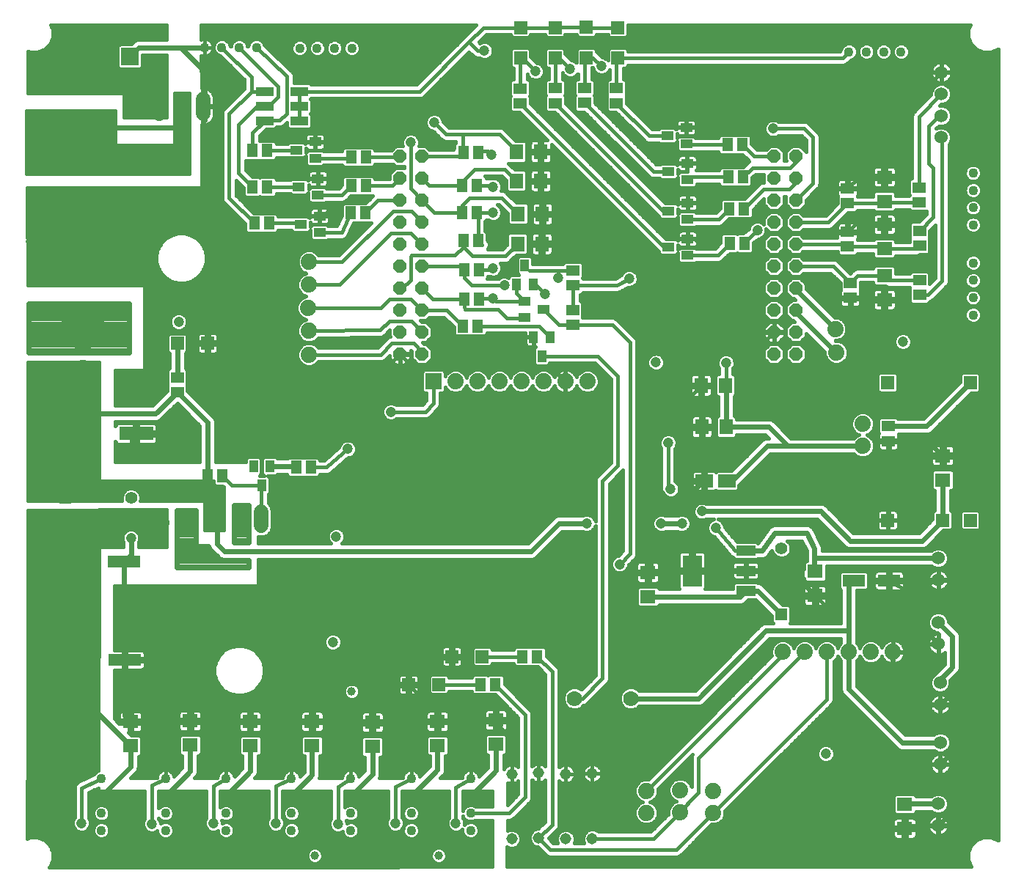
<source format=gtl>
G75*
%MOIN*%
%OFA0B0*%
%FSLAX25Y25*%
%IPPOS*%
%LPD*%
%AMOC8*
5,1,8,0,0,1.08239X$1,22.5*
%
%ADD10R,0.05543X0.05543*%
%ADD11C,0.05543*%
%ADD12C,0.06024*%
%ADD13R,0.07087X0.06299*%
%ADD14R,0.10236X0.05512*%
%ADD15R,0.14961X0.05512*%
%ADD16R,0.06299X0.07087*%
%ADD17R,0.15354X0.06299*%
%ADD18R,0.05512X0.03937*%
%ADD19R,0.08800X0.04800*%
%ADD20R,0.08661X0.14173*%
%ADD21R,0.05906X0.05906*%
%ADD22R,0.07874X0.04331*%
%ADD23R,0.08000X0.08000*%
%ADD24C,0.08000*%
%ADD25R,0.03937X0.05512*%
%ADD26R,0.05118X0.05906*%
%ADD27R,0.05906X0.05118*%
%ADD28C,0.07400*%
%ADD29OC8,0.06024*%
%ADD30C,0.05150*%
%ADD31R,0.06024X0.06024*%
%ADD32C,0.10000*%
%ADD33R,0.07874X0.05906*%
%ADD34C,0.04362*%
%ADD35C,0.07000*%
%ADD36R,0.07400X0.07400*%
%ADD37C,0.06600*%
%ADD38C,0.01600*%
%ADD39C,0.04750*%
%ADD40C,0.02400*%
%ADD41C,0.03962*%
D10*
X0025039Y0173587D03*
X0350543Y0120640D03*
D11*
X0350543Y0150640D03*
X0055039Y0173587D03*
D12*
X0421850Y0146197D03*
X0421850Y0136354D03*
X0421797Y0117053D03*
X0421797Y0107211D03*
X0422624Y0089553D03*
X0422624Y0079711D03*
X0422676Y0062459D03*
X0422676Y0052616D03*
X0421725Y0034548D03*
X0421725Y0024706D03*
X0423180Y0337565D03*
X0423180Y0347407D03*
X0423180Y0357250D03*
X0423180Y0367093D03*
D13*
X0397309Y0319512D03*
X0397309Y0308488D03*
X0397309Y0298012D03*
X0397309Y0286988D03*
X0397309Y0274762D03*
X0397309Y0263738D03*
X0423815Y0192822D03*
X0423815Y0181798D03*
X0365872Y0140262D03*
X0365872Y0129238D03*
X0289809Y0128677D03*
X0289809Y0139701D03*
X0220735Y0072596D03*
X0220735Y0061573D03*
X0194238Y0060952D03*
X0194238Y0071975D03*
X0164616Y0071604D03*
X0164616Y0060581D03*
X0137248Y0060981D03*
X0137248Y0072005D03*
X0109126Y0072009D03*
X0109126Y0060985D03*
X0081812Y0061210D03*
X0081812Y0072233D03*
X0054732Y0071906D03*
X0054732Y0060882D03*
X0406576Y0034420D03*
X0406576Y0023397D03*
D14*
X0399451Y0136059D03*
X0383309Y0136059D03*
D15*
X0051758Y0144657D03*
X0028136Y0144657D03*
X0028449Y0099970D03*
X0052071Y0099970D03*
D16*
X0230660Y0289150D03*
X0241684Y0289150D03*
X0241884Y0302750D03*
X0230860Y0302750D03*
X0230110Y0317750D03*
X0241134Y0317750D03*
X0241134Y0331000D03*
X0230110Y0331000D03*
X0314060Y0224750D03*
X0325084Y0224750D03*
X0325384Y0205900D03*
X0314360Y0205900D03*
D17*
X0057272Y0202888D03*
X0023807Y0202888D03*
D18*
X0131978Y0298063D03*
X0140640Y0301803D03*
X0140640Y0294323D03*
X0139890Y0311323D03*
X0139890Y0318803D03*
X0138640Y0328073D03*
X0138640Y0335553D03*
X0129978Y0331813D03*
X0131228Y0315063D03*
X0233706Y0263065D03*
X0233706Y0255585D03*
X0242367Y0259325D03*
X0299217Y0287693D03*
X0307878Y0291433D03*
X0307878Y0283953D03*
X0307841Y0300348D03*
X0307841Y0307829D03*
X0299179Y0304089D03*
X0307716Y0318319D03*
X0307716Y0325799D03*
X0307303Y0334602D03*
X0307303Y0342083D03*
X0298642Y0338343D03*
X0299054Y0322059D03*
D19*
X0334322Y0149600D03*
X0334322Y0140500D03*
X0334322Y0131400D03*
D20*
X0309921Y0140500D03*
D21*
X0214575Y0101500D03*
X0200795Y0101500D03*
X0194890Y0088750D03*
X0181110Y0088750D03*
X0089797Y0243912D03*
X0076017Y0243912D03*
X0231920Y0373648D03*
X0231920Y0387427D03*
X0247666Y0387427D03*
X0247666Y0373648D03*
X0261856Y0373773D03*
X0261856Y0387552D03*
X0276153Y0387427D03*
X0276153Y0373648D03*
D22*
X0131433Y0358506D03*
X0131433Y0351813D03*
X0131433Y0345120D03*
X0115685Y0345120D03*
X0115685Y0351813D03*
X0115685Y0358506D03*
D23*
X0054406Y0374356D03*
D24*
X0034720Y0374356D03*
D25*
X0230125Y0270774D03*
X0237605Y0270774D03*
X0233865Y0279435D03*
X0237900Y0246831D03*
X0245380Y0246831D03*
X0241640Y0238169D03*
X0118126Y0188008D03*
X0110646Y0188008D03*
X0114386Y0179346D03*
D26*
X0129937Y0187614D03*
X0136630Y0187614D03*
X0096472Y0183677D03*
X0089780Y0183677D03*
X0205776Y0251750D03*
X0212469Y0251750D03*
X0213026Y0263904D03*
X0206333Y0263904D03*
X0206333Y0277469D03*
X0213026Y0277469D03*
X0212619Y0290600D03*
X0205926Y0290600D03*
X0205526Y0303500D03*
X0212219Y0303500D03*
X0212219Y0315750D03*
X0205526Y0315750D03*
X0206026Y0330750D03*
X0212719Y0330750D03*
X0161656Y0328563D03*
X0154963Y0328563D03*
X0154963Y0315563D03*
X0161656Y0315563D03*
X0161512Y0303281D03*
X0154819Y0303281D03*
X0117656Y0298563D03*
X0110963Y0298563D03*
X0110213Y0315063D03*
X0116906Y0315063D03*
X0116906Y0331563D03*
X0110213Y0331563D03*
X0326026Y0334262D03*
X0332719Y0334262D03*
X0333045Y0319547D03*
X0326352Y0319547D03*
X0326852Y0305163D03*
X0333545Y0305163D03*
X0333689Y0289348D03*
X0326996Y0289348D03*
X0239531Y0101500D03*
X0232839Y0101500D03*
X0220471Y0088750D03*
X0213779Y0088750D03*
D27*
X0075933Y0221775D03*
X0075933Y0228468D03*
X0231795Y0353066D03*
X0231795Y0359759D03*
X0247791Y0359884D03*
X0247791Y0353191D03*
X0261106Y0353316D03*
X0261106Y0360009D03*
X0275528Y0359884D03*
X0275528Y0353191D03*
X0255774Y0276979D03*
X0255774Y0270286D03*
X0255654Y0259092D03*
X0255654Y0252399D03*
X0381809Y0264654D03*
X0381809Y0271346D03*
X0380559Y0287904D03*
X0380559Y0294596D03*
X0380559Y0307654D03*
X0380559Y0314346D03*
X0413059Y0314846D03*
X0413059Y0308154D03*
X0413309Y0295096D03*
X0413309Y0288404D03*
X0413309Y0272596D03*
X0413309Y0265904D03*
X0399122Y0206212D03*
X0399122Y0199519D03*
D28*
X0387496Y0197250D03*
X0387496Y0207250D03*
X0375435Y0239750D03*
X0374935Y0250500D03*
X0262378Y0226600D03*
X0252378Y0226600D03*
X0242378Y0226600D03*
X0232378Y0226600D03*
X0222378Y0226600D03*
X0212378Y0226600D03*
X0202378Y0226600D03*
X0135770Y0238780D03*
X0135770Y0249530D03*
X0135520Y0260030D03*
X0135770Y0270530D03*
X0135895Y0280905D03*
X0032939Y0242750D03*
X0032939Y0232750D03*
X0068756Y0162250D03*
X0078756Y0162250D03*
X0289125Y0040500D03*
X0289125Y0030500D03*
X0304500Y0030750D03*
X0304500Y0040750D03*
X0319500Y0040500D03*
X0319500Y0030500D03*
X0351125Y0103625D03*
X0361125Y0103625D03*
X0371125Y0103625D03*
X0381125Y0103625D03*
X0391125Y0103625D03*
X0401125Y0103625D03*
D29*
X0357122Y0239000D03*
X0347122Y0239000D03*
X0347122Y0249000D03*
X0357122Y0249000D03*
X0357122Y0259000D03*
X0347122Y0259000D03*
X0347122Y0269000D03*
X0357122Y0269000D03*
X0357122Y0279000D03*
X0347122Y0279000D03*
X0347122Y0289000D03*
X0347122Y0299000D03*
X0357122Y0299000D03*
X0357122Y0289000D03*
X0357122Y0309000D03*
X0347122Y0309000D03*
X0347122Y0319000D03*
X0357122Y0319000D03*
X0357122Y0329000D03*
X0347122Y0329000D03*
X0187122Y0329000D03*
X0177122Y0329000D03*
X0177122Y0319000D03*
X0177122Y0309000D03*
X0177122Y0299000D03*
X0177122Y0289000D03*
X0177122Y0279000D03*
X0177122Y0269000D03*
X0177122Y0259000D03*
X0177122Y0249000D03*
X0177122Y0239000D03*
X0187122Y0239000D03*
X0187122Y0249000D03*
X0187122Y0259000D03*
X0187122Y0269000D03*
X0187122Y0279000D03*
X0187122Y0289000D03*
X0187122Y0299000D03*
X0187122Y0309000D03*
X0187122Y0319000D03*
D30*
X0228000Y0048153D03*
X0240175Y0048575D03*
X0252500Y0048153D03*
X0264550Y0048300D03*
X0264550Y0018772D03*
X0252500Y0018625D03*
X0240175Y0019047D03*
X0228000Y0018625D03*
D31*
X0398803Y0163481D03*
X0423764Y0163481D03*
X0436283Y0163481D03*
X0436303Y0226001D03*
X0398803Y0226001D03*
D32*
X0037939Y0255326D02*
X0027939Y0255326D01*
X0027939Y0343926D02*
X0037939Y0343926D01*
D33*
X0315354Y0181350D03*
X0325590Y0181350D03*
D34*
X0437693Y0256827D03*
X0437693Y0264701D03*
X0437693Y0272575D03*
X0437693Y0280449D03*
X0437693Y0297772D03*
X0437693Y0305646D03*
X0437693Y0313520D03*
X0437693Y0321394D03*
X0404858Y0376512D03*
X0396984Y0376512D03*
X0389110Y0376512D03*
X0381236Y0376512D03*
X0155252Y0378087D03*
X0147378Y0378087D03*
X0139504Y0378087D03*
X0131630Y0378087D03*
X0111945Y0378480D03*
X0104071Y0378480D03*
X0096197Y0378480D03*
X0088323Y0378480D03*
X0098090Y0046060D03*
X0098090Y0038186D03*
X0098090Y0030312D03*
X0098090Y0022438D03*
X0070590Y0022438D03*
X0070590Y0030312D03*
X0070590Y0038186D03*
X0070590Y0046060D03*
X0041465Y0046060D03*
X0041465Y0038186D03*
X0041465Y0030312D03*
X0041465Y0022438D03*
X0127840Y0022438D03*
X0127840Y0030312D03*
X0127840Y0038186D03*
X0127840Y0046060D03*
X0154715Y0046060D03*
X0154715Y0038186D03*
X0154715Y0030312D03*
X0154715Y0022438D03*
X0182340Y0022438D03*
X0182340Y0030312D03*
X0182340Y0038186D03*
X0182340Y0046060D03*
X0209340Y0046060D03*
X0209340Y0038186D03*
X0209340Y0030312D03*
X0209340Y0022438D03*
D35*
X0256455Y0082500D03*
X0282045Y0082500D03*
D36*
X0192378Y0226600D03*
D37*
X0114150Y0167489D02*
X0114150Y0160889D01*
X0104150Y0160889D02*
X0104150Y0167489D01*
X0094150Y0167489D02*
X0094150Y0160889D01*
X0087772Y0348291D02*
X0087772Y0354891D01*
X0077772Y0354891D02*
X0077772Y0348291D01*
X0067772Y0348291D02*
X0067772Y0354891D01*
D38*
X0018083Y0006005D02*
X0017878Y0005800D01*
X0133694Y0005800D01*
X0219110Y0006118D01*
X0219110Y0027137D01*
X0211512Y0027137D01*
X0211481Y0027107D01*
X0210092Y0026531D01*
X0208587Y0026531D01*
X0207198Y0027107D01*
X0206134Y0028170D01*
X0205750Y0029098D01*
X0205750Y0028250D01*
X0205944Y0028055D01*
X0206550Y0026594D01*
X0206550Y0025012D01*
X0206537Y0024983D01*
X0207198Y0025643D01*
X0208587Y0026219D01*
X0210092Y0026219D01*
X0211481Y0025643D01*
X0212545Y0024580D01*
X0213121Y0023190D01*
X0213121Y0021686D01*
X0212545Y0020296D01*
X0211481Y0019233D01*
X0210092Y0018657D01*
X0208587Y0018657D01*
X0207198Y0019233D01*
X0206134Y0020296D01*
X0205558Y0021686D01*
X0205558Y0023166D01*
X0204826Y0022433D01*
X0203365Y0021828D01*
X0201784Y0021828D01*
X0200323Y0022433D01*
X0199205Y0023552D01*
X0198600Y0025012D01*
X0198600Y0026594D01*
X0199205Y0028055D01*
X0199400Y0028250D01*
X0199400Y0040370D01*
X0178238Y0040370D01*
X0178191Y0040346D01*
X0178191Y0028250D01*
X0178385Y0028055D01*
X0178991Y0026594D01*
X0178991Y0025012D01*
X0178385Y0023552D01*
X0177267Y0022433D01*
X0175806Y0021828D01*
X0174225Y0021828D01*
X0172764Y0022433D01*
X0171646Y0023552D01*
X0171041Y0025012D01*
X0171041Y0026594D01*
X0171646Y0028055D01*
X0171841Y0028250D01*
X0171841Y0040370D01*
X0152206Y0040370D01*
X0152206Y0033151D01*
X0152573Y0033517D01*
X0153962Y0034093D01*
X0155467Y0034093D01*
X0156856Y0033517D01*
X0157920Y0032454D01*
X0158496Y0031064D01*
X0158496Y0029560D01*
X0157920Y0028170D01*
X0156856Y0027107D01*
X0155467Y0026531D01*
X0153962Y0026531D01*
X0152643Y0027078D01*
X0153006Y0026200D01*
X0153006Y0025823D01*
X0153962Y0026219D01*
X0155467Y0026219D01*
X0156856Y0025643D01*
X0157920Y0024580D01*
X0158496Y0023190D01*
X0158496Y0021686D01*
X0157920Y0020296D01*
X0156856Y0019233D01*
X0155467Y0018657D01*
X0153962Y0018657D01*
X0152573Y0019233D01*
X0151509Y0020296D01*
X0150933Y0021686D01*
X0150933Y0021895D01*
X0149822Y0021435D01*
X0148241Y0021435D01*
X0146780Y0022040D01*
X0145662Y0023158D01*
X0145057Y0024619D01*
X0145057Y0026200D01*
X0145662Y0027661D01*
X0145857Y0027856D01*
X0145857Y0040370D01*
X0123860Y0040370D01*
X0123860Y0028250D01*
X0124055Y0028055D01*
X0124660Y0026594D01*
X0124660Y0025012D01*
X0124055Y0023552D01*
X0122937Y0022433D01*
X0121476Y0021828D01*
X0119894Y0021828D01*
X0118433Y0022433D01*
X0117315Y0023552D01*
X0116710Y0025012D01*
X0116710Y0026594D01*
X0117315Y0028055D01*
X0117510Y0028250D01*
X0117510Y0040370D01*
X0095513Y0040370D01*
X0095513Y0033083D01*
X0095948Y0033517D01*
X0097337Y0034093D01*
X0098842Y0034093D01*
X0100231Y0033517D01*
X0101295Y0032454D01*
X0101871Y0031064D01*
X0101871Y0029560D01*
X0101295Y0028170D01*
X0100231Y0027107D01*
X0098842Y0026531D01*
X0097337Y0026531D01*
X0096133Y0027030D01*
X0096313Y0026594D01*
X0096313Y0025795D01*
X0097337Y0026219D01*
X0098842Y0026219D01*
X0100231Y0025643D01*
X0101295Y0024580D01*
X0101871Y0023190D01*
X0101871Y0021686D01*
X0101295Y0020296D01*
X0100231Y0019233D01*
X0098842Y0018657D01*
X0097337Y0018657D01*
X0095948Y0019233D01*
X0094884Y0020296D01*
X0094308Y0021686D01*
X0094308Y0022317D01*
X0093129Y0021828D01*
X0091548Y0021828D01*
X0090087Y0022433D01*
X0088969Y0023552D01*
X0088364Y0025012D01*
X0088364Y0026594D01*
X0088969Y0028055D01*
X0089164Y0028250D01*
X0089164Y0040370D01*
X0067561Y0040370D01*
X0067561Y0032630D01*
X0068448Y0033517D01*
X0069837Y0034093D01*
X0071342Y0034093D01*
X0072731Y0033517D01*
X0073795Y0032454D01*
X0074371Y0031064D01*
X0074371Y0029560D01*
X0073795Y0028170D01*
X0072731Y0027107D01*
X0071342Y0026531D01*
X0069837Y0026531D01*
X0068448Y0027107D01*
X0067561Y0027994D01*
X0067561Y0027856D01*
X0067755Y0027661D01*
X0068361Y0026200D01*
X0068361Y0025556D01*
X0068448Y0025643D01*
X0069837Y0026219D01*
X0071342Y0026219D01*
X0072731Y0025643D01*
X0073795Y0024580D01*
X0074371Y0023190D01*
X0074371Y0021686D01*
X0073795Y0020296D01*
X0072731Y0019233D01*
X0071342Y0018657D01*
X0069837Y0018657D01*
X0068448Y0019233D01*
X0067384Y0020296D01*
X0066808Y0021686D01*
X0066808Y0022211D01*
X0066637Y0022040D01*
X0065176Y0021435D01*
X0063595Y0021435D01*
X0062134Y0022040D01*
X0061016Y0023158D01*
X0060411Y0024619D01*
X0060411Y0026200D01*
X0061016Y0027661D01*
X0061211Y0027856D01*
X0061211Y0040370D01*
X0039976Y0040370D01*
X0039982Y0041846D01*
X0035671Y0039806D01*
X0035671Y0028250D01*
X0035866Y0028055D01*
X0036471Y0026594D01*
X0036471Y0025012D01*
X0035866Y0023552D01*
X0034748Y0022433D01*
X0033287Y0021828D01*
X0031705Y0021828D01*
X0030245Y0022433D01*
X0029126Y0023552D01*
X0028521Y0025012D01*
X0028521Y0026594D01*
X0029126Y0028055D01*
X0029321Y0028250D01*
X0029321Y0041738D01*
X0029294Y0042290D01*
X0029321Y0042366D01*
X0029321Y0042447D01*
X0029533Y0042959D01*
X0029719Y0043480D01*
X0029774Y0043539D01*
X0029805Y0043614D01*
X0030196Y0044006D01*
X0030567Y0044416D01*
X0030640Y0044450D01*
X0030698Y0044507D01*
X0031209Y0044719D01*
X0038184Y0048020D01*
X0038259Y0048202D01*
X0039323Y0049265D01*
X0040009Y0049550D01*
X0040370Y0151394D01*
X0051362Y0151394D01*
X0051362Y0153574D01*
X0050962Y0154540D01*
X0050962Y0156121D01*
X0051567Y0157582D01*
X0052685Y0158700D01*
X0054146Y0159305D01*
X0055728Y0159305D01*
X0057189Y0158700D01*
X0058307Y0157582D01*
X0058912Y0156121D01*
X0058912Y0154540D01*
X0058512Y0153574D01*
X0058512Y0151394D01*
X0071079Y0151394D01*
X0071079Y0168323D01*
X0008087Y0167929D01*
X0008087Y0071866D01*
X0007773Y0018815D01*
X0009144Y0019383D01*
X0012541Y0019383D01*
X0015680Y0018083D01*
X0018083Y0015680D01*
X0019383Y0012541D01*
X0019383Y0009144D01*
X0018083Y0006005D01*
X0018658Y0007394D02*
X0219110Y0007394D01*
X0219110Y0008993D02*
X0197795Y0008993D01*
X0197786Y0008971D02*
X0198331Y0010288D01*
X0198331Y0011712D01*
X0197786Y0013029D01*
X0196779Y0014036D01*
X0195462Y0014581D01*
X0194038Y0014581D01*
X0192721Y0014036D01*
X0191714Y0013029D01*
X0191169Y0011712D01*
X0191169Y0010288D01*
X0191714Y0008971D01*
X0192721Y0007964D01*
X0194038Y0007419D01*
X0195462Y0007419D01*
X0196779Y0007964D01*
X0197786Y0008971D01*
X0198331Y0010591D02*
X0219110Y0010591D01*
X0219110Y0012190D02*
X0198133Y0012190D01*
X0197026Y0013788D02*
X0219110Y0013788D01*
X0219110Y0015387D02*
X0018204Y0015387D01*
X0018866Y0013788D02*
X0136224Y0013788D01*
X0136471Y0014036D02*
X0135464Y0013029D01*
X0134919Y0011712D01*
X0134919Y0010288D01*
X0135464Y0008971D01*
X0136471Y0007964D01*
X0137788Y0007419D01*
X0139212Y0007419D01*
X0140529Y0007964D01*
X0141536Y0008971D01*
X0142081Y0010288D01*
X0142081Y0011712D01*
X0141536Y0013029D01*
X0140529Y0014036D01*
X0139212Y0014581D01*
X0137788Y0014581D01*
X0136471Y0014036D01*
X0135117Y0012190D02*
X0019383Y0012190D01*
X0019383Y0010591D02*
X0134919Y0010591D01*
X0135455Y0008993D02*
X0019320Y0008993D01*
X0016778Y0016985D02*
X0219110Y0016985D01*
X0219110Y0018584D02*
X0014470Y0018584D01*
X0007781Y0020182D02*
X0038373Y0020182D01*
X0038259Y0020296D02*
X0039323Y0019233D01*
X0040712Y0018657D01*
X0042217Y0018657D01*
X0043606Y0019233D01*
X0044670Y0020296D01*
X0045246Y0021686D01*
X0045246Y0023190D01*
X0044670Y0024580D01*
X0043606Y0025643D01*
X0042217Y0026219D01*
X0040712Y0026219D01*
X0039323Y0025643D01*
X0038259Y0024580D01*
X0037683Y0023190D01*
X0037683Y0021686D01*
X0038259Y0020296D01*
X0037683Y0021781D02*
X0007790Y0021781D01*
X0007800Y0023379D02*
X0029299Y0023379D01*
X0028536Y0024978D02*
X0007809Y0024978D01*
X0007819Y0026576D02*
X0028521Y0026576D01*
X0029246Y0028175D02*
X0007828Y0028175D01*
X0007838Y0029773D02*
X0029321Y0029773D01*
X0029321Y0031372D02*
X0007847Y0031372D01*
X0007856Y0032970D02*
X0029321Y0032970D01*
X0029321Y0034569D02*
X0007866Y0034569D01*
X0007875Y0036167D02*
X0029321Y0036167D01*
X0029321Y0037766D02*
X0007885Y0037766D01*
X0007894Y0039364D02*
X0029321Y0039364D01*
X0029321Y0040963D02*
X0007904Y0040963D01*
X0007913Y0042561D02*
X0029368Y0042561D01*
X0030336Y0044160D02*
X0007923Y0044160D01*
X0007932Y0045758D02*
X0033405Y0045758D01*
X0036783Y0047357D02*
X0007942Y0047357D01*
X0007951Y0048955D02*
X0039013Y0048955D01*
X0040012Y0050554D02*
X0007960Y0050554D01*
X0007970Y0052152D02*
X0040018Y0052152D01*
X0040024Y0053751D02*
X0007979Y0053751D01*
X0007989Y0055349D02*
X0040029Y0055349D01*
X0040035Y0056948D02*
X0007998Y0056948D01*
X0008008Y0058546D02*
X0040041Y0058546D01*
X0040046Y0060145D02*
X0008017Y0060145D01*
X0008027Y0061743D02*
X0040052Y0061743D01*
X0040058Y0063342D02*
X0008036Y0063342D01*
X0008046Y0064940D02*
X0040064Y0064940D01*
X0040069Y0066539D02*
X0008055Y0066539D01*
X0008065Y0068137D02*
X0040075Y0068137D01*
X0040081Y0069736D02*
X0008074Y0069736D01*
X0008083Y0071334D02*
X0040086Y0071334D01*
X0040092Y0072933D02*
X0008087Y0072933D01*
X0008087Y0074532D02*
X0040098Y0074532D01*
X0040103Y0076130D02*
X0008087Y0076130D01*
X0008087Y0077729D02*
X0040109Y0077729D01*
X0040115Y0079327D02*
X0008087Y0079327D01*
X0008087Y0080926D02*
X0040120Y0080926D01*
X0040126Y0082524D02*
X0008087Y0082524D01*
X0008087Y0084123D02*
X0040132Y0084123D01*
X0040137Y0085721D02*
X0008087Y0085721D01*
X0008087Y0087320D02*
X0040143Y0087320D01*
X0040149Y0088918D02*
X0008087Y0088918D01*
X0008087Y0090517D02*
X0040154Y0090517D01*
X0040160Y0092115D02*
X0008087Y0092115D01*
X0008087Y0093714D02*
X0040166Y0093714D01*
X0040171Y0095312D02*
X0008087Y0095312D01*
X0008087Y0096911D02*
X0040177Y0096911D01*
X0040183Y0098509D02*
X0008087Y0098509D01*
X0008087Y0100108D02*
X0040188Y0100108D01*
X0040194Y0101706D02*
X0008087Y0101706D01*
X0008087Y0103305D02*
X0040200Y0103305D01*
X0040205Y0104903D02*
X0008087Y0104903D01*
X0008087Y0106502D02*
X0040211Y0106502D01*
X0040217Y0108100D02*
X0008087Y0108100D01*
X0008087Y0109699D02*
X0040222Y0109699D01*
X0040228Y0111297D02*
X0008087Y0111297D01*
X0008087Y0112896D02*
X0040234Y0112896D01*
X0040239Y0114494D02*
X0008087Y0114494D01*
X0008087Y0116093D02*
X0040245Y0116093D01*
X0040251Y0117691D02*
X0008087Y0117691D01*
X0008087Y0119290D02*
X0040256Y0119290D01*
X0040262Y0120888D02*
X0008087Y0120888D01*
X0008087Y0122487D02*
X0040268Y0122487D01*
X0040273Y0124085D02*
X0008087Y0124085D01*
X0008087Y0125684D02*
X0040279Y0125684D01*
X0040285Y0127282D02*
X0008087Y0127282D01*
X0008087Y0128881D02*
X0040290Y0128881D01*
X0040296Y0130479D02*
X0008087Y0130479D01*
X0008087Y0132078D02*
X0040302Y0132078D01*
X0040307Y0133676D02*
X0008087Y0133676D01*
X0008087Y0135275D02*
X0040313Y0135275D01*
X0040319Y0136873D02*
X0008087Y0136873D01*
X0008087Y0138472D02*
X0040324Y0138472D01*
X0040330Y0140070D02*
X0008087Y0140070D01*
X0008087Y0141669D02*
X0040336Y0141669D01*
X0040341Y0143268D02*
X0008087Y0143268D01*
X0008087Y0144866D02*
X0040347Y0144866D01*
X0040353Y0146465D02*
X0008087Y0146465D01*
X0008087Y0148063D02*
X0040358Y0148063D01*
X0040364Y0149662D02*
X0008087Y0149662D01*
X0008087Y0151260D02*
X0040370Y0151260D01*
X0050997Y0154457D02*
X0008087Y0154457D01*
X0008087Y0152859D02*
X0051362Y0152859D01*
X0050962Y0156056D02*
X0008087Y0156056D01*
X0008087Y0157654D02*
X0051639Y0157654D01*
X0054019Y0159253D02*
X0008087Y0159253D01*
X0008087Y0160851D02*
X0071079Y0160851D01*
X0071079Y0159253D02*
X0055855Y0159253D01*
X0058235Y0157654D02*
X0071079Y0157654D01*
X0071079Y0156056D02*
X0058912Y0156056D01*
X0058877Y0154457D02*
X0071079Y0154457D01*
X0071079Y0152859D02*
X0058512Y0152859D01*
X0071079Y0162450D02*
X0008087Y0162450D01*
X0008087Y0164048D02*
X0071079Y0164048D01*
X0071079Y0165647D02*
X0008087Y0165647D01*
X0008087Y0167245D02*
X0071079Y0167245D01*
X0059222Y0172260D02*
X0059411Y0172717D01*
X0059411Y0174456D01*
X0058745Y0176063D01*
X0057516Y0177293D01*
X0055909Y0177958D01*
X0054170Y0177958D01*
X0052563Y0177293D01*
X0051333Y0176063D01*
X0050668Y0174456D01*
X0050668Y0172717D01*
X0050857Y0172260D01*
X0008087Y0172260D01*
X0008087Y0235252D01*
X0040370Y0235252D01*
X0040370Y0181315D01*
X0092313Y0181315D01*
X0092313Y0180062D01*
X0093251Y0179124D01*
X0096535Y0179124D01*
X0097063Y0178597D01*
X0097063Y0158874D01*
X0088402Y0158874D01*
X0088402Y0172260D01*
X0059222Y0172260D01*
X0059411Y0173639D02*
X0097063Y0173639D01*
X0097063Y0172041D02*
X0088402Y0172041D01*
X0088402Y0170442D02*
X0097063Y0170442D01*
X0097063Y0168844D02*
X0088402Y0168844D01*
X0089780Y0168559D02*
X0094150Y0164189D01*
X0097063Y0164048D02*
X0088402Y0164048D01*
X0088402Y0162450D02*
X0097063Y0162450D01*
X0097063Y0160851D02*
X0088402Y0160851D01*
X0088402Y0159253D02*
X0097063Y0159253D01*
X0097063Y0165647D02*
X0088402Y0165647D01*
X0088402Y0167245D02*
X0097063Y0167245D01*
X0089780Y0168559D02*
X0089780Y0183677D01*
X0092342Y0180033D02*
X0008087Y0180033D01*
X0008087Y0178435D02*
X0097063Y0178435D01*
X0097063Y0176836D02*
X0057972Y0176836D01*
X0059087Y0175238D02*
X0097063Y0175238D01*
X0100803Y0179346D02*
X0114386Y0179346D01*
X0114150Y0179110D01*
X0114150Y0164189D01*
X0119050Y0164048D02*
X0246394Y0164048D01*
X0246395Y0164049D02*
X0235346Y0153000D01*
X0150747Y0153000D01*
X0151614Y0153867D01*
X0152219Y0155327D01*
X0152219Y0156909D01*
X0151614Y0158370D01*
X0150496Y0159488D01*
X0149035Y0160093D01*
X0147453Y0160093D01*
X0145993Y0159488D01*
X0144874Y0158370D01*
X0144269Y0156909D01*
X0144269Y0155327D01*
X0144874Y0153867D01*
X0145741Y0153000D01*
X0112811Y0153000D01*
X0112811Y0156140D01*
X0113175Y0155989D01*
X0115124Y0155989D01*
X0116925Y0156735D01*
X0118304Y0158113D01*
X0119050Y0159914D01*
X0119050Y0168464D01*
X0118304Y0170265D01*
X0117324Y0171244D01*
X0117324Y0175298D01*
X0117954Y0175928D01*
X0117954Y0182765D01*
X0117067Y0183652D01*
X0120757Y0183652D01*
X0121538Y0184433D01*
X0125778Y0184433D01*
X0125778Y0183999D01*
X0126715Y0183061D01*
X0133159Y0183061D01*
X0133283Y0183186D01*
X0133408Y0183061D01*
X0139852Y0183061D01*
X0140789Y0183999D01*
X0140789Y0184439D01*
X0143808Y0184439D01*
X0144332Y0184404D01*
X0144436Y0184439D01*
X0144545Y0184439D01*
X0145031Y0184641D01*
X0145529Y0184809D01*
X0145611Y0184881D01*
X0145712Y0184923D01*
X0146084Y0185295D01*
X0153641Y0191907D01*
X0154153Y0191907D01*
X0155614Y0192512D01*
X0156732Y0193630D01*
X0157337Y0195091D01*
X0157337Y0196673D01*
X0156732Y0198133D01*
X0155614Y0199252D01*
X0154153Y0199857D01*
X0152572Y0199857D01*
X0151111Y0199252D01*
X0149993Y0198133D01*
X0149387Y0196673D01*
X0149387Y0196623D01*
X0142720Y0190789D01*
X0140789Y0190789D01*
X0140789Y0191230D01*
X0139852Y0192167D01*
X0133408Y0192167D01*
X0133283Y0192042D01*
X0133159Y0192167D01*
X0126715Y0192167D01*
X0126131Y0191583D01*
X0121538Y0191583D01*
X0120757Y0192364D01*
X0115495Y0192364D01*
X0114557Y0191427D01*
X0114557Y0188734D01*
X0114551Y0188719D01*
X0114551Y0187297D01*
X0114557Y0187282D01*
X0114557Y0184589D01*
X0115444Y0183702D01*
X0113327Y0183702D01*
X0114214Y0184589D01*
X0114214Y0191427D01*
X0113277Y0192364D01*
X0108014Y0192364D01*
X0107077Y0191427D01*
X0107077Y0189976D01*
X0093354Y0189976D01*
X0093354Y0208639D01*
X0092810Y0209953D01*
X0080486Y0222277D01*
X0080486Y0224996D01*
X0080361Y0225121D01*
X0080486Y0225246D01*
X0080486Y0231689D01*
X0079592Y0232583D01*
X0079592Y0239359D01*
X0079633Y0239359D01*
X0080570Y0240297D01*
X0080570Y0247527D01*
X0079633Y0248465D01*
X0072402Y0248465D01*
X0071464Y0247527D01*
X0071464Y0240297D01*
X0072402Y0239359D01*
X0072442Y0239359D01*
X0072442Y0232627D01*
X0072318Y0232627D01*
X0071380Y0231689D01*
X0071380Y0225246D01*
X0071505Y0225121D01*
X0071380Y0224996D01*
X0071380Y0222277D01*
X0064697Y0215594D01*
X0047850Y0215594D01*
X0047850Y0231709D01*
X0061236Y0231709D01*
X0061236Y0270291D01*
X0008087Y0270291D01*
X0007693Y0314780D01*
X0087220Y0314780D01*
X0087220Y0321079D01*
X0087092Y0343235D01*
X0087370Y0343191D01*
X0087472Y0343191D01*
X0087472Y0351290D01*
X0088072Y0351290D01*
X0088072Y0343191D01*
X0088173Y0343191D01*
X0088966Y0343316D01*
X0089729Y0343564D01*
X0090445Y0343929D01*
X0091094Y0344400D01*
X0091662Y0344968D01*
X0092134Y0345618D01*
X0092498Y0346333D01*
X0092746Y0347096D01*
X0092872Y0347889D01*
X0092872Y0351291D01*
X0088072Y0351291D01*
X0088072Y0351891D01*
X0087472Y0351891D01*
X0087472Y0359991D01*
X0087370Y0359991D01*
X0086995Y0359931D01*
X0086908Y0374757D01*
X0087162Y0374652D01*
X0087931Y0374499D01*
X0088323Y0374499D01*
X0088715Y0374499D01*
X0089484Y0374652D01*
X0090209Y0374952D01*
X0090861Y0375388D01*
X0091415Y0375943D01*
X0091851Y0376595D01*
X0092151Y0377319D01*
X0092304Y0378088D01*
X0092304Y0378480D01*
X0088323Y0378480D01*
X0088323Y0374499D01*
X0088323Y0378480D01*
X0088323Y0378480D01*
X0088323Y0378480D01*
X0092304Y0378480D01*
X0092304Y0378872D01*
X0092151Y0379642D01*
X0091851Y0380366D01*
X0091415Y0381018D01*
X0090861Y0381573D01*
X0090209Y0382008D01*
X0089484Y0382308D01*
X0088715Y0382461D01*
X0088323Y0382461D01*
X0088323Y0378480D01*
X0088323Y0378480D01*
X0088323Y0382461D01*
X0087931Y0382461D01*
X0087162Y0382308D01*
X0086865Y0382186D01*
X0086827Y0388795D01*
X0211864Y0388795D01*
X0206682Y0383613D01*
X0205789Y0382720D01*
X0184750Y0361681D01*
X0136623Y0361681D01*
X0136033Y0362271D01*
X0128978Y0362271D01*
X0128978Y0364826D01*
X0128995Y0364871D01*
X0128978Y0365456D01*
X0128978Y0366041D01*
X0128960Y0366085D01*
X0128958Y0366133D01*
X0128719Y0366667D01*
X0128495Y0367208D01*
X0128461Y0367242D01*
X0128441Y0367286D01*
X0128015Y0367687D01*
X0127602Y0368101D01*
X0127557Y0368119D01*
X0115695Y0379308D01*
X0115150Y0380622D01*
X0114087Y0381686D01*
X0112697Y0382261D01*
X0111193Y0382261D01*
X0109803Y0381686D01*
X0108739Y0380622D01*
X0108164Y0379232D01*
X0108164Y0378877D01*
X0107852Y0379189D01*
X0107852Y0379232D01*
X0107276Y0380622D01*
X0106213Y0381686D01*
X0104823Y0382261D01*
X0103319Y0382261D01*
X0101929Y0381686D01*
X0100865Y0380622D01*
X0100290Y0379232D01*
X0100290Y0378877D01*
X0099978Y0379189D01*
X0099978Y0379232D01*
X0099402Y0380622D01*
X0098339Y0381686D01*
X0096949Y0382261D01*
X0095445Y0382261D01*
X0094055Y0381686D01*
X0092991Y0380622D01*
X0092416Y0379232D01*
X0092416Y0377728D01*
X0092991Y0376338D01*
X0094055Y0375275D01*
X0095445Y0374699D01*
X0095488Y0374699D01*
X0106512Y0363675D01*
X0106512Y0359821D01*
X0096734Y0350042D01*
X0096250Y0348876D01*
X0096250Y0309469D01*
X0096734Y0308302D01*
X0097627Y0307409D01*
X0106804Y0298232D01*
X0106804Y0294947D01*
X0107741Y0294010D01*
X0114184Y0294010D01*
X0114309Y0294135D01*
X0114434Y0294010D01*
X0120877Y0294010D01*
X0121815Y0294947D01*
X0121815Y0295388D01*
X0127666Y0295388D01*
X0128560Y0294494D01*
X0135397Y0294494D01*
X0136284Y0295381D01*
X0136284Y0291692D01*
X0137221Y0290754D01*
X0144058Y0290754D01*
X0144452Y0291148D01*
X0150507Y0291148D01*
X0151060Y0291121D01*
X0151136Y0291148D01*
X0151216Y0291148D01*
X0151728Y0291360D01*
X0152250Y0291547D01*
X0152309Y0291601D01*
X0152383Y0291631D01*
X0152775Y0292023D01*
X0153185Y0292395D01*
X0153219Y0292468D01*
X0153276Y0292524D01*
X0153488Y0293036D01*
X0156179Y0298729D01*
X0158041Y0298729D01*
X0158165Y0298853D01*
X0158290Y0298729D01*
X0164188Y0298729D01*
X0149290Y0284079D01*
X0140215Y0284079D01*
X0138897Y0285398D01*
X0136949Y0286205D01*
X0134840Y0286205D01*
X0132892Y0285398D01*
X0131402Y0283907D01*
X0130595Y0281959D01*
X0130595Y0279850D01*
X0131402Y0277902D01*
X0132892Y0276411D01*
X0134506Y0275743D01*
X0132767Y0275023D01*
X0131277Y0273532D01*
X0130470Y0271584D01*
X0130470Y0269475D01*
X0131277Y0267527D01*
X0132767Y0266036D01*
X0134474Y0265330D01*
X0134465Y0265330D01*
X0132517Y0264523D01*
X0131027Y0263032D01*
X0130220Y0261084D01*
X0130220Y0258975D01*
X0131027Y0257027D01*
X0132517Y0255536D01*
X0134465Y0254730D01*
X0134474Y0254730D01*
X0132767Y0254023D01*
X0131277Y0252532D01*
X0130470Y0250584D01*
X0130470Y0248475D01*
X0131277Y0246527D01*
X0132767Y0245036D01*
X0134715Y0244230D01*
X0136824Y0244230D01*
X0138772Y0245036D01*
X0140143Y0246408D01*
X0168052Y0246748D01*
X0168665Y0246748D01*
X0168684Y0246756D01*
X0168704Y0246756D01*
X0169266Y0246997D01*
X0169832Y0247232D01*
X0169846Y0247246D01*
X0169865Y0247254D01*
X0170292Y0247692D01*
X0172510Y0249910D01*
X0172510Y0247090D01*
X0172599Y0247001D01*
X0171643Y0246605D01*
X0170749Y0245712D01*
X0166992Y0241954D01*
X0140090Y0241954D01*
X0138772Y0243273D01*
X0136824Y0244080D01*
X0134715Y0244080D01*
X0132767Y0243273D01*
X0131277Y0241782D01*
X0130470Y0239834D01*
X0130470Y0237725D01*
X0131277Y0235777D01*
X0132767Y0234286D01*
X0134715Y0233480D01*
X0136824Y0233480D01*
X0138772Y0234286D01*
X0140090Y0235605D01*
X0168939Y0235605D01*
X0170105Y0236088D01*
X0172310Y0238293D01*
X0172310Y0237007D01*
X0175129Y0234188D01*
X0176918Y0234188D01*
X0176918Y0238796D01*
X0177326Y0238796D01*
X0177326Y0234188D01*
X0179115Y0234188D01*
X0181934Y0237007D01*
X0181934Y0238796D01*
X0177326Y0238796D01*
X0177326Y0239204D01*
X0181934Y0239204D01*
X0181934Y0240739D01*
X0182075Y0240739D01*
X0182510Y0240303D01*
X0182510Y0237090D01*
X0185212Y0234388D01*
X0189032Y0234388D01*
X0191734Y0237090D01*
X0191734Y0240910D01*
X0189032Y0243612D01*
X0188181Y0243612D01*
X0187405Y0244388D01*
X0189032Y0244388D01*
X0191734Y0247090D01*
X0191734Y0250910D01*
X0189032Y0253612D01*
X0187184Y0253612D01*
X0186467Y0254388D01*
X0189032Y0254388D01*
X0190469Y0255825D01*
X0197211Y0255825D01*
X0201617Y0251419D01*
X0201617Y0248134D01*
X0202554Y0247197D01*
X0208997Y0247197D01*
X0209122Y0247322D01*
X0209247Y0247197D01*
X0215690Y0247197D01*
X0216628Y0248134D01*
X0216628Y0248575D01*
X0234131Y0248575D01*
X0234131Y0247015D01*
X0237715Y0247015D01*
X0237715Y0246646D01*
X0238084Y0246646D01*
X0238084Y0242275D01*
X0238758Y0242275D01*
X0238071Y0241588D01*
X0238071Y0234751D01*
X0239009Y0233813D01*
X0244271Y0233813D01*
X0245208Y0234751D01*
X0245208Y0234994D01*
X0265665Y0234994D01*
X0273022Y0227638D01*
X0273022Y0189717D01*
X0267312Y0184006D01*
X0266419Y0183113D01*
X0265935Y0181946D01*
X0265935Y0162966D01*
X0265393Y0164275D01*
X0264275Y0165393D01*
X0262814Y0165998D01*
X0261233Y0165998D01*
X0260267Y0165598D01*
X0248714Y0165598D01*
X0247400Y0165054D01*
X0246395Y0164049D01*
X0244796Y0162450D02*
X0119050Y0162450D01*
X0119050Y0160851D02*
X0243197Y0160851D01*
X0241599Y0159253D02*
X0150731Y0159253D01*
X0151910Y0157654D02*
X0240000Y0157654D01*
X0238402Y0156056D02*
X0152219Y0156056D01*
X0151858Y0154457D02*
X0236803Y0154457D01*
X0243717Y0151260D02*
X0265935Y0151260D01*
X0265935Y0149662D02*
X0242119Y0149662D01*
X0240520Y0148063D02*
X0265935Y0148063D01*
X0265935Y0146465D02*
X0238922Y0146465D01*
X0238852Y0146395D02*
X0250906Y0158449D01*
X0260267Y0158449D01*
X0261233Y0158049D01*
X0262814Y0158049D01*
X0264275Y0158654D01*
X0265393Y0159772D01*
X0265935Y0161081D01*
X0265935Y0092866D01*
X0259618Y0086549D01*
X0259344Y0086824D01*
X0257469Y0087600D01*
X0255440Y0087600D01*
X0253566Y0086824D01*
X0252131Y0085389D01*
X0251355Y0083514D01*
X0251355Y0081486D01*
X0252131Y0079611D01*
X0253566Y0078176D01*
X0255440Y0077400D01*
X0257469Y0077400D01*
X0259344Y0078176D01*
X0260492Y0079325D01*
X0260691Y0079325D01*
X0261857Y0079809D01*
X0262751Y0080702D01*
X0271802Y0089753D01*
X0272285Y0090920D01*
X0272285Y0180000D01*
X0278534Y0186249D01*
X0278534Y0149559D01*
X0276469Y0147494D01*
X0276194Y0147494D01*
X0274733Y0146889D01*
X0273615Y0145771D01*
X0273009Y0144310D01*
X0273009Y0142729D01*
X0273615Y0141268D01*
X0274733Y0140150D01*
X0276194Y0139545D01*
X0277775Y0139545D01*
X0279236Y0140150D01*
X0280354Y0141268D01*
X0280959Y0142729D01*
X0280959Y0143005D01*
X0284400Y0146446D01*
X0284883Y0147613D01*
X0284883Y0244939D01*
X0284400Y0246105D01*
X0283507Y0246999D01*
X0275416Y0255090D01*
X0274249Y0255573D01*
X0260206Y0255573D01*
X0260206Y0255620D01*
X0260082Y0255745D01*
X0260206Y0255870D01*
X0260206Y0262313D01*
X0259269Y0263251D01*
X0258948Y0263251D01*
X0258948Y0266127D01*
X0259389Y0266127D01*
X0260326Y0267065D01*
X0260326Y0267112D01*
X0275374Y0267112D01*
X0275573Y0267057D01*
X0276000Y0267112D01*
X0276430Y0267112D01*
X0276621Y0267191D01*
X0276826Y0267217D01*
X0277199Y0267430D01*
X0277597Y0267595D01*
X0277743Y0267741D01*
X0280760Y0269466D01*
X0282106Y0269466D01*
X0283566Y0270071D01*
X0284685Y0271189D01*
X0285290Y0272650D01*
X0285290Y0274232D01*
X0284685Y0275692D01*
X0283566Y0276811D01*
X0282106Y0277416D01*
X0280524Y0277416D01*
X0279063Y0276811D01*
X0277945Y0275692D01*
X0277662Y0275010D01*
X0274955Y0273461D01*
X0260326Y0273461D01*
X0260326Y0273508D01*
X0260202Y0273633D01*
X0260326Y0273758D01*
X0260326Y0280201D01*
X0259389Y0281138D01*
X0252158Y0281138D01*
X0251221Y0280201D01*
X0251221Y0280154D01*
X0237434Y0280154D01*
X0237434Y0282854D01*
X0236496Y0283791D01*
X0231234Y0283791D01*
X0230297Y0282854D01*
X0230297Y0276016D01*
X0231184Y0275130D01*
X0227494Y0275130D01*
X0226556Y0274192D01*
X0226556Y0273792D01*
X0225413Y0274266D01*
X0223831Y0274266D01*
X0222370Y0273661D01*
X0222176Y0273466D01*
X0216798Y0273466D01*
X0217185Y0273853D01*
X0217185Y0274294D01*
X0217567Y0274294D01*
X0218138Y0274272D01*
X0218196Y0274294D01*
X0218257Y0274294D01*
X0218361Y0274337D01*
X0218713Y0274191D01*
X0220295Y0274191D01*
X0221755Y0274796D01*
X0222874Y0275914D01*
X0223479Y0277375D01*
X0223479Y0278956D01*
X0222874Y0280417D01*
X0222788Y0280502D01*
X0225819Y0280502D01*
X0226986Y0280986D01*
X0227879Y0281879D01*
X0230007Y0284007D01*
X0234473Y0284007D01*
X0235410Y0284944D01*
X0235410Y0293356D01*
X0234473Y0294293D01*
X0226848Y0294293D01*
X0225911Y0293356D01*
X0225911Y0288890D01*
X0223872Y0286852D01*
X0216970Y0286852D01*
X0217115Y0286997D01*
X0217598Y0288164D01*
X0217598Y0289427D01*
X0217115Y0290594D01*
X0216778Y0290931D01*
X0216778Y0294215D01*
X0215840Y0295153D01*
X0215793Y0295153D01*
X0215793Y0299300D01*
X0216378Y0299884D01*
X0216378Y0300187D01*
X0217058Y0300187D01*
X0217252Y0299993D01*
X0218713Y0299387D01*
X0220295Y0299387D01*
X0221755Y0299993D01*
X0222874Y0301111D01*
X0223479Y0302572D01*
X0223479Y0304153D01*
X0222874Y0305614D01*
X0221755Y0306732D01*
X0221397Y0306880D01*
X0222240Y0306880D01*
X0226111Y0303010D01*
X0226111Y0298544D01*
X0227048Y0297607D01*
X0234673Y0297607D01*
X0235610Y0298544D01*
X0235610Y0306956D01*
X0234673Y0307893D01*
X0230207Y0307893D01*
X0226247Y0311853D01*
X0225353Y0312747D01*
X0224187Y0313230D01*
X0223001Y0313230D01*
X0223479Y0314383D01*
X0223479Y0315964D01*
X0222874Y0317425D01*
X0222858Y0317440D01*
X0222841Y0317485D01*
X0222814Y0317513D01*
X0222800Y0317548D01*
X0222379Y0317969D01*
X0221969Y0318399D01*
X0221934Y0318414D01*
X0221907Y0318441D01*
X0221822Y0318477D01*
X0221755Y0318543D01*
X0220295Y0319148D01*
X0218713Y0319148D01*
X0218174Y0318925D01*
X0216378Y0318925D01*
X0216378Y0319365D01*
X0215871Y0319872D01*
X0223498Y0319872D01*
X0225361Y0318010D01*
X0225361Y0313544D01*
X0226298Y0312607D01*
X0233923Y0312607D01*
X0234860Y0313544D01*
X0234860Y0321956D01*
X0233923Y0322893D01*
X0229457Y0322893D01*
X0227504Y0324846D01*
X0226611Y0325739D01*
X0226327Y0325857D01*
X0233923Y0325857D01*
X0234860Y0326794D01*
X0234860Y0335206D01*
X0233923Y0336143D01*
X0229795Y0336143D01*
X0225162Y0340777D01*
X0224269Y0341670D01*
X0223102Y0342153D01*
X0199376Y0342153D01*
X0196707Y0344822D01*
X0196707Y0345098D01*
X0196102Y0346559D01*
X0194984Y0347677D01*
X0193523Y0348282D01*
X0191942Y0348282D01*
X0190481Y0347677D01*
X0189363Y0346559D01*
X0188757Y0345098D01*
X0188757Y0343516D01*
X0189363Y0342056D01*
X0190481Y0340937D01*
X0191942Y0340332D01*
X0192217Y0340332D01*
X0195370Y0337180D01*
X0196263Y0336287D01*
X0197430Y0335804D01*
X0202550Y0335804D01*
X0202550Y0335049D01*
X0201867Y0334365D01*
X0201867Y0332813D01*
X0201602Y0332548D01*
X0201447Y0332175D01*
X0190469Y0332175D01*
X0189032Y0333612D01*
X0185725Y0333612D01*
X0186077Y0334461D01*
X0186077Y0336043D01*
X0185472Y0337504D01*
X0184354Y0338622D01*
X0182893Y0339227D01*
X0181312Y0339227D01*
X0179851Y0338622D01*
X0178733Y0337504D01*
X0178128Y0336043D01*
X0178128Y0334461D01*
X0178479Y0333612D01*
X0175212Y0333612D01*
X0173338Y0331738D01*
X0165815Y0331738D01*
X0165815Y0332178D01*
X0164877Y0333116D01*
X0158434Y0333116D01*
X0158309Y0332991D01*
X0158184Y0333116D01*
X0151741Y0333116D01*
X0150804Y0332178D01*
X0150804Y0331248D01*
X0142452Y0331248D01*
X0142058Y0331641D01*
X0135221Y0331641D01*
X0134334Y0330754D01*
X0134334Y0332669D01*
X0134443Y0332479D01*
X0134779Y0332144D01*
X0135189Y0331907D01*
X0135647Y0331785D01*
X0138455Y0331785D01*
X0138455Y0335369D01*
X0134084Y0335369D01*
X0134084Y0334695D01*
X0133397Y0335381D01*
X0126560Y0335381D01*
X0125916Y0334738D01*
X0121065Y0334738D01*
X0121065Y0335178D01*
X0120127Y0336116D01*
X0113684Y0336116D01*
X0113559Y0335991D01*
X0113434Y0336116D01*
X0113387Y0336116D01*
X0113387Y0338333D01*
X0116410Y0341355D01*
X0120285Y0341355D01*
X0121222Y0342292D01*
X0121222Y0342313D01*
X0122062Y0342313D01*
X0122493Y0342260D01*
X0122688Y0342313D01*
X0122891Y0342313D01*
X0123292Y0342479D01*
X0123710Y0342594D01*
X0123871Y0342719D01*
X0124058Y0342797D01*
X0124365Y0343104D01*
X0125896Y0344294D01*
X0125896Y0342292D01*
X0126833Y0341355D01*
X0136033Y0341355D01*
X0136970Y0342292D01*
X0136970Y0347948D01*
X0136452Y0348467D01*
X0136970Y0348985D01*
X0136970Y0354641D01*
X0136452Y0355159D01*
X0136623Y0355331D01*
X0186696Y0355331D01*
X0187863Y0355814D01*
X0208480Y0376431D01*
X0210619Y0374293D01*
X0211786Y0373809D01*
X0213121Y0373809D01*
X0213315Y0373615D01*
X0214776Y0373009D01*
X0216358Y0373009D01*
X0217818Y0373615D01*
X0218937Y0374733D01*
X0219542Y0376194D01*
X0219542Y0377775D01*
X0218937Y0379236D01*
X0217818Y0380354D01*
X0216358Y0380959D01*
X0214776Y0380959D01*
X0213472Y0380419D01*
X0212970Y0380921D01*
X0216301Y0384252D01*
X0227368Y0384252D01*
X0227368Y0383812D01*
X0228305Y0382874D01*
X0235536Y0382874D01*
X0236473Y0383812D01*
X0236473Y0384252D01*
X0243114Y0384252D01*
X0243114Y0383812D01*
X0244051Y0382874D01*
X0251282Y0382874D01*
X0252219Y0383812D01*
X0252219Y0384377D01*
X0257304Y0384377D01*
X0257304Y0383937D01*
X0258241Y0382999D01*
X0265472Y0382999D01*
X0266409Y0383937D01*
X0266409Y0384252D01*
X0271600Y0384252D01*
X0271600Y0383812D01*
X0272537Y0382874D01*
X0279768Y0382874D01*
X0280705Y0383812D01*
X0280705Y0388795D01*
X0436300Y0388795D01*
X0435373Y0386557D01*
X0435373Y0383160D01*
X0436673Y0380021D01*
X0439076Y0377618D01*
X0442215Y0376318D01*
X0445612Y0376318D01*
X0448751Y0377618D01*
X0448956Y0377823D01*
X0448956Y0017878D01*
X0448751Y0018083D01*
X0445612Y0019383D01*
X0442215Y0019383D01*
X0439076Y0018083D01*
X0436673Y0015680D01*
X0435373Y0012541D01*
X0435373Y0009144D01*
X0436627Y0006118D01*
X0225803Y0006118D01*
X0225890Y0014980D01*
X0227170Y0014450D01*
X0228830Y0014450D01*
X0230365Y0015086D01*
X0231539Y0016260D01*
X0232175Y0017795D01*
X0232175Y0019455D01*
X0231539Y0020990D01*
X0230365Y0022164D01*
X0228830Y0022800D01*
X0227170Y0022800D01*
X0225962Y0022300D01*
X0226009Y0027137D01*
X0227400Y0027137D01*
X0228567Y0027621D01*
X0229460Y0028514D01*
X0236762Y0035816D01*
X0237246Y0036983D01*
X0237246Y0045317D01*
X0237325Y0045238D01*
X0237882Y0044833D01*
X0238496Y0044521D01*
X0239151Y0044308D01*
X0239831Y0044200D01*
X0240175Y0044200D01*
X0240519Y0044200D01*
X0241199Y0044308D01*
X0241854Y0044521D01*
X0242468Y0044833D01*
X0243025Y0045238D01*
X0243101Y0045314D01*
X0243101Y0026463D01*
X0239860Y0023222D01*
X0239345Y0023222D01*
X0237810Y0022587D01*
X0236636Y0021412D01*
X0236000Y0019878D01*
X0236000Y0018217D01*
X0236636Y0016683D01*
X0237810Y0015508D01*
X0239345Y0014873D01*
X0239724Y0014873D01*
X0243690Y0010907D01*
X0244857Y0010424D01*
X0303230Y0010424D01*
X0304397Y0010907D01*
X0305290Y0011800D01*
X0318690Y0025200D01*
X0320554Y0025200D01*
X0322502Y0026007D01*
X0323993Y0027498D01*
X0324800Y0029446D01*
X0324800Y0031310D01*
X0372923Y0079434D01*
X0373816Y0080327D01*
X0374300Y0081493D01*
X0374300Y0099304D01*
X0375618Y0100623D01*
X0376125Y0101847D01*
X0376632Y0100623D01*
X0377550Y0099704D01*
X0377550Y0085912D01*
X0378094Y0084598D01*
X0402300Y0060392D01*
X0403306Y0059387D01*
X0404620Y0058843D01*
X0419770Y0058843D01*
X0420064Y0058549D01*
X0421759Y0057847D01*
X0423594Y0057847D01*
X0425289Y0058549D01*
X0426586Y0059846D01*
X0427288Y0061541D01*
X0427288Y0063376D01*
X0426586Y0065071D01*
X0425289Y0066368D01*
X0423594Y0067070D01*
X0421759Y0067070D01*
X0420064Y0066368D01*
X0419688Y0065992D01*
X0406811Y0065992D01*
X0384700Y0088104D01*
X0384700Y0099704D01*
X0385618Y0100623D01*
X0386125Y0101847D01*
X0386632Y0100623D01*
X0388123Y0099132D01*
X0390071Y0098325D01*
X0392179Y0098325D01*
X0394127Y0099132D01*
X0395618Y0100623D01*
X0396010Y0101569D01*
X0396028Y0101514D01*
X0396421Y0100742D01*
X0396930Y0100042D01*
X0397542Y0099430D01*
X0398242Y0098921D01*
X0399014Y0098528D01*
X0399837Y0098260D01*
X0400692Y0098125D01*
X0400925Y0098125D01*
X0400925Y0103425D01*
X0401325Y0103425D01*
X0401325Y0103825D01*
X0400925Y0103825D01*
X0400925Y0109125D01*
X0400692Y0109125D01*
X0399837Y0108990D01*
X0399014Y0108722D01*
X0398242Y0108329D01*
X0397542Y0107820D01*
X0396930Y0107208D01*
X0396421Y0106508D01*
X0396028Y0105736D01*
X0396010Y0105681D01*
X0395618Y0106627D01*
X0394127Y0108118D01*
X0392179Y0108925D01*
X0390071Y0108925D01*
X0388123Y0108118D01*
X0386632Y0106627D01*
X0386125Y0105403D01*
X0385618Y0106627D01*
X0384700Y0107546D01*
X0384700Y0131703D01*
X0389090Y0131703D01*
X0390027Y0132640D01*
X0390027Y0139478D01*
X0389090Y0140415D01*
X0377528Y0140415D01*
X0376591Y0139478D01*
X0376591Y0132640D01*
X0377528Y0131703D01*
X0377550Y0131703D01*
X0377550Y0116780D01*
X0354489Y0116780D01*
X0354915Y0117205D01*
X0354915Y0124074D01*
X0353978Y0125011D01*
X0351227Y0125011D01*
X0341808Y0134431D01*
X0340494Y0134975D01*
X0339810Y0134975D01*
X0339385Y0135400D01*
X0329259Y0135400D01*
X0328322Y0134463D01*
X0328322Y0132252D01*
X0315636Y0132252D01*
X0315692Y0132308D01*
X0315929Y0132719D01*
X0316052Y0133176D01*
X0316052Y0139700D01*
X0310721Y0139700D01*
X0310721Y0141300D01*
X0309121Y0141300D01*
X0309121Y0139700D01*
X0303791Y0139700D01*
X0303791Y0133176D01*
X0303913Y0132719D01*
X0304150Y0132308D01*
X0304206Y0132252D01*
X0294952Y0132252D01*
X0294952Y0132490D01*
X0294015Y0133427D01*
X0285603Y0133427D01*
X0284666Y0132490D01*
X0284666Y0124865D01*
X0285603Y0123928D01*
X0294015Y0123928D01*
X0294952Y0124865D01*
X0294952Y0125102D01*
X0332310Y0125102D01*
X0333624Y0125647D01*
X0335378Y0127400D01*
X0338728Y0127400D01*
X0346172Y0119956D01*
X0346172Y0117205D01*
X0346598Y0116780D01*
X0342809Y0116780D01*
X0341495Y0116235D01*
X0340489Y0115230D01*
X0340489Y0115230D01*
X0311334Y0086075D01*
X0285683Y0086075D01*
X0284934Y0086824D01*
X0283060Y0087600D01*
X0281031Y0087600D01*
X0279156Y0086824D01*
X0277722Y0085389D01*
X0276945Y0083514D01*
X0276945Y0081486D01*
X0277722Y0079611D01*
X0279156Y0078176D01*
X0281031Y0077400D01*
X0283060Y0077400D01*
X0284934Y0078176D01*
X0285683Y0078925D01*
X0313526Y0078925D01*
X0314840Y0079469D01*
X0345000Y0109630D01*
X0377550Y0109630D01*
X0377550Y0107546D01*
X0376632Y0106627D01*
X0376125Y0105403D01*
X0375618Y0106627D01*
X0374127Y0108118D01*
X0372179Y0108925D01*
X0370071Y0108925D01*
X0368123Y0108118D01*
X0366632Y0106627D01*
X0366125Y0105403D01*
X0365618Y0106627D01*
X0364127Y0108118D01*
X0362179Y0108925D01*
X0360071Y0108925D01*
X0358123Y0108118D01*
X0356632Y0106627D01*
X0356125Y0105403D01*
X0355618Y0106627D01*
X0354127Y0108118D01*
X0352179Y0108925D01*
X0350071Y0108925D01*
X0348123Y0108118D01*
X0346632Y0106627D01*
X0345825Y0104679D01*
X0345825Y0102571D01*
X0346083Y0101948D01*
X0289935Y0045800D01*
X0288071Y0045800D01*
X0286123Y0044993D01*
X0284632Y0043502D01*
X0283825Y0041554D01*
X0283825Y0039446D01*
X0284632Y0037498D01*
X0286123Y0036007D01*
X0287347Y0035500D01*
X0286123Y0034993D01*
X0284632Y0033502D01*
X0283825Y0031554D01*
X0283825Y0029446D01*
X0284632Y0027498D01*
X0286123Y0026007D01*
X0288071Y0025200D01*
X0290179Y0025200D01*
X0292127Y0026007D01*
X0293618Y0027498D01*
X0294425Y0029446D01*
X0294425Y0031554D01*
X0293618Y0033502D01*
X0292127Y0034993D01*
X0290903Y0035500D01*
X0292127Y0036007D01*
X0293618Y0037498D01*
X0294425Y0039446D01*
X0294425Y0041310D01*
X0310046Y0056931D01*
X0309636Y0055943D01*
X0309636Y0042200D01*
X0308993Y0043752D01*
X0307502Y0045243D01*
X0305554Y0046050D01*
X0303446Y0046050D01*
X0301498Y0045243D01*
X0300007Y0043752D01*
X0299200Y0041804D01*
X0299200Y0039696D01*
X0300007Y0037748D01*
X0301498Y0036257D01*
X0302722Y0035750D01*
X0301498Y0035243D01*
X0300007Y0033752D01*
X0299200Y0031804D01*
X0299200Y0029940D01*
X0291207Y0021947D01*
X0267279Y0021947D01*
X0266915Y0022312D01*
X0265380Y0022947D01*
X0263720Y0022947D01*
X0262185Y0022312D01*
X0261011Y0021137D01*
X0260375Y0019603D01*
X0260375Y0017942D01*
X0260859Y0016773D01*
X0256252Y0016773D01*
X0256675Y0017795D01*
X0256675Y0019455D01*
X0256039Y0020990D01*
X0254865Y0022164D01*
X0253330Y0022800D01*
X0251670Y0022800D01*
X0250135Y0022164D01*
X0248961Y0020990D01*
X0248325Y0019455D01*
X0248325Y0017795D01*
X0248748Y0016773D01*
X0246803Y0016773D01*
X0244597Y0018980D01*
X0248967Y0023350D01*
X0249450Y0024517D01*
X0249450Y0045015D01*
X0249650Y0044816D01*
X0250207Y0044411D01*
X0250821Y0044098D01*
X0251476Y0043885D01*
X0252156Y0043778D01*
X0252500Y0043778D01*
X0252844Y0043778D01*
X0253524Y0043885D01*
X0254179Y0044098D01*
X0254793Y0044411D01*
X0255350Y0044816D01*
X0255837Y0045303D01*
X0256242Y0045860D01*
X0256554Y0046473D01*
X0256767Y0047128D01*
X0256875Y0047808D01*
X0256875Y0048152D01*
X0252500Y0048152D01*
X0252500Y0043778D01*
X0252500Y0048152D01*
X0252500Y0048152D01*
X0252500Y0048153D01*
X0252500Y0052527D01*
X0252500Y0048153D01*
X0252500Y0048153D01*
X0256875Y0048153D01*
X0256875Y0048497D01*
X0256767Y0049177D01*
X0256554Y0049832D01*
X0256242Y0050445D01*
X0255837Y0051003D01*
X0255350Y0051489D01*
X0254793Y0051894D01*
X0254179Y0052207D01*
X0253524Y0052420D01*
X0252844Y0052527D01*
X0252500Y0052527D01*
X0252156Y0052527D01*
X0251476Y0052420D01*
X0250821Y0052207D01*
X0250207Y0051894D01*
X0249650Y0051489D01*
X0249450Y0051290D01*
X0249450Y0095387D01*
X0248967Y0096554D01*
X0248074Y0097447D01*
X0243691Y0101831D01*
X0243691Y0105115D01*
X0242753Y0106053D01*
X0236310Y0106053D01*
X0236185Y0105928D01*
X0236060Y0106053D01*
X0229617Y0106053D01*
X0228680Y0105115D01*
X0228680Y0104675D01*
X0219128Y0104675D01*
X0219128Y0105115D01*
X0218190Y0106053D01*
X0210959Y0106053D01*
X0210022Y0105115D01*
X0210022Y0097884D01*
X0210959Y0096947D01*
X0218190Y0096947D01*
X0219128Y0097884D01*
X0219128Y0098325D01*
X0228680Y0098325D01*
X0228680Y0097884D01*
X0229617Y0096947D01*
X0236060Y0096947D01*
X0236185Y0097072D01*
X0236310Y0096947D01*
X0239594Y0096947D01*
X0243101Y0093441D01*
X0243101Y0051836D01*
X0243025Y0051912D01*
X0242468Y0052317D01*
X0241854Y0052629D01*
X0241199Y0052842D01*
X0240519Y0052950D01*
X0240175Y0052950D01*
X0239831Y0052950D01*
X0239151Y0052842D01*
X0238496Y0052629D01*
X0237882Y0052317D01*
X0237325Y0051912D01*
X0237246Y0051833D01*
X0237246Y0075782D01*
X0236762Y0076949D01*
X0235869Y0077842D01*
X0224630Y0089081D01*
X0224630Y0092365D01*
X0223693Y0093303D01*
X0217250Y0093303D01*
X0217125Y0093178D01*
X0217000Y0093303D01*
X0210557Y0093303D01*
X0209619Y0092365D01*
X0209619Y0091925D01*
X0199443Y0091925D01*
X0199443Y0092365D01*
X0198505Y0093303D01*
X0191274Y0093303D01*
X0190337Y0092365D01*
X0190337Y0085134D01*
X0191274Y0084197D01*
X0198505Y0084197D01*
X0199443Y0085134D01*
X0199443Y0085575D01*
X0209619Y0085575D01*
X0209619Y0085134D01*
X0210557Y0084197D01*
X0217000Y0084197D01*
X0217125Y0084322D01*
X0217250Y0084197D01*
X0220534Y0084197D01*
X0230896Y0073836D01*
X0230896Y0051443D01*
X0230850Y0051489D01*
X0230293Y0051894D01*
X0229679Y0052207D01*
X0229024Y0052420D01*
X0228344Y0052527D01*
X0228000Y0052527D01*
X0228000Y0048153D01*
X0228000Y0052527D01*
X0227656Y0052527D01*
X0226976Y0052420D01*
X0226321Y0052207D01*
X0225707Y0051894D01*
X0225150Y0051489D01*
X0224663Y0051003D01*
X0224310Y0050517D01*
X0224310Y0056823D01*
X0224941Y0056823D01*
X0225879Y0057760D01*
X0225879Y0065385D01*
X0224941Y0066322D01*
X0216529Y0066322D01*
X0215592Y0065385D01*
X0215592Y0057760D01*
X0216529Y0056823D01*
X0217160Y0056823D01*
X0217160Y0051062D01*
X0213193Y0047095D01*
X0213168Y0047221D01*
X0212868Y0047946D01*
X0212432Y0048598D01*
X0211877Y0049152D01*
X0211225Y0049588D01*
X0210501Y0049888D01*
X0209732Y0050041D01*
X0209340Y0050041D01*
X0209340Y0046276D01*
X0209339Y0046276D01*
X0209339Y0050041D01*
X0208947Y0050041D01*
X0208178Y0049888D01*
X0207454Y0049588D01*
X0206802Y0049152D01*
X0206247Y0048598D01*
X0205812Y0047946D01*
X0205511Y0047221D01*
X0205358Y0046452D01*
X0205358Y0046276D01*
X0195485Y0046276D01*
X0197269Y0048060D01*
X0197813Y0049374D01*
X0197813Y0056202D01*
X0198444Y0056202D01*
X0199381Y0057139D01*
X0199381Y0064764D01*
X0198444Y0065701D01*
X0190032Y0065701D01*
X0189095Y0064764D01*
X0189095Y0057139D01*
X0190032Y0056202D01*
X0190663Y0056202D01*
X0190663Y0051565D01*
X0186193Y0047095D01*
X0186168Y0047221D01*
X0185868Y0047946D01*
X0185432Y0048598D01*
X0184877Y0049152D01*
X0184225Y0049588D01*
X0183501Y0049888D01*
X0182732Y0050041D01*
X0182340Y0050041D01*
X0182340Y0046276D01*
X0182339Y0046276D01*
X0182339Y0050041D01*
X0181947Y0050041D01*
X0181178Y0049888D01*
X0180454Y0049588D01*
X0179802Y0049152D01*
X0179247Y0048598D01*
X0178812Y0047946D01*
X0178511Y0047221D01*
X0178358Y0046452D01*
X0178358Y0046276D01*
X0167735Y0046276D01*
X0168191Y0047377D01*
X0168191Y0055831D01*
X0168822Y0055831D01*
X0169759Y0056768D01*
X0169759Y0064393D01*
X0168822Y0065330D01*
X0160410Y0065330D01*
X0159473Y0064393D01*
X0159473Y0056768D01*
X0160410Y0055831D01*
X0161041Y0055831D01*
X0161041Y0049568D01*
X0158568Y0047095D01*
X0158543Y0047221D01*
X0158243Y0047946D01*
X0157807Y0048598D01*
X0157252Y0049152D01*
X0156600Y0049588D01*
X0155876Y0049888D01*
X0155107Y0050041D01*
X0154715Y0050041D01*
X0154715Y0046276D01*
X0154714Y0046276D01*
X0154714Y0050041D01*
X0154322Y0050041D01*
X0153553Y0049888D01*
X0152829Y0049588D01*
X0152177Y0049152D01*
X0151622Y0048598D01*
X0151187Y0047946D01*
X0150886Y0047221D01*
X0150733Y0046452D01*
X0150733Y0046276D01*
X0140571Y0046276D01*
X0140823Y0046883D01*
X0140823Y0056232D01*
X0141454Y0056232D01*
X0142391Y0057169D01*
X0142391Y0064794D01*
X0141454Y0065731D01*
X0133042Y0065731D01*
X0132105Y0064794D01*
X0132105Y0057169D01*
X0133042Y0056232D01*
X0133673Y0056232D01*
X0133673Y0049075D01*
X0131693Y0047095D01*
X0131668Y0047221D01*
X0131368Y0047946D01*
X0130932Y0048598D01*
X0130377Y0049152D01*
X0129725Y0049588D01*
X0129001Y0049888D01*
X0128232Y0050041D01*
X0127840Y0050041D01*
X0127840Y0046276D01*
X0127839Y0046276D01*
X0127839Y0050041D01*
X0127447Y0050041D01*
X0126678Y0049888D01*
X0125954Y0049588D01*
X0125302Y0049152D01*
X0124747Y0048598D01*
X0124312Y0047946D01*
X0124011Y0047221D01*
X0123858Y0046452D01*
X0123858Y0046276D01*
X0111235Y0046276D01*
X0112157Y0047197D01*
X0112701Y0048511D01*
X0112701Y0056236D01*
X0113332Y0056236D01*
X0114269Y0057173D01*
X0114269Y0064798D01*
X0113332Y0065735D01*
X0104920Y0065735D01*
X0103983Y0064798D01*
X0103983Y0057173D01*
X0104920Y0056236D01*
X0105551Y0056236D01*
X0105551Y0050703D01*
X0101943Y0047095D01*
X0101918Y0047221D01*
X0101618Y0047946D01*
X0101182Y0048598D01*
X0100627Y0049152D01*
X0099975Y0049588D01*
X0099251Y0049888D01*
X0098482Y0050041D01*
X0098090Y0050041D01*
X0098090Y0046276D01*
X0098089Y0046276D01*
X0098089Y0050041D01*
X0097697Y0050041D01*
X0096928Y0049888D01*
X0096204Y0049588D01*
X0095552Y0049152D01*
X0094997Y0048598D01*
X0094562Y0047946D01*
X0094261Y0047221D01*
X0094108Y0046452D01*
X0094108Y0046276D01*
X0083735Y0046276D01*
X0084843Y0047384D01*
X0085387Y0048697D01*
X0085387Y0056460D01*
X0086018Y0056460D01*
X0086955Y0057397D01*
X0086955Y0065022D01*
X0086018Y0065959D01*
X0077606Y0065959D01*
X0076669Y0065022D01*
X0076669Y0057397D01*
X0077606Y0056460D01*
X0078237Y0056460D01*
X0078237Y0050889D01*
X0074443Y0047095D01*
X0074418Y0047221D01*
X0074118Y0047946D01*
X0073682Y0048598D01*
X0073127Y0049152D01*
X0072475Y0049588D01*
X0071751Y0049888D01*
X0070982Y0050041D01*
X0070590Y0050041D01*
X0070590Y0046276D01*
X0070589Y0046276D01*
X0070589Y0050041D01*
X0070197Y0050041D01*
X0069428Y0049888D01*
X0068704Y0049588D01*
X0068052Y0049152D01*
X0067497Y0048598D01*
X0067062Y0047946D01*
X0066761Y0047221D01*
X0066608Y0046452D01*
X0066608Y0046276D01*
X0054610Y0046276D01*
X0057763Y0049429D01*
X0058307Y0050743D01*
X0058307Y0056132D01*
X0058938Y0056132D01*
X0059876Y0057070D01*
X0059876Y0064694D01*
X0058938Y0065631D01*
X0055038Y0065631D01*
X0053714Y0066956D01*
X0053957Y0066956D01*
X0053957Y0071131D01*
X0049539Y0071131D01*
X0047457Y0073213D01*
X0047457Y0095415D01*
X0051493Y0095415D01*
X0051493Y0099392D01*
X0052649Y0099392D01*
X0052649Y0095415D01*
X0059788Y0095415D01*
X0060246Y0095537D01*
X0060656Y0095774D01*
X0060992Y0096109D01*
X0061229Y0096520D01*
X0061351Y0096978D01*
X0061351Y0099392D01*
X0052649Y0099392D01*
X0052649Y0100548D01*
X0061351Y0100548D01*
X0061351Y0102963D01*
X0061229Y0103421D01*
X0060992Y0103832D01*
X0060656Y0104167D01*
X0060246Y0104404D01*
X0059788Y0104526D01*
X0052649Y0104526D01*
X0052649Y0100548D01*
X0051493Y0100548D01*
X0051493Y0104526D01*
X0047457Y0104526D01*
X0047457Y0133677D01*
X0112811Y0133677D01*
X0112811Y0145850D01*
X0237538Y0145850D01*
X0238852Y0146395D01*
X0245316Y0152859D02*
X0265935Y0152859D01*
X0265935Y0154457D02*
X0246914Y0154457D01*
X0248513Y0156056D02*
X0265935Y0156056D01*
X0265935Y0157654D02*
X0250111Y0157654D01*
X0260384Y0165647D02*
X0119050Y0165647D01*
X0119050Y0167245D02*
X0265935Y0167245D01*
X0265935Y0165647D02*
X0263663Y0165647D01*
X0265487Y0164048D02*
X0265935Y0164048D01*
X0265935Y0160851D02*
X0265840Y0160851D01*
X0265935Y0159253D02*
X0264874Y0159253D01*
X0272285Y0159253D02*
X0278534Y0159253D01*
X0278534Y0160851D02*
X0272285Y0160851D01*
X0272285Y0162450D02*
X0278534Y0162450D01*
X0278534Y0164048D02*
X0272285Y0164048D01*
X0272285Y0165647D02*
X0278534Y0165647D01*
X0278534Y0167245D02*
X0272285Y0167245D01*
X0272285Y0168844D02*
X0278534Y0168844D01*
X0278534Y0170442D02*
X0272285Y0170442D01*
X0272285Y0172041D02*
X0278534Y0172041D01*
X0278534Y0173639D02*
X0272285Y0173639D01*
X0272285Y0175238D02*
X0278534Y0175238D01*
X0278534Y0176836D02*
X0272285Y0176836D01*
X0272285Y0178435D02*
X0278534Y0178435D01*
X0278534Y0180033D02*
X0272318Y0180033D01*
X0273917Y0181632D02*
X0278534Y0181632D01*
X0278534Y0183230D02*
X0275515Y0183230D01*
X0277114Y0184829D02*
X0278534Y0184829D01*
X0276197Y0188402D02*
X0269110Y0181315D01*
X0269110Y0091551D01*
X0260059Y0082500D01*
X0256455Y0082500D01*
X0251355Y0082524D02*
X0249450Y0082524D01*
X0249450Y0080926D02*
X0251587Y0080926D01*
X0252415Y0079327D02*
X0249450Y0079327D01*
X0249450Y0077729D02*
X0254647Y0077729D01*
X0258262Y0077729D02*
X0280238Y0077729D01*
X0278006Y0079327D02*
X0260695Y0079327D01*
X0262974Y0080926D02*
X0277177Y0080926D01*
X0276945Y0082524D02*
X0264573Y0082524D01*
X0266171Y0084123D02*
X0277197Y0084123D01*
X0278054Y0085721D02*
X0267770Y0085721D01*
X0269369Y0087320D02*
X0280354Y0087320D01*
X0283737Y0087320D02*
X0312579Y0087320D01*
X0314178Y0088918D02*
X0270967Y0088918D01*
X0272118Y0090517D02*
X0315776Y0090517D01*
X0317375Y0092115D02*
X0272285Y0092115D01*
X0272285Y0093714D02*
X0318973Y0093714D01*
X0320572Y0095312D02*
X0272285Y0095312D01*
X0272285Y0096911D02*
X0322170Y0096911D01*
X0323769Y0098509D02*
X0272285Y0098509D01*
X0272285Y0100108D02*
X0325367Y0100108D01*
X0326966Y0101706D02*
X0272285Y0101706D01*
X0272285Y0103305D02*
X0328564Y0103305D01*
X0330163Y0104903D02*
X0272285Y0104903D01*
X0272285Y0106502D02*
X0331761Y0106502D01*
X0333360Y0108100D02*
X0272285Y0108100D01*
X0272285Y0109699D02*
X0334958Y0109699D01*
X0336557Y0111297D02*
X0272285Y0111297D01*
X0272285Y0112896D02*
X0338155Y0112896D01*
X0339754Y0114494D02*
X0272285Y0114494D01*
X0272285Y0116093D02*
X0341352Y0116093D01*
X0346172Y0117691D02*
X0272285Y0117691D01*
X0272285Y0119290D02*
X0346172Y0119290D01*
X0345239Y0120888D02*
X0272285Y0120888D01*
X0272285Y0122487D02*
X0343641Y0122487D01*
X0342042Y0124085D02*
X0294173Y0124085D01*
X0285445Y0124085D02*
X0272285Y0124085D01*
X0272285Y0125684D02*
X0284666Y0125684D01*
X0284666Y0127282D02*
X0272285Y0127282D01*
X0272285Y0128881D02*
X0284666Y0128881D01*
X0284666Y0130479D02*
X0272285Y0130479D01*
X0272285Y0132078D02*
X0284666Y0132078D01*
X0285571Y0134874D02*
X0286029Y0134751D01*
X0289034Y0134751D01*
X0289034Y0138926D01*
X0284466Y0138926D01*
X0284466Y0136314D01*
X0284588Y0135856D01*
X0284825Y0135446D01*
X0285161Y0135111D01*
X0285571Y0134874D01*
X0284996Y0135275D02*
X0272285Y0135275D01*
X0272285Y0136873D02*
X0284466Y0136873D01*
X0284466Y0138472D02*
X0272285Y0138472D01*
X0272285Y0140070D02*
X0274925Y0140070D01*
X0273449Y0141669D02*
X0272285Y0141669D01*
X0272285Y0143268D02*
X0273009Y0143268D01*
X0273240Y0144866D02*
X0272285Y0144866D01*
X0272285Y0146465D02*
X0274308Y0146465D01*
X0272285Y0148063D02*
X0277038Y0148063D01*
X0278534Y0149662D02*
X0272285Y0149662D01*
X0272285Y0151260D02*
X0278534Y0151260D01*
X0278534Y0152859D02*
X0272285Y0152859D01*
X0272285Y0154457D02*
X0278534Y0154457D01*
X0278534Y0156056D02*
X0272285Y0156056D01*
X0272285Y0157654D02*
X0278534Y0157654D01*
X0284883Y0157654D02*
X0317465Y0157654D01*
X0317315Y0157804D02*
X0318433Y0156685D01*
X0319894Y0156080D01*
X0319896Y0156080D01*
X0326823Y0147925D01*
X0326874Y0147802D01*
X0327229Y0147446D01*
X0327554Y0147063D01*
X0327673Y0147003D01*
X0327767Y0146909D01*
X0328231Y0146716D01*
X0328322Y0146670D01*
X0328322Y0146537D01*
X0329259Y0145600D01*
X0339385Y0145600D01*
X0339810Y0146025D01*
X0341325Y0146025D01*
X0341627Y0145956D01*
X0342029Y0146025D01*
X0342437Y0146025D01*
X0342723Y0146144D01*
X0343029Y0146196D01*
X0343374Y0146413D01*
X0343751Y0146569D01*
X0343970Y0146789D01*
X0344232Y0146954D01*
X0344468Y0147287D01*
X0344757Y0147575D01*
X0344875Y0147861D01*
X0346192Y0149721D01*
X0346837Y0148163D01*
X0348067Y0146934D01*
X0349674Y0146268D01*
X0351413Y0146268D01*
X0353020Y0146934D01*
X0354249Y0148163D01*
X0354915Y0149770D01*
X0354915Y0151509D01*
X0354249Y0153116D01*
X0353247Y0154118D01*
X0359814Y0154118D01*
X0361992Y0149762D01*
X0361992Y0145011D01*
X0361666Y0145011D01*
X0360729Y0144074D01*
X0360729Y0141375D01*
X0360568Y0141214D01*
X0360024Y0139900D01*
X0360024Y0138478D01*
X0360568Y0137164D01*
X0360729Y0137003D01*
X0360729Y0136449D01*
X0361666Y0135512D01*
X0370078Y0135512D01*
X0371015Y0136449D01*
X0371015Y0142622D01*
X0418903Y0142622D01*
X0419238Y0142287D01*
X0420933Y0141585D01*
X0422768Y0141585D01*
X0424463Y0142287D01*
X0425760Y0143584D01*
X0426462Y0145279D01*
X0426462Y0147114D01*
X0425760Y0148809D01*
X0424463Y0150107D01*
X0422768Y0150809D01*
X0420933Y0150809D01*
X0419238Y0150107D01*
X0418903Y0149772D01*
X0369142Y0149772D01*
X0369142Y0150026D01*
X0369183Y0150150D01*
X0369142Y0150733D01*
X0369142Y0151317D01*
X0369092Y0151438D01*
X0369082Y0151569D01*
X0368821Y0152092D01*
X0368597Y0152631D01*
X0368505Y0152724D01*
X0365278Y0159178D01*
X0365054Y0159718D01*
X0364962Y0159810D01*
X0364903Y0159928D01*
X0364462Y0160310D01*
X0364049Y0160723D01*
X0363928Y0160774D01*
X0363829Y0160859D01*
X0363274Y0161044D01*
X0362735Y0161268D01*
X0362604Y0161268D01*
X0362479Y0161309D01*
X0361897Y0161268D01*
X0347858Y0161268D01*
X0347555Y0161336D01*
X0347153Y0161268D01*
X0346746Y0161268D01*
X0346459Y0161149D01*
X0346154Y0161097D01*
X0345809Y0160880D01*
X0345432Y0160723D01*
X0345213Y0160504D01*
X0344950Y0160339D01*
X0344714Y0160006D01*
X0344426Y0159718D01*
X0344307Y0159431D01*
X0339877Y0153175D01*
X0339810Y0153175D01*
X0339385Y0153600D01*
X0330333Y0153600D01*
X0324660Y0160280D01*
X0324660Y0160846D01*
X0324055Y0162307D01*
X0322937Y0163425D01*
X0321643Y0163961D01*
X0366842Y0163961D01*
X0379684Y0151119D01*
X0380998Y0150575D01*
X0415143Y0150575D01*
X0416457Y0151119D01*
X0417463Y0152125D01*
X0424207Y0158869D01*
X0427438Y0158869D01*
X0428376Y0159807D01*
X0428376Y0167156D01*
X0427438Y0168093D01*
X0427339Y0168093D01*
X0427339Y0177049D01*
X0428021Y0177049D01*
X0428958Y0177986D01*
X0428958Y0185611D01*
X0428021Y0186548D01*
X0419609Y0186548D01*
X0418672Y0185611D01*
X0418672Y0177986D01*
X0419609Y0177049D01*
X0420189Y0177049D01*
X0420189Y0168093D01*
X0420089Y0168093D01*
X0419152Y0167156D01*
X0419152Y0163925D01*
X0412951Y0157724D01*
X0383189Y0157724D01*
X0371353Y0169560D01*
X0371353Y0169560D01*
X0370348Y0170566D01*
X0369034Y0171110D01*
X0316142Y0171110D01*
X0315176Y0171510D01*
X0313595Y0171510D01*
X0312134Y0170905D01*
X0311016Y0169787D01*
X0310411Y0168326D01*
X0310411Y0166745D01*
X0311016Y0165284D01*
X0312134Y0164166D01*
X0313595Y0163561D01*
X0315176Y0163561D01*
X0316142Y0163961D01*
X0319727Y0163961D01*
X0318433Y0163425D01*
X0317315Y0162307D01*
X0316710Y0160846D01*
X0316710Y0159264D01*
X0317315Y0157804D01*
X0316715Y0159253D02*
X0308181Y0159253D01*
X0308700Y0159772D02*
X0309305Y0161233D01*
X0309305Y0162814D01*
X0308700Y0164275D01*
X0307582Y0165393D01*
X0306121Y0165998D01*
X0304540Y0165998D01*
X0303574Y0165598D01*
X0297638Y0165598D01*
X0296673Y0165998D01*
X0295091Y0165998D01*
X0293630Y0165393D01*
X0292512Y0164275D01*
X0291907Y0162814D01*
X0291907Y0161233D01*
X0292512Y0159772D01*
X0293630Y0158654D01*
X0295091Y0158049D01*
X0296673Y0158049D01*
X0297638Y0158449D01*
X0303574Y0158449D01*
X0304540Y0158049D01*
X0306121Y0158049D01*
X0307582Y0158654D01*
X0308700Y0159772D01*
X0309147Y0160851D02*
X0316712Y0160851D01*
X0317458Y0162450D02*
X0309305Y0162450D01*
X0308794Y0164048D02*
X0312418Y0164048D01*
X0310866Y0165647D02*
X0306971Y0165647D01*
X0303691Y0165647D02*
X0297522Y0165647D01*
X0294242Y0165647D02*
X0284883Y0165647D01*
X0284883Y0167245D02*
X0310411Y0167245D01*
X0310625Y0168844D02*
X0284883Y0168844D01*
X0284883Y0170442D02*
X0311671Y0170442D01*
X0311180Y0176597D02*
X0314678Y0176597D01*
X0314678Y0180674D01*
X0316030Y0180674D01*
X0316030Y0176597D01*
X0319528Y0176597D01*
X0319986Y0176720D01*
X0320396Y0176957D01*
X0320613Y0177174D01*
X0320990Y0176797D01*
X0330190Y0176797D01*
X0331127Y0177734D01*
X0331127Y0179221D01*
X0345581Y0193675D01*
X0383576Y0193675D01*
X0384494Y0192757D01*
X0386442Y0191950D01*
X0388550Y0191950D01*
X0390498Y0192757D01*
X0391989Y0194248D01*
X0392796Y0196196D01*
X0392796Y0198304D01*
X0391989Y0200252D01*
X0390498Y0201743D01*
X0389275Y0202250D01*
X0390498Y0202757D01*
X0391989Y0204248D01*
X0392796Y0206196D01*
X0392796Y0208304D01*
X0391989Y0210252D01*
X0390498Y0211743D01*
X0388550Y0212550D01*
X0386442Y0212550D01*
X0384494Y0211743D01*
X0383003Y0210252D01*
X0382196Y0208304D01*
X0382196Y0206196D01*
X0383003Y0204248D01*
X0384494Y0202757D01*
X0385718Y0202250D01*
X0384494Y0201743D01*
X0383576Y0200825D01*
X0354843Y0200825D01*
X0346737Y0208931D01*
X0345423Y0209475D01*
X0330133Y0209475D01*
X0330133Y0210106D01*
X0329196Y0211043D01*
X0328959Y0211043D01*
X0328959Y0219669D01*
X0329833Y0220544D01*
X0329833Y0228956D01*
X0328896Y0229893D01*
X0328559Y0229893D01*
X0328559Y0232583D01*
X0328700Y0232725D01*
X0329305Y0234186D01*
X0329305Y0235767D01*
X0328700Y0237228D01*
X0327582Y0238346D01*
X0326121Y0238951D01*
X0324540Y0238951D01*
X0323079Y0238346D01*
X0321961Y0237228D01*
X0321356Y0235767D01*
X0321356Y0234186D01*
X0321961Y0232725D01*
X0322209Y0232477D01*
X0322209Y0229893D01*
X0321272Y0229893D01*
X0320334Y0228956D01*
X0320334Y0220544D01*
X0321272Y0219607D01*
X0321809Y0219607D01*
X0321809Y0211043D01*
X0321572Y0211043D01*
X0320634Y0210106D01*
X0320634Y0201694D01*
X0321572Y0200757D01*
X0329196Y0200757D01*
X0330133Y0201694D01*
X0330133Y0202325D01*
X0343231Y0202325D01*
X0344732Y0200825D01*
X0343389Y0200825D01*
X0342075Y0200281D01*
X0341070Y0199275D01*
X0327698Y0185903D01*
X0320990Y0185903D01*
X0320613Y0185526D01*
X0320396Y0185743D01*
X0319986Y0185980D01*
X0319528Y0186103D01*
X0316030Y0186103D01*
X0316030Y0182026D01*
X0314678Y0182026D01*
X0314677Y0182026D02*
X0314677Y0180674D01*
X0309617Y0180674D01*
X0309617Y0178160D01*
X0309740Y0177702D01*
X0309977Y0177292D01*
X0310312Y0176957D01*
X0310722Y0176720D01*
X0311180Y0176597D01*
X0310521Y0176836D02*
X0304127Y0176836D01*
X0304187Y0176981D02*
X0304187Y0178562D01*
X0303582Y0180023D01*
X0302464Y0181141D01*
X0302206Y0181248D01*
X0302206Y0196191D01*
X0302401Y0196386D01*
X0303006Y0197847D01*
X0303006Y0199428D01*
X0302401Y0200889D01*
X0301283Y0202007D01*
X0299822Y0202613D01*
X0298241Y0202613D01*
X0296780Y0202007D01*
X0295662Y0200889D01*
X0295057Y0199428D01*
X0295057Y0197847D01*
X0295662Y0196386D01*
X0295857Y0196191D01*
X0295857Y0178681D01*
X0295820Y0178570D01*
X0295857Y0178053D01*
X0295857Y0177534D01*
X0295901Y0177426D01*
X0295909Y0177310D01*
X0296141Y0176846D01*
X0296340Y0176367D01*
X0296422Y0176285D01*
X0296474Y0176181D01*
X0296623Y0176052D01*
X0296843Y0175520D01*
X0297961Y0174402D01*
X0299422Y0173797D01*
X0301003Y0173797D01*
X0302464Y0174402D01*
X0303582Y0175520D01*
X0304187Y0176981D01*
X0304187Y0178435D02*
X0309617Y0178435D01*
X0309617Y0180033D02*
X0303572Y0180033D01*
X0302206Y0181632D02*
X0314677Y0181632D01*
X0314677Y0182026D02*
X0309617Y0182026D01*
X0309617Y0184540D01*
X0309740Y0184998D01*
X0309977Y0185408D01*
X0310312Y0185743D01*
X0310722Y0185980D01*
X0311180Y0186103D01*
X0314678Y0186103D01*
X0314678Y0182026D01*
X0314678Y0183230D02*
X0316030Y0183230D01*
X0316030Y0184829D02*
X0314678Y0184829D01*
X0314678Y0180033D02*
X0316030Y0180033D01*
X0316030Y0178435D02*
X0314678Y0178435D01*
X0314678Y0176836D02*
X0316030Y0176836D01*
X0320187Y0176836D02*
X0320951Y0176836D01*
X0330229Y0176836D02*
X0420189Y0176836D01*
X0420189Y0175238D02*
X0303300Y0175238D01*
X0300213Y0177772D02*
X0299031Y0178165D01*
X0299031Y0198638D01*
X0297758Y0202412D02*
X0284883Y0202412D01*
X0284883Y0200814D02*
X0295631Y0200814D01*
X0295057Y0199215D02*
X0284883Y0199215D01*
X0284883Y0197617D02*
X0295152Y0197617D01*
X0295857Y0196018D02*
X0284883Y0196018D01*
X0284883Y0194420D02*
X0295857Y0194420D01*
X0295857Y0192821D02*
X0284883Y0192821D01*
X0284883Y0191223D02*
X0295857Y0191223D01*
X0295857Y0189624D02*
X0284883Y0189624D01*
X0284883Y0188026D02*
X0295857Y0188026D01*
X0295857Y0186427D02*
X0284883Y0186427D01*
X0284883Y0184829D02*
X0295857Y0184829D01*
X0295857Y0183230D02*
X0284883Y0183230D01*
X0284883Y0181632D02*
X0295857Y0181632D01*
X0295857Y0180033D02*
X0284883Y0180033D01*
X0284883Y0178435D02*
X0295830Y0178435D01*
X0296146Y0176836D02*
X0284883Y0176836D01*
X0284883Y0175238D02*
X0297125Y0175238D01*
X0291551Y0174622D02*
X0286433Y0174622D01*
X0284883Y0173639D02*
X0420189Y0173639D01*
X0420189Y0172041D02*
X0284883Y0172041D01*
X0291551Y0174622D02*
X0291551Y0141945D01*
X0290584Y0141669D02*
X0289034Y0141669D01*
X0289034Y0140476D02*
X0289034Y0144650D01*
X0286029Y0144650D01*
X0285571Y0144528D01*
X0285161Y0144291D01*
X0284825Y0143956D01*
X0284588Y0143545D01*
X0284466Y0143087D01*
X0284466Y0140476D01*
X0289034Y0140476D01*
X0290584Y0140476D01*
X0290584Y0144650D01*
X0293589Y0144650D01*
X0294047Y0144528D01*
X0294458Y0144291D01*
X0294793Y0143956D01*
X0295030Y0143545D01*
X0295152Y0143087D01*
X0295152Y0140476D01*
X0290584Y0140476D01*
X0290584Y0138926D01*
X0295152Y0138926D01*
X0295152Y0136314D01*
X0295030Y0135856D01*
X0294793Y0135446D01*
X0294458Y0135111D01*
X0294047Y0134874D01*
X0293589Y0134751D01*
X0290584Y0134751D01*
X0290584Y0138926D01*
X0289034Y0138926D01*
X0289034Y0140476D01*
X0289034Y0140070D02*
X0279044Y0140070D01*
X0280520Y0141669D02*
X0284466Y0141669D01*
X0284514Y0143268D02*
X0281222Y0143268D01*
X0282820Y0144866D02*
X0303791Y0144866D01*
X0303791Y0143268D02*
X0295104Y0143268D01*
X0295152Y0141669D02*
X0303791Y0141669D01*
X0303791Y0141300D02*
X0309121Y0141300D01*
X0309121Y0149387D01*
X0305354Y0149387D01*
X0304896Y0149264D01*
X0304485Y0149027D01*
X0304150Y0148692D01*
X0303913Y0148281D01*
X0303791Y0147824D01*
X0303791Y0141300D01*
X0303791Y0138472D02*
X0295152Y0138472D01*
X0295152Y0136873D02*
X0303791Y0136873D01*
X0303791Y0135275D02*
X0294622Y0135275D01*
X0290584Y0135275D02*
X0289034Y0135275D01*
X0289034Y0136873D02*
X0290584Y0136873D01*
X0290584Y0138472D02*
X0289034Y0138472D01*
X0290584Y0140070D02*
X0309121Y0140070D01*
X0309121Y0141669D02*
X0310721Y0141669D01*
X0310721Y0141300D02*
X0310721Y0149387D01*
X0314489Y0149387D01*
X0314947Y0149264D01*
X0315357Y0149027D01*
X0315692Y0148692D01*
X0315929Y0148281D01*
X0316052Y0147824D01*
X0316052Y0141300D01*
X0310721Y0141300D01*
X0310721Y0140070D02*
X0328122Y0140070D01*
X0328122Y0140100D02*
X0328122Y0137863D01*
X0328245Y0137405D01*
X0328482Y0136995D01*
X0328817Y0136660D01*
X0329227Y0136423D01*
X0329685Y0136300D01*
X0333922Y0136300D01*
X0333922Y0140100D01*
X0328122Y0140100D01*
X0328122Y0140900D02*
X0328122Y0143137D01*
X0328245Y0143595D01*
X0328482Y0144005D01*
X0328817Y0144340D01*
X0329227Y0144577D01*
X0329685Y0144700D01*
X0333922Y0144700D01*
X0333922Y0140900D01*
X0333922Y0140100D01*
X0334722Y0140100D01*
X0334722Y0136300D01*
X0338959Y0136300D01*
X0339417Y0136423D01*
X0339827Y0136660D01*
X0340162Y0136995D01*
X0340399Y0137405D01*
X0340522Y0137863D01*
X0340522Y0140100D01*
X0334722Y0140100D01*
X0334722Y0140900D01*
X0333922Y0140900D01*
X0328122Y0140900D01*
X0328122Y0141669D02*
X0316052Y0141669D01*
X0316052Y0143268D02*
X0328157Y0143268D01*
X0328395Y0146465D02*
X0316052Y0146465D01*
X0316052Y0144866D02*
X0361521Y0144866D01*
X0361992Y0146465D02*
X0351887Y0146465D01*
X0349200Y0146465D02*
X0343498Y0146465D01*
X0345018Y0148063D02*
X0346938Y0148063D01*
X0346217Y0149662D02*
X0346150Y0149662D01*
X0354149Y0148063D02*
X0361992Y0148063D01*
X0361992Y0149662D02*
X0354870Y0149662D01*
X0354915Y0151260D02*
X0361243Y0151260D01*
X0360444Y0152859D02*
X0354356Y0152859D01*
X0360729Y0143268D02*
X0340487Y0143268D01*
X0340522Y0143137D02*
X0340399Y0143595D01*
X0340162Y0144005D01*
X0339827Y0144340D01*
X0339417Y0144577D01*
X0338959Y0144700D01*
X0334722Y0144700D01*
X0334722Y0140900D01*
X0340522Y0140900D01*
X0340522Y0143137D01*
X0340522Y0141669D02*
X0360729Y0141669D01*
X0360094Y0140070D02*
X0340522Y0140070D01*
X0340522Y0138472D02*
X0360026Y0138472D01*
X0360729Y0136873D02*
X0340041Y0136873D01*
X0339510Y0135275D02*
X0376591Y0135275D01*
X0376591Y0136873D02*
X0371015Y0136873D01*
X0371015Y0138472D02*
X0376591Y0138472D01*
X0377184Y0140070D02*
X0371015Y0140070D01*
X0371015Y0141669D02*
X0420730Y0141669D01*
X0420724Y0141048D02*
X0420003Y0140814D01*
X0419328Y0140470D01*
X0418716Y0140025D01*
X0418180Y0139489D01*
X0417735Y0138876D01*
X0417391Y0138201D01*
X0417157Y0137481D01*
X0417039Y0136733D01*
X0417039Y0136558D01*
X0421646Y0136558D01*
X0421646Y0136150D01*
X0417039Y0136150D01*
X0417039Y0135976D01*
X0417157Y0135228D01*
X0417391Y0134507D01*
X0417735Y0133832D01*
X0418180Y0133220D01*
X0418716Y0132684D01*
X0419328Y0132239D01*
X0420003Y0131895D01*
X0420724Y0131661D01*
X0421472Y0131543D01*
X0421646Y0131543D01*
X0421646Y0136150D01*
X0422054Y0136150D01*
X0422054Y0131543D01*
X0422229Y0131543D01*
X0422977Y0131661D01*
X0423697Y0131895D01*
X0424372Y0132239D01*
X0424985Y0132684D01*
X0425521Y0133220D01*
X0425966Y0133832D01*
X0426310Y0134507D01*
X0426544Y0135228D01*
X0426662Y0135976D01*
X0426662Y0136150D01*
X0422054Y0136150D01*
X0422054Y0136558D01*
X0421646Y0136558D01*
X0421646Y0141166D01*
X0421472Y0141166D01*
X0420724Y0141048D01*
X0422054Y0141166D02*
X0422054Y0136558D01*
X0426662Y0136558D01*
X0426662Y0136733D01*
X0426544Y0137481D01*
X0426310Y0138201D01*
X0425966Y0138876D01*
X0425521Y0139489D01*
X0424985Y0140025D01*
X0424372Y0140470D01*
X0423697Y0140814D01*
X0422977Y0141048D01*
X0422229Y0141166D01*
X0422054Y0141166D01*
X0422970Y0141669D02*
X0448956Y0141669D01*
X0448956Y0140070D02*
X0424922Y0140070D01*
X0426172Y0138472D02*
X0448956Y0138472D01*
X0448956Y0136873D02*
X0426640Y0136873D01*
X0426551Y0135275D02*
X0448956Y0135275D01*
X0448956Y0133676D02*
X0425853Y0133676D01*
X0424056Y0132078D02*
X0448956Y0132078D01*
X0448956Y0130479D02*
X0384700Y0130479D01*
X0384700Y0128881D02*
X0448956Y0128881D01*
X0448956Y0127282D02*
X0384700Y0127282D01*
X0384700Y0125684D02*
X0448956Y0125684D01*
X0448956Y0124085D02*
X0384700Y0124085D01*
X0384700Y0122487D02*
X0448956Y0122487D01*
X0448956Y0120888D02*
X0424484Y0120888D01*
X0424410Y0120963D02*
X0422715Y0121665D01*
X0420880Y0121665D01*
X0419185Y0120963D01*
X0417888Y0119666D01*
X0417185Y0117970D01*
X0417185Y0116136D01*
X0417888Y0114441D01*
X0419185Y0113143D01*
X0420880Y0112441D01*
X0421354Y0112441D01*
X0422001Y0111794D01*
X0422001Y0107415D01*
X0421593Y0107415D01*
X0421593Y0112022D01*
X0421419Y0112022D01*
X0420670Y0111904D01*
X0419950Y0111670D01*
X0419275Y0111326D01*
X0418663Y0110881D01*
X0418127Y0110345D01*
X0417682Y0109733D01*
X0417338Y0109058D01*
X0417104Y0108337D01*
X0416985Y0107589D01*
X0416985Y0107415D01*
X0421593Y0107415D01*
X0421593Y0107007D01*
X0416985Y0107007D01*
X0416985Y0106832D01*
X0417104Y0106084D01*
X0417338Y0105364D01*
X0417682Y0104689D01*
X0418127Y0104076D01*
X0418663Y0103540D01*
X0419275Y0103095D01*
X0419950Y0102751D01*
X0420670Y0102517D01*
X0421419Y0102399D01*
X0421593Y0102399D01*
X0421593Y0107007D01*
X0422001Y0107007D01*
X0422001Y0102399D01*
X0422176Y0102399D01*
X0422924Y0102517D01*
X0423644Y0102751D01*
X0424319Y0103095D01*
X0424591Y0103292D01*
X0424591Y0098150D01*
X0420599Y0094159D01*
X0419593Y0093153D01*
X0419517Y0092968D01*
X0418714Y0092166D01*
X0418012Y0090470D01*
X0418012Y0088636D01*
X0418714Y0086941D01*
X0420012Y0085643D01*
X0421707Y0084941D01*
X0423541Y0084941D01*
X0425236Y0085643D01*
X0426534Y0086941D01*
X0427236Y0088636D01*
X0427236Y0090470D01*
X0427173Y0090622D01*
X0431196Y0094644D01*
X0431740Y0095958D01*
X0431740Y0111396D01*
X0431196Y0112710D01*
X0430190Y0113716D01*
X0426409Y0117497D01*
X0426409Y0117970D01*
X0425707Y0119666D01*
X0424410Y0120963D01*
X0425863Y0119290D02*
X0448956Y0119290D01*
X0448956Y0117691D02*
X0426409Y0117691D01*
X0427813Y0116093D02*
X0448956Y0116093D01*
X0448956Y0114494D02*
X0429412Y0114494D01*
X0431010Y0112896D02*
X0448956Y0112896D01*
X0448956Y0111297D02*
X0431740Y0111297D01*
X0431740Y0109699D02*
X0448956Y0109699D01*
X0448956Y0108100D02*
X0431740Y0108100D01*
X0431740Y0106502D02*
X0448956Y0106502D01*
X0448956Y0104903D02*
X0431740Y0104903D01*
X0431740Y0103305D02*
X0448956Y0103305D01*
X0448956Y0101706D02*
X0431740Y0101706D01*
X0431740Y0100108D02*
X0448956Y0100108D01*
X0448956Y0098509D02*
X0431740Y0098509D01*
X0431740Y0096911D02*
X0448956Y0096911D01*
X0448956Y0095312D02*
X0431473Y0095312D01*
X0430265Y0093714D02*
X0448956Y0093714D01*
X0448956Y0092115D02*
X0428667Y0092115D01*
X0427217Y0090517D02*
X0448956Y0090517D01*
X0448956Y0088918D02*
X0427236Y0088918D01*
X0426691Y0087320D02*
X0448956Y0087320D01*
X0448956Y0085721D02*
X0425314Y0085721D01*
X0424471Y0084170D02*
X0423751Y0084404D01*
X0423003Y0084522D01*
X0422828Y0084522D01*
X0422828Y0079915D01*
X0422420Y0079915D01*
X0422420Y0084522D01*
X0422245Y0084522D01*
X0421497Y0084404D01*
X0420777Y0084170D01*
X0420102Y0083826D01*
X0419489Y0083381D01*
X0418954Y0082845D01*
X0418509Y0082233D01*
X0418165Y0081558D01*
X0417931Y0080837D01*
X0417812Y0080089D01*
X0417812Y0079915D01*
X0422420Y0079915D01*
X0422420Y0079507D01*
X0417812Y0079507D01*
X0417812Y0079332D01*
X0417931Y0078584D01*
X0418165Y0077864D01*
X0418509Y0077189D01*
X0418954Y0076576D01*
X0419489Y0076040D01*
X0420102Y0075595D01*
X0420777Y0075251D01*
X0421497Y0075017D01*
X0422245Y0074899D01*
X0422420Y0074899D01*
X0422420Y0079507D01*
X0422828Y0079507D01*
X0422828Y0079915D01*
X0427436Y0079915D01*
X0427436Y0080089D01*
X0427317Y0080837D01*
X0427083Y0081558D01*
X0426739Y0082233D01*
X0426294Y0082845D01*
X0425759Y0083381D01*
X0425146Y0083826D01*
X0424471Y0084170D01*
X0424564Y0084123D02*
X0448956Y0084123D01*
X0448956Y0082524D02*
X0426528Y0082524D01*
X0427289Y0080926D02*
X0448956Y0080926D01*
X0448956Y0079327D02*
X0427435Y0079327D01*
X0427436Y0079332D02*
X0427436Y0079507D01*
X0422828Y0079507D01*
X0422828Y0074899D01*
X0423003Y0074899D01*
X0423751Y0075017D01*
X0424471Y0075251D01*
X0425146Y0075595D01*
X0425759Y0076040D01*
X0426294Y0076576D01*
X0426739Y0077189D01*
X0427083Y0077864D01*
X0427317Y0078584D01*
X0427436Y0079332D01*
X0427014Y0077729D02*
X0448956Y0077729D01*
X0448956Y0076130D02*
X0425848Y0076130D01*
X0422828Y0076130D02*
X0422420Y0076130D01*
X0422420Y0077729D02*
X0422828Y0077729D01*
X0422828Y0079327D02*
X0422420Y0079327D01*
X0422420Y0080926D02*
X0422828Y0080926D01*
X0422828Y0082524D02*
X0422420Y0082524D01*
X0422420Y0084123D02*
X0422828Y0084123D01*
X0420684Y0084123D02*
X0388681Y0084123D01*
X0387082Y0085721D02*
X0419934Y0085721D01*
X0418557Y0087320D02*
X0385484Y0087320D01*
X0384700Y0088918D02*
X0418012Y0088918D01*
X0418031Y0090517D02*
X0384700Y0090517D01*
X0384700Y0092115D02*
X0418693Y0092115D01*
X0420154Y0093714D02*
X0384700Y0093714D01*
X0384700Y0095312D02*
X0421753Y0095312D01*
X0423351Y0096911D02*
X0384700Y0096911D01*
X0384700Y0098509D02*
X0389626Y0098509D01*
X0387147Y0100108D02*
X0385103Y0100108D01*
X0386067Y0101706D02*
X0386183Y0101706D01*
X0386580Y0106502D02*
X0385670Y0106502D01*
X0384700Y0108100D02*
X0388105Y0108100D01*
X0384700Y0109699D02*
X0417665Y0109699D01*
X0417066Y0108100D02*
X0404322Y0108100D01*
X0404008Y0108329D02*
X0403236Y0108722D01*
X0402413Y0108990D01*
X0401558Y0109125D01*
X0401325Y0109125D01*
X0401325Y0103825D01*
X0406625Y0103825D01*
X0406625Y0104058D01*
X0406490Y0104913D01*
X0406222Y0105736D01*
X0405829Y0106508D01*
X0405320Y0107208D01*
X0404708Y0107820D01*
X0404008Y0108329D01*
X0405832Y0106502D02*
X0417038Y0106502D01*
X0417572Y0104903D02*
X0406491Y0104903D01*
X0406625Y0103425D02*
X0401325Y0103425D01*
X0401325Y0098125D01*
X0401558Y0098125D01*
X0402413Y0098260D01*
X0403236Y0098528D01*
X0404008Y0098921D01*
X0404708Y0099430D01*
X0405320Y0100042D01*
X0405829Y0100742D01*
X0406222Y0101514D01*
X0406490Y0102337D01*
X0406625Y0103192D01*
X0406625Y0103425D01*
X0406625Y0103305D02*
X0418987Y0103305D01*
X0421593Y0103305D02*
X0422001Y0103305D01*
X0422001Y0104903D02*
X0421593Y0104903D01*
X0421593Y0106502D02*
X0422001Y0106502D01*
X0422001Y0108100D02*
X0421593Y0108100D01*
X0421593Y0109699D02*
X0422001Y0109699D01*
X0422001Y0111297D02*
X0421593Y0111297D01*
X0419236Y0111297D02*
X0384700Y0111297D01*
X0384700Y0112896D02*
X0419783Y0112896D01*
X0417865Y0114494D02*
X0384700Y0114494D01*
X0384700Y0116093D02*
X0417203Y0116093D01*
X0417185Y0117691D02*
X0384700Y0117691D01*
X0384700Y0119290D02*
X0417732Y0119290D01*
X0419110Y0120888D02*
X0384700Y0120888D01*
X0377550Y0120888D02*
X0354915Y0120888D01*
X0354915Y0119290D02*
X0377550Y0119290D01*
X0377550Y0117691D02*
X0354915Y0117691D01*
X0354915Y0122487D02*
X0377550Y0122487D01*
X0377550Y0124085D02*
X0354904Y0124085D01*
X0350555Y0125684D02*
X0360574Y0125684D01*
X0360529Y0125852D02*
X0360651Y0125394D01*
X0360888Y0124983D01*
X0361224Y0124648D01*
X0361634Y0124411D01*
X0362092Y0124289D01*
X0365097Y0124289D01*
X0365097Y0128463D01*
X0366647Y0128463D01*
X0366647Y0124289D01*
X0369652Y0124289D01*
X0370110Y0124411D01*
X0370521Y0124648D01*
X0370856Y0124983D01*
X0371093Y0125394D01*
X0371215Y0125852D01*
X0371215Y0128463D01*
X0366647Y0128463D01*
X0366647Y0130013D01*
X0371215Y0130013D01*
X0371215Y0132625D01*
X0371093Y0133083D01*
X0370856Y0133493D01*
X0370521Y0133828D01*
X0370110Y0134065D01*
X0369652Y0134188D01*
X0366647Y0134188D01*
X0366647Y0130013D01*
X0365097Y0130013D01*
X0365097Y0128463D01*
X0360529Y0128463D01*
X0360529Y0125852D01*
X0360529Y0127282D02*
X0348956Y0127282D01*
X0347358Y0128881D02*
X0365097Y0128881D01*
X0365872Y0129238D02*
X0370488Y0124622D01*
X0373835Y0124622D01*
X0371170Y0125684D02*
X0377550Y0125684D01*
X0377550Y0127282D02*
X0371215Y0127282D01*
X0371215Y0130479D02*
X0377550Y0130479D01*
X0377550Y0128881D02*
X0366647Y0128881D01*
X0366647Y0130479D02*
X0365097Y0130479D01*
X0365097Y0130013D02*
X0365097Y0134188D01*
X0362092Y0134188D01*
X0361634Y0134065D01*
X0361224Y0133828D01*
X0360888Y0133493D01*
X0360651Y0133083D01*
X0360529Y0132625D01*
X0360529Y0130013D01*
X0365097Y0130013D01*
X0365097Y0132078D02*
X0366647Y0132078D01*
X0366647Y0133676D02*
X0365097Y0133676D01*
X0361072Y0133676D02*
X0342562Y0133676D01*
X0344161Y0132078D02*
X0360529Y0132078D01*
X0360529Y0130479D02*
X0345759Y0130479D01*
X0340444Y0125684D02*
X0333661Y0125684D01*
X0335260Y0127282D02*
X0338845Y0127282D01*
X0334722Y0136873D02*
X0333922Y0136873D01*
X0333922Y0138472D02*
X0334722Y0138472D01*
X0334722Y0140070D02*
X0333922Y0140070D01*
X0333922Y0141669D02*
X0334722Y0141669D01*
X0334722Y0143268D02*
X0333922Y0143268D01*
X0334322Y0149600D02*
X0329565Y0149600D01*
X0320685Y0160055D01*
X0323912Y0162450D02*
X0368353Y0162450D01*
X0369952Y0160851D02*
X0363838Y0160851D01*
X0365247Y0159253D02*
X0371550Y0159253D01*
X0373149Y0157654D02*
X0366040Y0157654D01*
X0366839Y0156056D02*
X0374747Y0156056D01*
X0376346Y0154457D02*
X0367638Y0154457D01*
X0368438Y0152859D02*
X0377944Y0152859D01*
X0379543Y0151260D02*
X0369142Y0151260D01*
X0380063Y0160851D02*
X0393991Y0160851D01*
X0393991Y0160233D02*
X0394114Y0159775D01*
X0394351Y0159364D01*
X0394686Y0159029D01*
X0395097Y0158792D01*
X0395554Y0158669D01*
X0398599Y0158669D01*
X0398599Y0163277D01*
X0399007Y0163277D01*
X0399007Y0158669D01*
X0402052Y0158669D01*
X0402510Y0158792D01*
X0402920Y0159029D01*
X0403255Y0159364D01*
X0403492Y0159775D01*
X0403615Y0160233D01*
X0403615Y0163277D01*
X0399007Y0163277D01*
X0399007Y0163685D01*
X0403615Y0163685D01*
X0403615Y0166730D01*
X0403492Y0167188D01*
X0403255Y0167598D01*
X0402920Y0167933D01*
X0402510Y0168170D01*
X0402052Y0168293D01*
X0399007Y0168293D01*
X0399007Y0163685D01*
X0398599Y0163685D01*
X0398599Y0163277D01*
X0393991Y0163277D01*
X0393991Y0160233D01*
X0394463Y0159253D02*
X0381661Y0159253D01*
X0378464Y0162450D02*
X0393991Y0162450D01*
X0393991Y0163685D02*
X0393991Y0166730D01*
X0394114Y0167188D01*
X0394351Y0167598D01*
X0394686Y0167933D01*
X0395097Y0168170D01*
X0395554Y0168293D01*
X0398599Y0168293D01*
X0398599Y0163685D01*
X0393991Y0163685D01*
X0393991Y0164048D02*
X0376866Y0164048D01*
X0375267Y0165647D02*
X0393991Y0165647D01*
X0394147Y0167245D02*
X0373669Y0167245D01*
X0372070Y0168844D02*
X0420189Y0168844D01*
X0420189Y0170442D02*
X0370472Y0170442D01*
X0384429Y0192821D02*
X0344727Y0192821D01*
X0343129Y0191223D02*
X0418472Y0191223D01*
X0418472Y0192047D02*
X0418472Y0189435D01*
X0418594Y0188977D01*
X0418831Y0188567D01*
X0419166Y0188232D01*
X0419577Y0187995D01*
X0420035Y0187872D01*
X0423040Y0187872D01*
X0423040Y0192047D01*
X0418472Y0192047D01*
X0418472Y0193597D02*
X0418472Y0196208D01*
X0418594Y0196666D01*
X0418831Y0197077D01*
X0419166Y0197412D01*
X0419577Y0197649D01*
X0420035Y0197771D01*
X0423040Y0197771D01*
X0423040Y0193597D01*
X0424590Y0193597D01*
X0424590Y0197771D01*
X0427595Y0197771D01*
X0428053Y0197649D01*
X0428463Y0197412D01*
X0428799Y0197077D01*
X0429036Y0196666D01*
X0429158Y0196208D01*
X0429158Y0193597D01*
X0424590Y0193597D01*
X0424590Y0192047D01*
X0429158Y0192047D01*
X0429158Y0189435D01*
X0429036Y0188977D01*
X0428799Y0188567D01*
X0428463Y0188232D01*
X0428053Y0187995D01*
X0427595Y0187872D01*
X0424590Y0187872D01*
X0424590Y0192047D01*
X0423040Y0192047D01*
X0423040Y0193597D01*
X0418472Y0193597D01*
X0418472Y0194420D02*
X0392060Y0194420D01*
X0392723Y0196018D02*
X0394634Y0196018D01*
X0394729Y0195854D02*
X0395064Y0195519D01*
X0395475Y0195282D01*
X0395932Y0195160D01*
X0398642Y0195160D01*
X0398642Y0199039D01*
X0394369Y0199039D01*
X0394369Y0196723D01*
X0394492Y0196265D01*
X0394729Y0195854D01*
X0394369Y0197617D02*
X0392796Y0197617D01*
X0392419Y0199215D02*
X0398642Y0199215D01*
X0398642Y0199039D02*
X0398642Y0199998D01*
X0394369Y0199998D01*
X0394369Y0202315D01*
X0394492Y0202773D01*
X0394600Y0202959D01*
X0394569Y0202990D01*
X0394569Y0209433D01*
X0395507Y0210371D01*
X0402738Y0210371D01*
X0403322Y0209786D01*
X0415033Y0209786D01*
X0431691Y0226445D01*
X0431691Y0229676D01*
X0432629Y0230613D01*
X0439978Y0230613D01*
X0440915Y0229676D01*
X0440915Y0222326D01*
X0439978Y0221389D01*
X0436747Y0221389D01*
X0419544Y0204187D01*
X0418539Y0203181D01*
X0417225Y0202637D01*
X0403788Y0202637D01*
X0403875Y0202315D01*
X0403875Y0199998D01*
X0399602Y0199998D01*
X0399602Y0199039D01*
X0403875Y0199039D01*
X0403875Y0196723D01*
X0403752Y0196265D01*
X0403515Y0195854D01*
X0403180Y0195519D01*
X0402770Y0195282D01*
X0402312Y0195160D01*
X0399602Y0195160D01*
X0399602Y0199039D01*
X0398642Y0199039D01*
X0399602Y0199215D02*
X0448956Y0199215D01*
X0448956Y0197617D02*
X0428108Y0197617D01*
X0429158Y0196018D02*
X0448956Y0196018D01*
X0448956Y0194420D02*
X0429158Y0194420D01*
X0429158Y0191223D02*
X0448956Y0191223D01*
X0448956Y0192821D02*
X0424590Y0192821D01*
X0423040Y0192821D02*
X0390563Y0192821D01*
X0391427Y0200814D02*
X0394369Y0200814D01*
X0394395Y0202412D02*
X0389667Y0202412D01*
X0391752Y0204011D02*
X0394569Y0204011D01*
X0394569Y0205609D02*
X0392553Y0205609D01*
X0392796Y0207208D02*
X0394569Y0207208D01*
X0394569Y0208806D02*
X0392588Y0208806D01*
X0391836Y0210405D02*
X0415652Y0210405D01*
X0417250Y0212003D02*
X0389870Y0212003D01*
X0385122Y0212003D02*
X0328959Y0212003D01*
X0328959Y0213602D02*
X0418849Y0213602D01*
X0420447Y0215201D02*
X0328959Y0215201D01*
X0328959Y0216799D02*
X0422046Y0216799D01*
X0423644Y0218398D02*
X0328959Y0218398D01*
X0329286Y0219996D02*
X0425243Y0219996D01*
X0426841Y0221595D02*
X0402683Y0221595D01*
X0402478Y0221389D02*
X0403415Y0222326D01*
X0403415Y0229676D01*
X0402478Y0230613D01*
X0395129Y0230613D01*
X0394191Y0229676D01*
X0394191Y0222326D01*
X0395129Y0221389D01*
X0402478Y0221389D01*
X0403415Y0223193D02*
X0428440Y0223193D01*
X0430038Y0224792D02*
X0403415Y0224792D01*
X0403415Y0226390D02*
X0431637Y0226390D01*
X0431691Y0227989D02*
X0403415Y0227989D01*
X0403415Y0229587D02*
X0431691Y0229587D01*
X0440915Y0229587D02*
X0448956Y0229587D01*
X0448956Y0227989D02*
X0440915Y0227989D01*
X0440915Y0226390D02*
X0448956Y0226390D01*
X0448956Y0224792D02*
X0440915Y0224792D01*
X0440915Y0223193D02*
X0448956Y0223193D01*
X0448956Y0221595D02*
X0440183Y0221595D01*
X0435354Y0219996D02*
X0448956Y0219996D01*
X0448956Y0218398D02*
X0433755Y0218398D01*
X0432157Y0216799D02*
X0448956Y0216799D01*
X0448956Y0215201D02*
X0430558Y0215201D01*
X0428960Y0213602D02*
X0448956Y0213602D01*
X0448956Y0212003D02*
X0427361Y0212003D01*
X0425763Y0210405D02*
X0448956Y0210405D01*
X0448956Y0208806D02*
X0424164Y0208806D01*
X0422566Y0207208D02*
X0448956Y0207208D01*
X0448956Y0205609D02*
X0420967Y0205609D01*
X0419369Y0204011D02*
X0448956Y0204011D01*
X0448956Y0202412D02*
X0403849Y0202412D01*
X0403875Y0200814D02*
X0448956Y0200814D01*
X0448956Y0189624D02*
X0429158Y0189624D01*
X0428107Y0188026D02*
X0448956Y0188026D01*
X0448956Y0186427D02*
X0428142Y0186427D01*
X0428958Y0184829D02*
X0448956Y0184829D01*
X0448956Y0183230D02*
X0428958Y0183230D01*
X0428958Y0181632D02*
X0448956Y0181632D01*
X0448956Y0180033D02*
X0428958Y0180033D01*
X0428958Y0178435D02*
X0448956Y0178435D01*
X0448956Y0176836D02*
X0427339Y0176836D01*
X0427339Y0175238D02*
X0448956Y0175238D01*
X0448956Y0173639D02*
X0427339Y0173639D01*
X0427339Y0172041D02*
X0448956Y0172041D01*
X0448956Y0170442D02*
X0427339Y0170442D01*
X0427339Y0168844D02*
X0448956Y0168844D01*
X0448956Y0167245D02*
X0440806Y0167245D01*
X0440895Y0167156D02*
X0439958Y0168093D01*
X0432609Y0168093D01*
X0431672Y0167156D01*
X0431672Y0159807D01*
X0432609Y0158869D01*
X0439958Y0158869D01*
X0440895Y0159807D01*
X0440895Y0167156D01*
X0440895Y0165647D02*
X0448956Y0165647D01*
X0448956Y0164048D02*
X0440895Y0164048D01*
X0440895Y0162450D02*
X0448956Y0162450D01*
X0448956Y0160851D02*
X0440895Y0160851D01*
X0440341Y0159253D02*
X0448956Y0159253D01*
X0448956Y0157654D02*
X0422992Y0157654D01*
X0421394Y0156056D02*
X0448956Y0156056D01*
X0448956Y0154457D02*
X0419795Y0154457D01*
X0418197Y0152859D02*
X0448956Y0152859D01*
X0448956Y0151260D02*
X0416598Y0151260D01*
X0414480Y0159253D02*
X0403144Y0159253D01*
X0403615Y0160851D02*
X0416078Y0160851D01*
X0417677Y0162450D02*
X0403615Y0162450D01*
X0403615Y0164048D02*
X0419152Y0164048D01*
X0419152Y0165647D02*
X0403615Y0165647D01*
X0403459Y0167245D02*
X0419241Y0167245D01*
X0428286Y0167245D02*
X0431761Y0167245D01*
X0431672Y0165647D02*
X0428376Y0165647D01*
X0428376Y0164048D02*
X0431672Y0164048D01*
X0431672Y0162450D02*
X0428376Y0162450D01*
X0428376Y0160851D02*
X0431672Y0160851D01*
X0432226Y0159253D02*
X0427821Y0159253D01*
X0424908Y0149662D02*
X0448956Y0149662D01*
X0448956Y0148063D02*
X0426069Y0148063D01*
X0426462Y0146465D02*
X0448956Y0146465D01*
X0448956Y0144866D02*
X0426291Y0144866D01*
X0425443Y0143268D02*
X0448956Y0143268D01*
X0422054Y0140070D02*
X0421646Y0140070D01*
X0421646Y0138472D02*
X0422054Y0138472D01*
X0422054Y0136873D02*
X0421646Y0136873D01*
X0421646Y0135275D02*
X0422054Y0135275D01*
X0422054Y0133676D02*
X0421646Y0133676D01*
X0421646Y0132078D02*
X0422054Y0132078D01*
X0419644Y0132078D02*
X0405889Y0132078D01*
X0406009Y0132198D02*
X0406246Y0132608D01*
X0406369Y0133066D01*
X0406369Y0135481D01*
X0400029Y0135481D01*
X0400029Y0136637D01*
X0406369Y0136637D01*
X0406369Y0139052D01*
X0406246Y0139510D01*
X0406009Y0139920D01*
X0405674Y0140255D01*
X0405264Y0140492D01*
X0404806Y0140615D01*
X0400029Y0140615D01*
X0400029Y0136637D01*
X0398873Y0136637D01*
X0398873Y0140615D01*
X0394096Y0140615D01*
X0393638Y0140492D01*
X0393227Y0140255D01*
X0392892Y0139920D01*
X0392655Y0139510D01*
X0392533Y0139052D01*
X0392533Y0136637D01*
X0398873Y0136637D01*
X0398873Y0135481D01*
X0400029Y0135481D01*
X0400029Y0131503D01*
X0404806Y0131503D01*
X0405264Y0131626D01*
X0405674Y0131863D01*
X0406009Y0132198D01*
X0406369Y0133676D02*
X0417848Y0133676D01*
X0417150Y0135275D02*
X0406369Y0135275D01*
X0406369Y0136873D02*
X0417061Y0136873D01*
X0417529Y0138472D02*
X0406369Y0138472D01*
X0405859Y0140070D02*
X0418779Y0140070D01*
X0413598Y0130528D02*
X0408722Y0130528D01*
X0399451Y0136059D01*
X0398873Y0135481D02*
X0392533Y0135481D01*
X0392533Y0133066D01*
X0392655Y0132608D01*
X0392892Y0132198D01*
X0393227Y0131863D01*
X0393638Y0131626D01*
X0394096Y0131503D01*
X0398873Y0131503D01*
X0398873Y0135481D01*
X0398873Y0135275D02*
X0400029Y0135275D01*
X0400029Y0136873D02*
X0398873Y0136873D01*
X0398873Y0138472D02*
X0400029Y0138472D01*
X0400029Y0140070D02*
X0398873Y0140070D01*
X0393043Y0140070D02*
X0389434Y0140070D01*
X0390027Y0138472D02*
X0392533Y0138472D01*
X0392533Y0136873D02*
X0390027Y0136873D01*
X0390027Y0135275D02*
X0392533Y0135275D01*
X0392533Y0133676D02*
X0390027Y0133676D01*
X0389465Y0132078D02*
X0393012Y0132078D01*
X0398873Y0132078D02*
X0400029Y0132078D01*
X0400029Y0133676D02*
X0398873Y0133676D01*
X0377153Y0132078D02*
X0371215Y0132078D01*
X0370672Y0133676D02*
X0376591Y0133676D01*
X0366647Y0127282D02*
X0365097Y0127282D01*
X0365097Y0125684D02*
X0366647Y0125684D01*
X0368105Y0108100D02*
X0364145Y0108100D01*
X0365670Y0106502D02*
X0366580Y0106502D01*
X0371125Y0103625D02*
X0371125Y0082125D01*
X0319500Y0030500D01*
X0302598Y0013598D01*
X0245488Y0013598D01*
X0240175Y0018912D01*
X0240175Y0019047D01*
X0246276Y0025148D01*
X0246276Y0094756D01*
X0239531Y0101500D01*
X0243815Y0101706D02*
X0265935Y0101706D01*
X0265935Y0100108D02*
X0245414Y0100108D01*
X0247012Y0098509D02*
X0265935Y0098509D01*
X0265935Y0096911D02*
X0248611Y0096911D01*
X0249450Y0095312D02*
X0265935Y0095312D01*
X0265935Y0093714D02*
X0249450Y0093714D01*
X0249450Y0092115D02*
X0265184Y0092115D01*
X0263586Y0090517D02*
X0249450Y0090517D01*
X0249450Y0088918D02*
X0261987Y0088918D01*
X0260389Y0087320D02*
X0258146Y0087320D01*
X0254763Y0087320D02*
X0249450Y0087320D01*
X0249450Y0085721D02*
X0252463Y0085721D01*
X0251607Y0084123D02*
X0249450Y0084123D01*
X0243101Y0084123D02*
X0229589Y0084123D01*
X0227990Y0085721D02*
X0243101Y0085721D01*
X0243101Y0087320D02*
X0226392Y0087320D01*
X0224793Y0088918D02*
X0243101Y0088918D01*
X0243101Y0090517D02*
X0224630Y0090517D01*
X0224630Y0092115D02*
X0243101Y0092115D01*
X0242828Y0093714D02*
X0115450Y0093714D01*
X0115450Y0093701D02*
X0114680Y0090827D01*
X0113192Y0088251D01*
X0111088Y0086147D01*
X0108511Y0084659D01*
X0105637Y0083889D01*
X0102662Y0083889D01*
X0099788Y0084659D01*
X0097211Y0086147D01*
X0095107Y0088251D01*
X0093620Y0090827D01*
X0092850Y0093701D01*
X0092850Y0096677D01*
X0093620Y0099551D01*
X0095107Y0102127D01*
X0097211Y0104231D01*
X0099788Y0105719D01*
X0102662Y0106489D01*
X0105637Y0106489D01*
X0108511Y0105719D01*
X0111088Y0104231D01*
X0113192Y0102127D01*
X0114680Y0099551D01*
X0115450Y0096677D01*
X0115450Y0093701D01*
X0115450Y0095312D02*
X0241229Y0095312D01*
X0239631Y0096911D02*
X0204513Y0096911D01*
X0204443Y0096870D02*
X0204853Y0097107D01*
X0205188Y0097442D01*
X0205425Y0097852D01*
X0205548Y0098310D01*
X0205548Y0100824D01*
X0201472Y0100824D01*
X0201472Y0102176D01*
X0205548Y0102176D01*
X0205548Y0104690D01*
X0205425Y0105148D01*
X0205188Y0105558D01*
X0204853Y0105893D01*
X0204443Y0106130D01*
X0203985Y0106253D01*
X0201472Y0106253D01*
X0201472Y0102176D01*
X0200119Y0102176D01*
X0200119Y0100824D01*
X0196043Y0100824D01*
X0196043Y0098310D01*
X0196165Y0097852D01*
X0196402Y0097442D01*
X0196737Y0097107D01*
X0197148Y0096870D01*
X0197606Y0096747D01*
X0200119Y0096747D01*
X0200119Y0100824D01*
X0201472Y0100824D01*
X0201472Y0096747D01*
X0203985Y0096747D01*
X0204443Y0096870D01*
X0205548Y0098509D02*
X0210022Y0098509D01*
X0210022Y0100108D02*
X0205548Y0100108D01*
X0205548Y0103305D02*
X0210022Y0103305D01*
X0210022Y0104903D02*
X0205491Y0104903D01*
X0201472Y0104903D02*
X0200119Y0104903D01*
X0200119Y0106253D02*
X0197606Y0106253D01*
X0197148Y0106130D01*
X0196737Y0105893D01*
X0196402Y0105558D01*
X0196165Y0105148D01*
X0196043Y0104690D01*
X0196043Y0102176D01*
X0200119Y0102176D01*
X0200119Y0106253D01*
X0200119Y0103305D02*
X0201472Y0103305D01*
X0201472Y0101706D02*
X0210022Y0101706D01*
X0214575Y0101500D02*
X0232839Y0101500D01*
X0228680Y0104903D02*
X0219128Y0104903D01*
X0209619Y0092115D02*
X0199443Y0092115D01*
X0200119Y0096911D02*
X0201472Y0096911D01*
X0201472Y0098509D02*
X0200119Y0098509D01*
X0200119Y0100108D02*
X0201472Y0100108D01*
X0200795Y0101500D02*
X0200508Y0101787D01*
X0188795Y0101787D01*
X0181110Y0094102D01*
X0181110Y0088750D01*
X0194238Y0075622D01*
X0194238Y0071975D01*
X0193867Y0071604D01*
X0164616Y0071604D01*
X0164216Y0072005D01*
X0137248Y0072005D01*
X0109130Y0072005D01*
X0109126Y0072009D01*
X0108902Y0072233D01*
X0081812Y0072233D01*
X0081484Y0071906D01*
X0057299Y0071906D01*
X0054732Y0071906D01*
X0053957Y0071334D02*
X0049335Y0071334D01*
X0049389Y0072680D02*
X0049389Y0075292D01*
X0049512Y0075750D01*
X0049749Y0076160D01*
X0050084Y0076495D01*
X0050494Y0076732D01*
X0050952Y0076855D01*
X0053957Y0076855D01*
X0053957Y0072680D01*
X0053957Y0071131D01*
X0055507Y0071131D01*
X0055507Y0072680D01*
X0060076Y0072680D01*
X0060076Y0075292D01*
X0059953Y0075750D01*
X0059716Y0076160D01*
X0059381Y0076495D01*
X0058970Y0076732D01*
X0058513Y0076855D01*
X0055507Y0076855D01*
X0055507Y0072680D01*
X0053957Y0072680D01*
X0049389Y0072680D01*
X0049389Y0072933D02*
X0047737Y0072933D01*
X0047457Y0074532D02*
X0049389Y0074532D01*
X0049731Y0076130D02*
X0047457Y0076130D01*
X0047457Y0077729D02*
X0227003Y0077729D01*
X0225719Y0076851D02*
X0225384Y0077186D01*
X0224973Y0077423D01*
X0224516Y0077546D01*
X0221510Y0077546D01*
X0221510Y0073371D01*
X0226079Y0073371D01*
X0226079Y0075983D01*
X0225956Y0076441D01*
X0225719Y0076851D01*
X0226039Y0076130D02*
X0228602Y0076130D01*
X0230200Y0074532D02*
X0226079Y0074532D01*
X0226079Y0071822D02*
X0221510Y0071822D01*
X0221510Y0073371D01*
X0219960Y0073371D01*
X0219960Y0071822D01*
X0215392Y0071822D01*
X0215392Y0069210D01*
X0215515Y0068752D01*
X0215752Y0068342D01*
X0216087Y0068006D01*
X0216497Y0067770D01*
X0216955Y0067647D01*
X0219960Y0067647D01*
X0219960Y0071822D01*
X0221510Y0071822D01*
X0221510Y0067647D01*
X0224516Y0067647D01*
X0224973Y0067770D01*
X0225384Y0068006D01*
X0225719Y0068342D01*
X0225956Y0068752D01*
X0226079Y0069210D01*
X0226079Y0071822D01*
X0226079Y0071334D02*
X0230896Y0071334D01*
X0230896Y0069736D02*
X0226079Y0069736D01*
X0225515Y0068137D02*
X0230896Y0068137D01*
X0230896Y0066539D02*
X0054131Y0066539D01*
X0055507Y0066956D02*
X0055507Y0071131D01*
X0060076Y0071131D01*
X0060076Y0068519D01*
X0059953Y0068061D01*
X0059716Y0067651D01*
X0059381Y0067316D01*
X0058970Y0067079D01*
X0058513Y0066956D01*
X0055507Y0066956D01*
X0055507Y0068137D02*
X0053957Y0068137D01*
X0053957Y0069736D02*
X0055507Y0069736D01*
X0055507Y0071334D02*
X0076469Y0071334D01*
X0076469Y0071458D02*
X0076469Y0068847D01*
X0076591Y0068389D01*
X0076828Y0067978D01*
X0077163Y0067643D01*
X0077574Y0067406D01*
X0078032Y0067284D01*
X0081037Y0067284D01*
X0081037Y0071458D01*
X0082587Y0071458D01*
X0082587Y0067284D01*
X0085592Y0067284D01*
X0086050Y0067406D01*
X0086461Y0067643D01*
X0086796Y0067978D01*
X0087033Y0068389D01*
X0087155Y0068847D01*
X0087155Y0071458D01*
X0082587Y0071458D01*
X0082587Y0073008D01*
X0087155Y0073008D01*
X0087155Y0075620D01*
X0087033Y0076078D01*
X0086796Y0076488D01*
X0086461Y0076823D01*
X0086050Y0077060D01*
X0085592Y0077183D01*
X0082587Y0077183D01*
X0082587Y0073008D01*
X0081037Y0073008D01*
X0081037Y0071458D01*
X0076469Y0071458D01*
X0076469Y0073008D02*
X0076469Y0075620D01*
X0076591Y0076078D01*
X0076828Y0076488D01*
X0077163Y0076823D01*
X0077574Y0077060D01*
X0078032Y0077183D01*
X0081037Y0077183D01*
X0081037Y0073008D01*
X0076469Y0073008D01*
X0076469Y0074532D02*
X0060076Y0074532D01*
X0060076Y0072933D02*
X0081037Y0072933D01*
X0082587Y0072933D02*
X0103783Y0072933D01*
X0103783Y0072784D02*
X0103783Y0075395D01*
X0103905Y0075853D01*
X0104142Y0076264D01*
X0104477Y0076599D01*
X0104888Y0076836D01*
X0105346Y0076958D01*
X0108351Y0076958D01*
X0108351Y0072784D01*
X0109901Y0072784D01*
X0109901Y0076958D01*
X0112906Y0076958D01*
X0113364Y0076836D01*
X0113775Y0076599D01*
X0114110Y0076264D01*
X0114347Y0075853D01*
X0114469Y0075395D01*
X0114469Y0072784D01*
X0109901Y0072784D01*
X0109901Y0071234D01*
X0114469Y0071234D01*
X0114469Y0068622D01*
X0114347Y0068164D01*
X0114110Y0067754D01*
X0113775Y0067419D01*
X0113364Y0067182D01*
X0112906Y0067059D01*
X0109901Y0067059D01*
X0109901Y0071234D01*
X0108351Y0071234D01*
X0103783Y0071234D01*
X0103783Y0068622D01*
X0103905Y0068164D01*
X0104142Y0067754D01*
X0104477Y0067419D01*
X0104888Y0067182D01*
X0105346Y0067059D01*
X0108351Y0067059D01*
X0108351Y0071234D01*
X0108351Y0072784D01*
X0103783Y0072784D01*
X0103783Y0074532D02*
X0087155Y0074532D01*
X0087002Y0076130D02*
X0104065Y0076130D01*
X0108351Y0076130D02*
X0109901Y0076130D01*
X0109901Y0074532D02*
X0108351Y0074532D01*
X0108351Y0072933D02*
X0109901Y0072933D01*
X0109901Y0071334D02*
X0136473Y0071334D01*
X0136473Y0071230D02*
X0131905Y0071230D01*
X0131905Y0068618D01*
X0132027Y0068161D01*
X0132264Y0067750D01*
X0132599Y0067415D01*
X0133010Y0067178D01*
X0133468Y0067055D01*
X0136473Y0067055D01*
X0136473Y0071230D01*
X0136473Y0072780D01*
X0136473Y0076955D01*
X0133468Y0076955D01*
X0133010Y0076832D01*
X0132599Y0076595D01*
X0132264Y0076260D01*
X0132027Y0075849D01*
X0131905Y0075391D01*
X0131905Y0072780D01*
X0136473Y0072780D01*
X0138023Y0072780D01*
X0138023Y0076955D01*
X0141028Y0076955D01*
X0141486Y0076832D01*
X0141897Y0076595D01*
X0142232Y0076260D01*
X0142469Y0075849D01*
X0142591Y0075391D01*
X0142591Y0072780D01*
X0138023Y0072780D01*
X0138023Y0071230D01*
X0142591Y0071230D01*
X0142591Y0068618D01*
X0142469Y0068161D01*
X0142232Y0067750D01*
X0141897Y0067415D01*
X0141486Y0067178D01*
X0141028Y0067055D01*
X0138023Y0067055D01*
X0138023Y0071230D01*
X0136473Y0071230D01*
X0136473Y0069736D02*
X0138023Y0069736D01*
X0138023Y0071334D02*
X0163841Y0071334D01*
X0163841Y0070830D02*
X0163841Y0072379D01*
X0159273Y0072379D01*
X0159273Y0074991D01*
X0159395Y0075449D01*
X0159632Y0075859D01*
X0159968Y0076194D01*
X0160378Y0076431D01*
X0160836Y0076554D01*
X0163841Y0076554D01*
X0163841Y0072379D01*
X0165391Y0072379D01*
X0169959Y0072379D01*
X0169959Y0074991D01*
X0169837Y0075449D01*
X0169600Y0075859D01*
X0169265Y0076194D01*
X0168854Y0076431D01*
X0168396Y0076554D01*
X0165391Y0076554D01*
X0165391Y0072379D01*
X0165391Y0070830D01*
X0169959Y0070830D01*
X0169959Y0068218D01*
X0169837Y0067760D01*
X0169600Y0067349D01*
X0169265Y0067014D01*
X0168854Y0066777D01*
X0168396Y0066655D01*
X0165391Y0066655D01*
X0165391Y0070829D01*
X0163841Y0070829D01*
X0163841Y0066655D01*
X0160836Y0066655D01*
X0160378Y0066777D01*
X0159968Y0067014D01*
X0159632Y0067349D01*
X0159395Y0067760D01*
X0159273Y0068218D01*
X0159273Y0070830D01*
X0163841Y0070830D01*
X0163841Y0069736D02*
X0165391Y0069736D01*
X0165391Y0071334D02*
X0193463Y0071334D01*
X0193463Y0071201D02*
X0193463Y0072750D01*
X0188895Y0072750D01*
X0188895Y0075362D01*
X0189018Y0075820D01*
X0189255Y0076230D01*
X0189590Y0076565D01*
X0190000Y0076802D01*
X0190458Y0076925D01*
X0193463Y0076925D01*
X0193463Y0072750D01*
X0195013Y0072750D01*
X0199581Y0072750D01*
X0199581Y0075362D01*
X0199459Y0075820D01*
X0199222Y0076230D01*
X0198887Y0076565D01*
X0198476Y0076802D01*
X0198018Y0076925D01*
X0195013Y0076925D01*
X0195013Y0072750D01*
X0195013Y0071201D01*
X0199581Y0071201D01*
X0199581Y0068589D01*
X0199459Y0068131D01*
X0199222Y0067721D01*
X0198887Y0067385D01*
X0198476Y0067148D01*
X0198018Y0067026D01*
X0195013Y0067026D01*
X0195013Y0071201D01*
X0193463Y0071201D01*
X0188895Y0071201D01*
X0188895Y0068589D01*
X0189018Y0068131D01*
X0189255Y0067721D01*
X0189590Y0067385D01*
X0190000Y0067148D01*
X0190458Y0067026D01*
X0193463Y0067026D01*
X0193463Y0071201D01*
X0194238Y0071975D02*
X0220114Y0071975D01*
X0228000Y0064090D01*
X0228000Y0048153D01*
X0228000Y0048153D01*
X0228000Y0048152D02*
X0228000Y0043778D01*
X0228344Y0043778D01*
X0229024Y0043885D01*
X0229679Y0044098D01*
X0230293Y0044411D01*
X0230850Y0044816D01*
X0230896Y0044862D01*
X0230896Y0038929D01*
X0226078Y0034111D01*
X0226176Y0044172D01*
X0226321Y0044098D01*
X0226976Y0043885D01*
X0227656Y0043778D01*
X0228000Y0043778D01*
X0228000Y0048152D01*
X0228000Y0048152D01*
X0228000Y0047357D02*
X0228000Y0047357D01*
X0228000Y0048955D02*
X0228000Y0048955D01*
X0228000Y0050554D02*
X0228000Y0050554D01*
X0228000Y0052152D02*
X0228000Y0052152D01*
X0229786Y0052152D02*
X0230896Y0052152D01*
X0230896Y0053751D02*
X0224310Y0053751D01*
X0224310Y0055349D02*
X0230896Y0055349D01*
X0230896Y0056948D02*
X0225066Y0056948D01*
X0225879Y0058546D02*
X0230896Y0058546D01*
X0230896Y0060145D02*
X0225879Y0060145D01*
X0225879Y0061743D02*
X0230896Y0061743D01*
X0230896Y0063342D02*
X0225879Y0063342D01*
X0225879Y0064940D02*
X0230896Y0064940D01*
X0237246Y0064940D02*
X0243101Y0064940D01*
X0243101Y0063342D02*
X0237246Y0063342D01*
X0237246Y0061743D02*
X0243101Y0061743D01*
X0243101Y0060145D02*
X0237246Y0060145D01*
X0237246Y0058546D02*
X0243101Y0058546D01*
X0243101Y0056948D02*
X0237246Y0056948D01*
X0237246Y0055349D02*
X0243101Y0055349D01*
X0243101Y0053751D02*
X0237246Y0053751D01*
X0237246Y0052152D02*
X0237656Y0052152D01*
X0240175Y0052152D02*
X0240175Y0052152D01*
X0240175Y0052950D02*
X0240175Y0048575D01*
X0240175Y0048575D01*
X0240175Y0052950D01*
X0240175Y0050554D02*
X0240175Y0050554D01*
X0240175Y0048955D02*
X0240175Y0048955D01*
X0240175Y0048575D02*
X0240175Y0044200D01*
X0240175Y0048575D01*
X0240175Y0048575D01*
X0240175Y0047357D02*
X0240175Y0047357D01*
X0240175Y0045758D02*
X0240175Y0045758D01*
X0243101Y0044160D02*
X0237246Y0044160D01*
X0237246Y0042561D02*
X0243101Y0042561D01*
X0243101Y0040963D02*
X0237246Y0040963D01*
X0237246Y0039364D02*
X0243101Y0039364D01*
X0243101Y0037766D02*
X0237246Y0037766D01*
X0236908Y0036167D02*
X0243101Y0036167D01*
X0243101Y0034569D02*
X0235515Y0034569D01*
X0233917Y0032970D02*
X0243101Y0032970D01*
X0243101Y0031372D02*
X0232318Y0031372D01*
X0230720Y0029773D02*
X0243101Y0029773D01*
X0243101Y0028175D02*
X0229121Y0028175D01*
X0226769Y0030312D02*
X0209340Y0030312D01*
X0206651Y0032970D02*
X0205750Y0032970D01*
X0206134Y0032454D02*
X0205750Y0031526D01*
X0205750Y0040242D01*
X0205965Y0040370D01*
X0219110Y0040370D01*
X0219110Y0033487D01*
X0211512Y0033487D01*
X0211481Y0033517D01*
X0210092Y0034093D01*
X0208587Y0034093D01*
X0207198Y0033517D01*
X0206134Y0032454D01*
X0205750Y0034569D02*
X0219110Y0034569D01*
X0219110Y0036167D02*
X0205750Y0036167D01*
X0205750Y0037766D02*
X0219110Y0037766D01*
X0219110Y0039364D02*
X0205750Y0039364D01*
X0202575Y0042051D02*
X0209340Y0046060D01*
X0209339Y0047357D02*
X0209340Y0047357D01*
X0209339Y0048955D02*
X0209340Y0048955D01*
X0212074Y0048955D02*
X0215053Y0048955D01*
X0213455Y0047357D02*
X0213112Y0047357D01*
X0216652Y0050554D02*
X0197813Y0050554D01*
X0197813Y0052152D02*
X0217160Y0052152D01*
X0217160Y0053751D02*
X0197813Y0053751D01*
X0197813Y0055349D02*
X0217160Y0055349D01*
X0216405Y0056948D02*
X0199190Y0056948D01*
X0199381Y0058546D02*
X0215592Y0058546D01*
X0215592Y0060145D02*
X0199381Y0060145D01*
X0199381Y0061743D02*
X0215592Y0061743D01*
X0215592Y0063342D02*
X0199381Y0063342D01*
X0199205Y0064940D02*
X0215592Y0064940D01*
X0215956Y0068137D02*
X0199461Y0068137D01*
X0199581Y0069736D02*
X0215392Y0069736D01*
X0215392Y0071334D02*
X0195013Y0071334D01*
X0195013Y0069736D02*
X0193463Y0069736D01*
X0193463Y0068137D02*
X0195013Y0068137D01*
X0195013Y0072933D02*
X0193463Y0072933D01*
X0193463Y0074532D02*
X0195013Y0074532D01*
X0195013Y0076130D02*
X0193463Y0076130D01*
X0189197Y0076130D02*
X0169329Y0076130D01*
X0169959Y0074532D02*
X0188895Y0074532D01*
X0188895Y0072933D02*
X0169959Y0072933D01*
X0169959Y0069736D02*
X0188895Y0069736D01*
X0189016Y0068137D02*
X0169938Y0068137D01*
X0169212Y0064940D02*
X0189271Y0064940D01*
X0189095Y0063342D02*
X0169759Y0063342D01*
X0169759Y0061743D02*
X0189095Y0061743D01*
X0189095Y0060145D02*
X0169759Y0060145D01*
X0169759Y0058546D02*
X0189095Y0058546D01*
X0189286Y0056948D02*
X0169759Y0056948D01*
X0168191Y0055349D02*
X0190663Y0055349D01*
X0190663Y0053751D02*
X0168191Y0053751D01*
X0168191Y0052152D02*
X0190663Y0052152D01*
X0189652Y0050554D02*
X0168191Y0050554D01*
X0168191Y0048955D02*
X0179605Y0048955D01*
X0178568Y0047357D02*
X0168183Y0047357D01*
X0161041Y0050554D02*
X0140823Y0050554D01*
X0140823Y0052152D02*
X0161041Y0052152D01*
X0161041Y0053751D02*
X0140823Y0053751D01*
X0140823Y0055349D02*
X0161041Y0055349D01*
X0159473Y0056948D02*
X0142170Y0056948D01*
X0142391Y0058546D02*
X0159473Y0058546D01*
X0159473Y0060145D02*
X0142391Y0060145D01*
X0142391Y0061743D02*
X0159473Y0061743D01*
X0159473Y0063342D02*
X0142391Y0063342D01*
X0142245Y0064940D02*
X0160020Y0064940D01*
X0159294Y0068137D02*
X0142455Y0068137D01*
X0142591Y0069736D02*
X0159273Y0069736D01*
X0159273Y0072933D02*
X0142591Y0072933D01*
X0142591Y0074532D02*
X0159273Y0074532D01*
X0159903Y0076130D02*
X0142307Y0076130D01*
X0138023Y0076130D02*
X0136473Y0076130D01*
X0136473Y0074532D02*
X0138023Y0074532D01*
X0138023Y0072933D02*
X0136473Y0072933D01*
X0131905Y0072933D02*
X0114469Y0072933D01*
X0114469Y0074532D02*
X0131905Y0074532D01*
X0132189Y0076130D02*
X0114187Y0076130D01*
X0114469Y0069736D02*
X0131905Y0069736D01*
X0132041Y0068137D02*
X0114331Y0068137D01*
X0114126Y0064940D02*
X0132252Y0064940D01*
X0132105Y0063342D02*
X0114269Y0063342D01*
X0114269Y0061743D02*
X0132105Y0061743D01*
X0132105Y0060145D02*
X0114269Y0060145D01*
X0114269Y0058546D02*
X0132105Y0058546D01*
X0132326Y0056948D02*
X0114044Y0056948D01*
X0112701Y0055349D02*
X0133673Y0055349D01*
X0133673Y0053751D02*
X0112701Y0053751D01*
X0112701Y0052152D02*
X0133673Y0052152D01*
X0133673Y0050554D02*
X0112701Y0050554D01*
X0112701Y0048955D02*
X0125105Y0048955D01*
X0124068Y0047357D02*
X0112223Y0047357D01*
X0105402Y0050554D02*
X0085387Y0050554D01*
X0085387Y0052152D02*
X0105551Y0052152D01*
X0105551Y0053751D02*
X0085387Y0053751D01*
X0085387Y0055349D02*
X0105551Y0055349D01*
X0104208Y0056948D02*
X0086506Y0056948D01*
X0086955Y0058546D02*
X0103983Y0058546D01*
X0103983Y0060145D02*
X0086955Y0060145D01*
X0086955Y0061743D02*
X0103983Y0061743D01*
X0103983Y0063342D02*
X0086955Y0063342D01*
X0086955Y0064940D02*
X0104126Y0064940D01*
X0103921Y0068137D02*
X0086887Y0068137D01*
X0087155Y0069736D02*
X0103783Y0069736D01*
X0108351Y0069736D02*
X0109901Y0069736D01*
X0109901Y0068137D02*
X0108351Y0068137D01*
X0108351Y0071334D02*
X0087155Y0071334D01*
X0082587Y0071334D02*
X0081037Y0071334D01*
X0081037Y0069736D02*
X0082587Y0069736D01*
X0082587Y0068137D02*
X0081037Y0068137D01*
X0076737Y0068137D02*
X0059973Y0068137D01*
X0060076Y0069736D02*
X0076469Y0069736D01*
X0076669Y0064940D02*
X0059629Y0064940D01*
X0059876Y0063342D02*
X0076669Y0063342D01*
X0076669Y0061743D02*
X0059876Y0061743D01*
X0059876Y0060145D02*
X0076669Y0060145D01*
X0076669Y0058546D02*
X0059876Y0058546D01*
X0059754Y0056948D02*
X0077118Y0056948D01*
X0078237Y0055349D02*
X0058307Y0055349D01*
X0058307Y0053751D02*
X0078237Y0053751D01*
X0078237Y0052152D02*
X0058307Y0052152D01*
X0058229Y0050554D02*
X0077902Y0050554D01*
X0076303Y0048955D02*
X0073324Y0048955D01*
X0074362Y0047357D02*
X0074705Y0047357D01*
X0070590Y0047357D02*
X0070589Y0047357D01*
X0070590Y0046060D02*
X0064386Y0043006D01*
X0064386Y0025409D01*
X0066012Y0021781D02*
X0066808Y0021781D01*
X0067498Y0020182D02*
X0044556Y0020182D01*
X0045246Y0021781D02*
X0062760Y0021781D01*
X0060924Y0023379D02*
X0045167Y0023379D01*
X0044272Y0024978D02*
X0060411Y0024978D01*
X0060567Y0026576D02*
X0042326Y0026576D01*
X0042217Y0026531D02*
X0043606Y0027107D01*
X0044670Y0028170D01*
X0045246Y0029560D01*
X0045246Y0031064D01*
X0044670Y0032454D01*
X0043606Y0033517D01*
X0042217Y0034093D01*
X0040712Y0034093D01*
X0039323Y0033517D01*
X0038259Y0032454D01*
X0037683Y0031064D01*
X0037683Y0029560D01*
X0038259Y0028170D01*
X0039323Y0027107D01*
X0040712Y0026531D01*
X0042217Y0026531D01*
X0040603Y0026576D02*
X0036471Y0026576D01*
X0036456Y0024978D02*
X0038657Y0024978D01*
X0037762Y0023379D02*
X0035693Y0023379D01*
X0032496Y0025803D02*
X0032496Y0041816D01*
X0041465Y0046060D01*
X0039978Y0040963D02*
X0038115Y0040963D01*
X0035671Y0039364D02*
X0061211Y0039364D01*
X0061211Y0037766D02*
X0035671Y0037766D01*
X0035671Y0036167D02*
X0061211Y0036167D01*
X0061211Y0034569D02*
X0035671Y0034569D01*
X0035671Y0032970D02*
X0038776Y0032970D01*
X0037811Y0031372D02*
X0035671Y0031372D01*
X0035671Y0029773D02*
X0037683Y0029773D01*
X0038257Y0028175D02*
X0035746Y0028175D01*
X0044672Y0028175D02*
X0061211Y0028175D01*
X0061211Y0029773D02*
X0045246Y0029773D01*
X0045118Y0031372D02*
X0061211Y0031372D01*
X0061211Y0032970D02*
X0044154Y0032970D01*
X0055691Y0047357D02*
X0066818Y0047357D01*
X0067855Y0048955D02*
X0057289Y0048955D01*
X0070589Y0048955D02*
X0070590Y0048955D01*
X0067561Y0039364D02*
X0089164Y0039364D01*
X0089164Y0037766D02*
X0067561Y0037766D01*
X0067561Y0036167D02*
X0089164Y0036167D01*
X0089164Y0034569D02*
X0067561Y0034569D01*
X0067561Y0032970D02*
X0067901Y0032970D01*
X0073279Y0032970D02*
X0089164Y0032970D01*
X0089164Y0031372D02*
X0074243Y0031372D01*
X0074371Y0029773D02*
X0089164Y0029773D01*
X0089089Y0028175D02*
X0073797Y0028175D01*
X0071451Y0026576D02*
X0088364Y0026576D01*
X0088378Y0024978D02*
X0073397Y0024978D01*
X0074292Y0023379D02*
X0089141Y0023379D01*
X0092339Y0025803D02*
X0092339Y0042671D01*
X0098090Y0046060D01*
X0098089Y0047357D02*
X0098090Y0047357D01*
X0098089Y0048955D02*
X0098090Y0048955D01*
X0100824Y0048955D02*
X0103803Y0048955D01*
X0102205Y0047357D02*
X0101862Y0047357D01*
X0095355Y0048955D02*
X0085387Y0048955D01*
X0084816Y0047357D02*
X0094318Y0047357D01*
X0095513Y0039364D02*
X0117510Y0039364D01*
X0117510Y0037766D02*
X0095513Y0037766D01*
X0095513Y0036167D02*
X0117510Y0036167D01*
X0117510Y0034569D02*
X0095513Y0034569D01*
X0100779Y0032970D02*
X0117510Y0032970D01*
X0117510Y0031372D02*
X0101743Y0031372D01*
X0101871Y0029773D02*
X0117510Y0029773D01*
X0117435Y0028175D02*
X0101297Y0028175D01*
X0098951Y0026576D02*
X0116710Y0026576D01*
X0116725Y0024978D02*
X0100897Y0024978D01*
X0101792Y0023379D02*
X0117488Y0023379D01*
X0120685Y0025803D02*
X0120685Y0042843D01*
X0127840Y0046060D01*
X0127839Y0047357D02*
X0127840Y0047357D01*
X0127839Y0048955D02*
X0127840Y0048955D01*
X0130574Y0048955D02*
X0133553Y0048955D01*
X0131955Y0047357D02*
X0131612Y0047357D01*
X0140823Y0047357D02*
X0150943Y0047357D01*
X0151980Y0048955D02*
X0140823Y0048955D01*
X0149031Y0042345D02*
X0154715Y0046060D01*
X0154714Y0047357D02*
X0154715Y0047357D01*
X0154714Y0048955D02*
X0154715Y0048955D01*
X0157449Y0048955D02*
X0160428Y0048955D01*
X0158830Y0047357D02*
X0158487Y0047357D01*
X0152206Y0039364D02*
X0171841Y0039364D01*
X0171841Y0037766D02*
X0152206Y0037766D01*
X0152206Y0036167D02*
X0171841Y0036167D01*
X0171841Y0034569D02*
X0152206Y0034569D01*
X0157404Y0032970D02*
X0171841Y0032970D01*
X0171841Y0031372D02*
X0158368Y0031372D01*
X0158496Y0029773D02*
X0171841Y0029773D01*
X0171766Y0028175D02*
X0157922Y0028175D01*
X0155576Y0026576D02*
X0171041Y0026576D01*
X0171055Y0024978D02*
X0157522Y0024978D01*
X0158417Y0023379D02*
X0171819Y0023379D01*
X0175016Y0025803D02*
X0175016Y0042280D01*
X0182340Y0046060D01*
X0182339Y0047357D02*
X0182340Y0047357D01*
X0182339Y0048955D02*
X0182340Y0048955D01*
X0185074Y0048955D02*
X0188053Y0048955D01*
X0186455Y0047357D02*
X0186112Y0047357D01*
X0178191Y0039364D02*
X0199400Y0039364D01*
X0199400Y0037766D02*
X0178191Y0037766D01*
X0178191Y0036167D02*
X0199400Y0036167D01*
X0199400Y0034569D02*
X0178191Y0034569D01*
X0178191Y0032970D02*
X0179651Y0032970D01*
X0179134Y0032454D02*
X0178558Y0031064D01*
X0178558Y0029560D01*
X0179134Y0028170D01*
X0180198Y0027107D01*
X0181587Y0026531D01*
X0183092Y0026531D01*
X0184481Y0027107D01*
X0185545Y0028170D01*
X0186121Y0029560D01*
X0186121Y0031064D01*
X0185545Y0032454D01*
X0184481Y0033517D01*
X0183092Y0034093D01*
X0181587Y0034093D01*
X0180198Y0033517D01*
X0179134Y0032454D01*
X0178686Y0031372D02*
X0178191Y0031372D01*
X0178191Y0029773D02*
X0178558Y0029773D01*
X0178265Y0028175D02*
X0179132Y0028175D01*
X0178991Y0026576D02*
X0181478Y0026576D01*
X0181587Y0026219D02*
X0180198Y0025643D01*
X0179134Y0024580D01*
X0178558Y0023190D01*
X0178558Y0021686D01*
X0179134Y0020296D01*
X0180198Y0019233D01*
X0181587Y0018657D01*
X0183092Y0018657D01*
X0184481Y0019233D01*
X0185545Y0020296D01*
X0186121Y0021686D01*
X0186121Y0023190D01*
X0185545Y0024580D01*
X0184481Y0025643D01*
X0183092Y0026219D01*
X0181587Y0026219D01*
X0183201Y0026576D02*
X0198600Y0026576D01*
X0198614Y0024978D02*
X0185147Y0024978D01*
X0186042Y0023379D02*
X0199378Y0023379D01*
X0202575Y0025803D02*
X0202575Y0042051D01*
X0205568Y0047357D02*
X0196566Y0047357D01*
X0197640Y0048955D02*
X0206605Y0048955D01*
X0199400Y0032970D02*
X0185029Y0032970D01*
X0185993Y0031372D02*
X0199400Y0031372D01*
X0199400Y0029773D02*
X0186121Y0029773D01*
X0185547Y0028175D02*
X0199325Y0028175D01*
X0205824Y0028175D02*
X0206132Y0028175D01*
X0206550Y0026576D02*
X0208478Y0026576D01*
X0210201Y0026576D02*
X0219110Y0026576D01*
X0219110Y0024978D02*
X0212147Y0024978D01*
X0213042Y0023379D02*
X0219110Y0023379D01*
X0219110Y0021781D02*
X0213121Y0021781D01*
X0212431Y0020182D02*
X0219110Y0020182D01*
X0225972Y0023379D02*
X0240017Y0023379D01*
X0241615Y0024978D02*
X0225988Y0024978D01*
X0226004Y0026576D02*
X0243101Y0026576D01*
X0249450Y0026576D02*
X0285553Y0026576D01*
X0284351Y0028175D02*
X0249450Y0028175D01*
X0249450Y0029773D02*
X0283825Y0029773D01*
X0283825Y0031372D02*
X0249450Y0031372D01*
X0249450Y0032970D02*
X0284412Y0032970D01*
X0285698Y0034569D02*
X0249450Y0034569D01*
X0249450Y0036167D02*
X0285962Y0036167D01*
X0284521Y0037766D02*
X0249450Y0037766D01*
X0249450Y0039364D02*
X0283859Y0039364D01*
X0283825Y0040963D02*
X0249450Y0040963D01*
X0249450Y0042561D02*
X0284242Y0042561D01*
X0285289Y0044160D02*
X0265965Y0044160D01*
X0266229Y0044246D02*
X0266843Y0044558D01*
X0267400Y0044963D01*
X0267887Y0045450D01*
X0268292Y0046007D01*
X0268604Y0046621D01*
X0268817Y0047276D01*
X0268925Y0047956D01*
X0268925Y0048300D01*
X0268925Y0048644D01*
X0268817Y0049324D01*
X0268604Y0049979D01*
X0268292Y0050593D01*
X0267887Y0051150D01*
X0267400Y0051637D01*
X0266843Y0052042D01*
X0266229Y0052354D01*
X0265574Y0052567D01*
X0264894Y0052675D01*
X0264550Y0052675D01*
X0264206Y0052675D01*
X0263526Y0052567D01*
X0262871Y0052354D01*
X0262257Y0052042D01*
X0261700Y0051637D01*
X0261213Y0051150D01*
X0260808Y0050593D01*
X0260496Y0049979D01*
X0260283Y0049324D01*
X0260175Y0048644D01*
X0260175Y0048300D01*
X0264550Y0048300D01*
X0264550Y0048300D01*
X0264550Y0052675D01*
X0264550Y0048300D01*
X0268925Y0048300D01*
X0264550Y0048300D01*
X0264550Y0048300D01*
X0264550Y0048300D01*
X0264550Y0043925D01*
X0264894Y0043925D01*
X0265574Y0044033D01*
X0266229Y0044246D01*
X0264550Y0044160D02*
X0264550Y0044160D01*
X0264550Y0043925D02*
X0264550Y0048300D01*
X0264550Y0048300D01*
X0260175Y0048300D01*
X0260175Y0047956D01*
X0260283Y0047276D01*
X0260496Y0046621D01*
X0260808Y0046007D01*
X0261213Y0045450D01*
X0261700Y0044963D01*
X0262257Y0044558D01*
X0262871Y0044246D01*
X0263526Y0044033D01*
X0264206Y0043925D01*
X0264550Y0043925D01*
X0263135Y0044160D02*
X0254300Y0044160D01*
X0252500Y0044160D02*
X0252500Y0044160D01*
X0252500Y0045758D02*
X0252500Y0045758D01*
X0252500Y0047357D02*
X0252500Y0047357D01*
X0252500Y0048955D02*
X0252500Y0048955D01*
X0252500Y0050554D02*
X0252500Y0050554D01*
X0252500Y0052152D02*
X0252500Y0052152D01*
X0254286Y0052152D02*
X0262474Y0052152D01*
X0264550Y0052152D02*
X0264550Y0052152D01*
X0264550Y0050554D02*
X0264550Y0050554D01*
X0264550Y0048955D02*
X0264550Y0048955D01*
X0264550Y0047357D02*
X0264550Y0047357D01*
X0264550Y0045758D02*
X0264550Y0045758D01*
X0268111Y0045758D02*
X0287970Y0045758D01*
X0291492Y0047357D02*
X0268830Y0047357D01*
X0268876Y0048955D02*
X0293091Y0048955D01*
X0294689Y0050554D02*
X0268312Y0050554D01*
X0266626Y0052152D02*
X0296288Y0052152D01*
X0297886Y0053751D02*
X0249450Y0053751D01*
X0249450Y0055349D02*
X0299485Y0055349D01*
X0301083Y0056948D02*
X0249450Y0056948D01*
X0249450Y0058546D02*
X0302682Y0058546D01*
X0304280Y0060145D02*
X0249450Y0060145D01*
X0249450Y0061743D02*
X0305879Y0061743D01*
X0307477Y0063342D02*
X0249450Y0063342D01*
X0249450Y0064940D02*
X0309076Y0064940D01*
X0310674Y0066539D02*
X0249450Y0066539D01*
X0249450Y0068137D02*
X0312273Y0068137D01*
X0313871Y0069736D02*
X0249450Y0069736D01*
X0249450Y0071334D02*
X0315470Y0071334D01*
X0317068Y0072933D02*
X0249450Y0072933D01*
X0249450Y0074532D02*
X0318667Y0074532D01*
X0320265Y0076130D02*
X0249450Y0076130D01*
X0243101Y0076130D02*
X0237102Y0076130D01*
X0237246Y0074532D02*
X0243101Y0074532D01*
X0243101Y0072933D02*
X0237246Y0072933D01*
X0237246Y0071334D02*
X0243101Y0071334D01*
X0243101Y0069736D02*
X0237246Y0069736D01*
X0237246Y0068137D02*
X0243101Y0068137D01*
X0243101Y0066539D02*
X0237246Y0066539D01*
X0230896Y0072933D02*
X0221510Y0072933D01*
X0220735Y0072596D02*
X0220114Y0071975D01*
X0219960Y0071334D02*
X0221510Y0071334D01*
X0221510Y0069736D02*
X0219960Y0069736D01*
X0219960Y0068137D02*
X0221510Y0068137D01*
X0219960Y0072933D02*
X0199581Y0072933D01*
X0199581Y0074532D02*
X0215392Y0074532D01*
X0215392Y0073371D02*
X0215392Y0075983D01*
X0215515Y0076441D01*
X0215752Y0076851D01*
X0216087Y0077186D01*
X0216497Y0077423D01*
X0216955Y0077546D01*
X0219960Y0077546D01*
X0219960Y0073371D01*
X0215392Y0073371D01*
X0215431Y0076130D02*
X0199280Y0076130D01*
X0190337Y0085721D02*
X0185863Y0085721D01*
X0185863Y0085560D02*
X0185863Y0088074D01*
X0181787Y0088074D01*
X0181787Y0089426D01*
X0185863Y0089426D01*
X0185863Y0091940D01*
X0185740Y0092398D01*
X0185503Y0092808D01*
X0185168Y0093143D01*
X0184758Y0093380D01*
X0184300Y0093503D01*
X0181787Y0093503D01*
X0181787Y0089426D01*
X0180434Y0089426D01*
X0180434Y0088074D01*
X0176357Y0088074D01*
X0176357Y0085560D01*
X0176480Y0085102D01*
X0176717Y0084692D01*
X0177052Y0084357D01*
X0177463Y0084120D01*
X0177920Y0083997D01*
X0180434Y0083997D01*
X0180434Y0088074D01*
X0181787Y0088074D01*
X0181787Y0083997D01*
X0184300Y0083997D01*
X0184758Y0084120D01*
X0185168Y0084357D01*
X0185503Y0084692D01*
X0185740Y0085102D01*
X0185863Y0085560D01*
X0185863Y0087320D02*
X0190337Y0087320D01*
X0190337Y0088918D02*
X0181787Y0088918D01*
X0180434Y0088918D02*
X0156605Y0088918D01*
X0155954Y0089187D02*
X0154530Y0089187D01*
X0153214Y0088642D01*
X0152206Y0087635D01*
X0151661Y0086319D01*
X0151661Y0084894D01*
X0152206Y0083578D01*
X0153214Y0082570D01*
X0154530Y0082025D01*
X0155954Y0082025D01*
X0157271Y0082570D01*
X0158278Y0083578D01*
X0158823Y0084894D01*
X0158823Y0086319D01*
X0158278Y0087635D01*
X0157271Y0088642D01*
X0155954Y0089187D01*
X0153880Y0088918D02*
X0113577Y0088918D01*
X0114500Y0090517D02*
X0176357Y0090517D01*
X0176357Y0089426D02*
X0176357Y0091940D01*
X0176480Y0092398D01*
X0176717Y0092808D01*
X0177052Y0093143D01*
X0177463Y0093380D01*
X0177920Y0093503D01*
X0180434Y0093503D01*
X0180434Y0089426D01*
X0176357Y0089426D01*
X0176357Y0087320D02*
X0158409Y0087320D01*
X0158823Y0085721D02*
X0176357Y0085721D01*
X0177458Y0084123D02*
X0158504Y0084123D01*
X0157159Y0082524D02*
X0222208Y0082524D01*
X0223806Y0080926D02*
X0047457Y0080926D01*
X0047457Y0082524D02*
X0153325Y0082524D01*
X0151981Y0084123D02*
X0106509Y0084123D01*
X0110351Y0085721D02*
X0151661Y0085721D01*
X0152076Y0087320D02*
X0112261Y0087320D01*
X0115025Y0092115D02*
X0176404Y0092115D01*
X0180434Y0092115D02*
X0181787Y0092115D01*
X0181787Y0090517D02*
X0180434Y0090517D01*
X0180434Y0087320D02*
X0181787Y0087320D01*
X0181787Y0085721D02*
X0180434Y0085721D01*
X0180434Y0084123D02*
X0181787Y0084123D01*
X0184762Y0084123D02*
X0220609Y0084123D01*
X0220471Y0088750D02*
X0234071Y0075151D01*
X0234071Y0037614D01*
X0226769Y0030312D01*
X0226536Y0034569D02*
X0226082Y0034569D01*
X0226098Y0036167D02*
X0228134Y0036167D01*
X0229733Y0037766D02*
X0226113Y0037766D01*
X0226129Y0039364D02*
X0230896Y0039364D01*
X0230896Y0040963D02*
X0226145Y0040963D01*
X0226160Y0042561D02*
X0230896Y0042561D01*
X0230896Y0044160D02*
X0229800Y0044160D01*
X0228000Y0044160D02*
X0228000Y0044160D01*
X0228000Y0045758D02*
X0228000Y0045758D01*
X0226200Y0044160D02*
X0226176Y0044160D01*
X0224337Y0050554D02*
X0224310Y0050554D01*
X0224310Y0052152D02*
X0226214Y0052152D01*
X0242694Y0052152D02*
X0243101Y0052152D01*
X0249450Y0052152D02*
X0250714Y0052152D01*
X0256163Y0050554D02*
X0260788Y0050554D01*
X0260224Y0048955D02*
X0256802Y0048955D01*
X0256803Y0047357D02*
X0260270Y0047357D01*
X0260989Y0045758D02*
X0256168Y0045758D01*
X0250700Y0044160D02*
X0249450Y0044160D01*
X0249450Y0024978D02*
X0294238Y0024978D01*
X0292697Y0026576D02*
X0295836Y0026576D01*
X0297435Y0028175D02*
X0293898Y0028175D01*
X0294425Y0029773D02*
X0299033Y0029773D01*
X0299200Y0031372D02*
X0294425Y0031372D01*
X0293838Y0032970D02*
X0299683Y0032970D01*
X0300823Y0034569D02*
X0292552Y0034569D01*
X0292288Y0036167D02*
X0301714Y0036167D01*
X0299999Y0037766D02*
X0293729Y0037766D01*
X0294391Y0039364D02*
X0299337Y0039364D01*
X0299200Y0040963D02*
X0294425Y0040963D01*
X0295676Y0042561D02*
X0299514Y0042561D01*
X0300414Y0044160D02*
X0297275Y0044160D01*
X0298873Y0045758D02*
X0302742Y0045758D01*
X0300472Y0047357D02*
X0309636Y0047357D01*
X0309636Y0048955D02*
X0302070Y0048955D01*
X0303669Y0050554D02*
X0309636Y0050554D01*
X0309636Y0052152D02*
X0305267Y0052152D01*
X0306866Y0053751D02*
X0309636Y0053751D01*
X0309636Y0055349D02*
X0308464Y0055349D01*
X0312811Y0055311D02*
X0312811Y0039583D01*
X0303032Y0029804D01*
X0303032Y0029282D01*
X0304500Y0030750D01*
X0303032Y0029282D02*
X0292522Y0018772D01*
X0264550Y0018772D01*
X0261654Y0021781D02*
X0255248Y0021781D01*
X0256374Y0020182D02*
X0260615Y0020182D01*
X0260375Y0018584D02*
X0256675Y0018584D01*
X0256339Y0016985D02*
X0260772Y0016985D01*
X0249752Y0021781D02*
X0247398Y0021781D01*
X0248626Y0020182D02*
X0245800Y0020182D01*
X0244993Y0018584D02*
X0248325Y0018584D01*
X0248660Y0016985D02*
X0246591Y0016985D01*
X0242407Y0012190D02*
X0225863Y0012190D01*
X0225878Y0013788D02*
X0240809Y0013788D01*
X0238104Y0015387D02*
X0230666Y0015387D01*
X0231839Y0016985D02*
X0236510Y0016985D01*
X0236000Y0018584D02*
X0232175Y0018584D01*
X0231874Y0020182D02*
X0236126Y0020182D01*
X0237004Y0021781D02*
X0230748Y0021781D01*
X0225847Y0010591D02*
X0244452Y0010591D01*
X0248979Y0023379D02*
X0292639Y0023379D01*
X0303634Y0010591D02*
X0435373Y0010591D01*
X0435373Y0012190D02*
X0305679Y0012190D01*
X0307278Y0013788D02*
X0435890Y0013788D01*
X0436552Y0015387D02*
X0308876Y0015387D01*
X0310475Y0016985D02*
X0437978Y0016985D01*
X0440286Y0018584D02*
X0410838Y0018584D01*
X0410814Y0018570D02*
X0411224Y0018807D01*
X0411559Y0019142D01*
X0411796Y0019552D01*
X0411919Y0020010D01*
X0411919Y0022622D01*
X0407351Y0022622D01*
X0407351Y0024171D01*
X0411919Y0024171D01*
X0411919Y0026783D01*
X0411796Y0027241D01*
X0411559Y0027651D01*
X0411224Y0027987D01*
X0410814Y0028224D01*
X0410356Y0028346D01*
X0407351Y0028346D01*
X0407351Y0024172D01*
X0405801Y0024172D01*
X0405801Y0028346D01*
X0402795Y0028346D01*
X0402338Y0028224D01*
X0401927Y0027987D01*
X0401592Y0027651D01*
X0401355Y0027241D01*
X0401232Y0026783D01*
X0401232Y0024171D01*
X0405801Y0024171D01*
X0405801Y0022622D01*
X0401232Y0022622D01*
X0401232Y0020010D01*
X0401355Y0019552D01*
X0401592Y0019142D01*
X0401927Y0018807D01*
X0402338Y0018570D01*
X0402795Y0018447D01*
X0405801Y0018447D01*
X0405801Y0022622D01*
X0407351Y0022622D01*
X0407351Y0018447D01*
X0410356Y0018447D01*
X0410814Y0018570D01*
X0411919Y0020182D02*
X0420076Y0020182D01*
X0419878Y0020246D02*
X0420599Y0020012D01*
X0421347Y0019894D01*
X0421521Y0019894D01*
X0421521Y0024502D01*
X0416914Y0024502D01*
X0416914Y0024327D01*
X0417032Y0023579D01*
X0417266Y0022859D01*
X0417610Y0022184D01*
X0418055Y0021571D01*
X0418591Y0021035D01*
X0419203Y0020590D01*
X0419878Y0020246D01*
X0421521Y0020182D02*
X0421929Y0020182D01*
X0421929Y0019894D02*
X0422104Y0019894D01*
X0422852Y0020012D01*
X0423572Y0020246D01*
X0424247Y0020590D01*
X0424860Y0021035D01*
X0425396Y0021571D01*
X0425841Y0022184D01*
X0426185Y0022859D01*
X0426419Y0023579D01*
X0426537Y0024327D01*
X0426537Y0024502D01*
X0421929Y0024502D01*
X0421929Y0019894D01*
X0423375Y0020182D02*
X0448956Y0020182D01*
X0448956Y0018584D02*
X0447541Y0018584D01*
X0448956Y0021781D02*
X0425548Y0021781D01*
X0426354Y0023379D02*
X0448956Y0023379D01*
X0448956Y0024978D02*
X0426537Y0024978D01*
X0426537Y0024910D02*
X0426537Y0025084D01*
X0426419Y0025832D01*
X0426185Y0026553D01*
X0425841Y0027228D01*
X0425396Y0027840D01*
X0424860Y0028376D01*
X0424247Y0028821D01*
X0423572Y0029165D01*
X0422852Y0029399D01*
X0422104Y0029518D01*
X0421929Y0029518D01*
X0421929Y0024910D01*
X0421521Y0024910D01*
X0421521Y0024502D01*
X0421929Y0024502D01*
X0421929Y0024910D01*
X0426537Y0024910D01*
X0426173Y0026576D02*
X0448956Y0026576D01*
X0448956Y0028175D02*
X0425061Y0028175D01*
X0424338Y0030639D02*
X0425635Y0031936D01*
X0426337Y0033631D01*
X0426337Y0035466D01*
X0425635Y0037161D01*
X0424338Y0038458D01*
X0422643Y0039160D01*
X0420808Y0039160D01*
X0419113Y0038458D01*
X0418778Y0038123D01*
X0411719Y0038123D01*
X0411719Y0038233D01*
X0410782Y0039170D01*
X0402370Y0039170D01*
X0401432Y0038233D01*
X0401432Y0030608D01*
X0402370Y0029671D01*
X0410782Y0029671D01*
X0411719Y0030608D01*
X0411719Y0030973D01*
X0418778Y0030973D01*
X0419113Y0030639D01*
X0420808Y0029936D01*
X0422643Y0029936D01*
X0424338Y0030639D01*
X0425071Y0031372D02*
X0448956Y0031372D01*
X0448956Y0032970D02*
X0426064Y0032970D01*
X0426337Y0034569D02*
X0448956Y0034569D01*
X0448956Y0036167D02*
X0426047Y0036167D01*
X0425030Y0037766D02*
X0448956Y0037766D01*
X0448956Y0039364D02*
X0332854Y0039364D01*
X0331256Y0037766D02*
X0401432Y0037766D01*
X0401432Y0036167D02*
X0329657Y0036167D01*
X0328059Y0034569D02*
X0401432Y0034569D01*
X0401432Y0032970D02*
X0326460Y0032970D01*
X0324862Y0031372D02*
X0401432Y0031372D01*
X0402267Y0029773D02*
X0324800Y0029773D01*
X0324273Y0028175D02*
X0402253Y0028175D01*
X0401232Y0026576D02*
X0323072Y0026576D01*
X0318468Y0024978D02*
X0401232Y0024978D01*
X0401232Y0021781D02*
X0315270Y0021781D01*
X0313672Y0020182D02*
X0401232Y0020182D01*
X0402314Y0018584D02*
X0312073Y0018584D01*
X0316869Y0023379D02*
X0405801Y0023379D01*
X0406576Y0023397D02*
X0407885Y0024706D01*
X0421725Y0024706D01*
X0421521Y0024910D02*
X0416914Y0024910D01*
X0416914Y0025084D01*
X0417032Y0025832D01*
X0417266Y0026553D01*
X0417610Y0027228D01*
X0418055Y0027840D01*
X0418591Y0028376D01*
X0419203Y0028821D01*
X0419878Y0029165D01*
X0420599Y0029399D01*
X0421347Y0029518D01*
X0421521Y0029518D01*
X0421521Y0024910D01*
X0421521Y0024978D02*
X0421929Y0024978D01*
X0421929Y0026576D02*
X0421521Y0026576D01*
X0421521Y0028175D02*
X0421929Y0028175D01*
X0418389Y0028175D02*
X0410899Y0028175D01*
X0410884Y0029773D02*
X0448956Y0029773D01*
X0448956Y0040963D02*
X0334453Y0040963D01*
X0336051Y0042561D02*
X0448956Y0042561D01*
X0448956Y0044160D02*
X0337650Y0044160D01*
X0339248Y0045758D02*
X0448956Y0045758D01*
X0448956Y0047357D02*
X0340847Y0047357D01*
X0342445Y0048955D02*
X0419532Y0048955D01*
X0419541Y0048946D02*
X0420154Y0048501D01*
X0420829Y0048157D01*
X0421549Y0047923D01*
X0422297Y0047804D01*
X0422472Y0047804D01*
X0422472Y0052412D01*
X0417864Y0052412D01*
X0417864Y0052237D01*
X0417983Y0051489D01*
X0418217Y0050769D01*
X0418561Y0050094D01*
X0419006Y0049481D01*
X0419541Y0048946D01*
X0418327Y0050554D02*
X0344044Y0050554D01*
X0345642Y0052152D02*
X0417878Y0052152D01*
X0417864Y0052820D02*
X0422472Y0052820D01*
X0422472Y0052412D01*
X0422880Y0052412D01*
X0422880Y0047804D01*
X0423055Y0047804D01*
X0423803Y0047923D01*
X0424523Y0048157D01*
X0425198Y0048501D01*
X0425811Y0048946D01*
X0426346Y0049481D01*
X0426792Y0050094D01*
X0427135Y0050769D01*
X0427370Y0051489D01*
X0427488Y0052237D01*
X0427488Y0052412D01*
X0422880Y0052412D01*
X0422880Y0052820D01*
X0422472Y0052820D01*
X0422472Y0057428D01*
X0422297Y0057428D01*
X0421549Y0057309D01*
X0420829Y0057075D01*
X0420154Y0056732D01*
X0419541Y0056286D01*
X0419006Y0055751D01*
X0418561Y0055138D01*
X0418217Y0054463D01*
X0417983Y0053743D01*
X0417864Y0052995D01*
X0417864Y0052820D01*
X0417985Y0053751D02*
X0372505Y0053751D01*
X0372937Y0053930D02*
X0371476Y0053324D01*
X0369894Y0053324D01*
X0368433Y0053930D01*
X0367315Y0055048D01*
X0366710Y0056509D01*
X0366710Y0058090D01*
X0367315Y0059551D01*
X0368433Y0060669D01*
X0369894Y0061274D01*
X0371476Y0061274D01*
X0372937Y0060669D01*
X0374055Y0059551D01*
X0374660Y0058090D01*
X0374660Y0056509D01*
X0374055Y0055048D01*
X0372937Y0053930D01*
X0374180Y0055349D02*
X0418714Y0055349D01*
X0420579Y0056948D02*
X0374660Y0056948D01*
X0374471Y0058546D02*
X0420070Y0058546D01*
X0422472Y0056948D02*
X0422880Y0056948D01*
X0422880Y0057428D02*
X0422880Y0052820D01*
X0427488Y0052820D01*
X0427488Y0052995D01*
X0427370Y0053743D01*
X0427135Y0054463D01*
X0426792Y0055138D01*
X0426346Y0055751D01*
X0425811Y0056286D01*
X0425198Y0056732D01*
X0424523Y0057075D01*
X0423803Y0057309D01*
X0423055Y0057428D01*
X0422880Y0057428D01*
X0424774Y0056948D02*
X0448956Y0056948D01*
X0448956Y0058546D02*
X0425282Y0058546D01*
X0426710Y0060145D02*
X0448956Y0060145D01*
X0448956Y0061743D02*
X0427288Y0061743D01*
X0427288Y0063342D02*
X0448956Y0063342D01*
X0448956Y0064940D02*
X0426640Y0064940D01*
X0424877Y0066539D02*
X0448956Y0066539D01*
X0448956Y0068137D02*
X0404666Y0068137D01*
X0406265Y0066539D02*
X0420476Y0066539D01*
X0419400Y0076130D02*
X0396674Y0076130D01*
X0398272Y0074532D02*
X0448956Y0074532D01*
X0448956Y0072933D02*
X0399871Y0072933D01*
X0401469Y0071334D02*
X0448956Y0071334D01*
X0448956Y0069736D02*
X0403068Y0069736D01*
X0397752Y0064940D02*
X0358430Y0064940D01*
X0356832Y0063342D02*
X0399351Y0063342D01*
X0400949Y0061743D02*
X0355233Y0061743D01*
X0353635Y0060145D02*
X0367910Y0060145D01*
X0366899Y0058546D02*
X0352036Y0058546D01*
X0350438Y0056948D02*
X0366710Y0056948D01*
X0367190Y0055349D02*
X0348839Y0055349D01*
X0347241Y0053751D02*
X0368865Y0053751D01*
X0373461Y0060145D02*
X0402548Y0060145D01*
X0396154Y0066539D02*
X0360029Y0066539D01*
X0361627Y0068137D02*
X0394555Y0068137D01*
X0392957Y0069736D02*
X0363226Y0069736D01*
X0364824Y0071334D02*
X0391358Y0071334D01*
X0389759Y0072933D02*
X0366423Y0072933D01*
X0368021Y0074532D02*
X0388161Y0074532D01*
X0386562Y0076130D02*
X0369620Y0076130D01*
X0371218Y0077729D02*
X0384964Y0077729D01*
X0383365Y0079327D02*
X0372817Y0079327D01*
X0374065Y0080926D02*
X0381767Y0080926D01*
X0380168Y0082524D02*
X0374300Y0082524D01*
X0374300Y0084123D02*
X0378570Y0084123D01*
X0377629Y0085721D02*
X0374300Y0085721D01*
X0374300Y0087320D02*
X0377550Y0087320D01*
X0377550Y0088918D02*
X0374300Y0088918D01*
X0374300Y0090517D02*
X0377550Y0090517D01*
X0377550Y0092115D02*
X0374300Y0092115D01*
X0374300Y0093714D02*
X0377550Y0093714D01*
X0377550Y0095312D02*
X0374300Y0095312D01*
X0374300Y0096911D02*
X0377550Y0096911D01*
X0377550Y0098509D02*
X0374300Y0098509D01*
X0375103Y0100108D02*
X0377147Y0100108D01*
X0376183Y0101706D02*
X0376067Y0101706D01*
X0375670Y0106502D02*
X0376580Y0106502D01*
X0377550Y0108100D02*
X0374145Y0108100D01*
X0361125Y0103625D02*
X0312811Y0055311D01*
X0309636Y0045758D02*
X0306258Y0045758D01*
X0308586Y0044160D02*
X0309636Y0044160D01*
X0309636Y0042561D02*
X0309486Y0042561D01*
X0289125Y0040500D02*
X0351125Y0102500D01*
X0351125Y0103625D01*
X0345825Y0103305D02*
X0338675Y0103305D01*
X0340274Y0104903D02*
X0345918Y0104903D01*
X0346580Y0106502D02*
X0341872Y0106502D01*
X0343471Y0108100D02*
X0348105Y0108100D01*
X0354145Y0108100D02*
X0358105Y0108100D01*
X0356580Y0106502D02*
X0355670Y0106502D01*
X0345841Y0101706D02*
X0337077Y0101706D01*
X0335478Y0100108D02*
X0344243Y0100108D01*
X0342644Y0098509D02*
X0333880Y0098509D01*
X0332281Y0096911D02*
X0341046Y0096911D01*
X0339447Y0095312D02*
X0330683Y0095312D01*
X0329084Y0093714D02*
X0337849Y0093714D01*
X0336250Y0092115D02*
X0327486Y0092115D01*
X0325887Y0090517D02*
X0334652Y0090517D01*
X0333053Y0088918D02*
X0324289Y0088918D01*
X0322690Y0087320D02*
X0331455Y0087320D01*
X0329856Y0085721D02*
X0321092Y0085721D01*
X0319493Y0084123D02*
X0328258Y0084123D01*
X0326659Y0082524D02*
X0317895Y0082524D01*
X0316296Y0080926D02*
X0325061Y0080926D01*
X0323462Y0079327D02*
X0314496Y0079327D01*
X0321864Y0077729D02*
X0283853Y0077729D01*
X0265935Y0103305D02*
X0243691Y0103305D01*
X0243691Y0104903D02*
X0265935Y0104903D01*
X0265935Y0106502D02*
X0150315Y0106502D01*
X0150039Y0105835D02*
X0150644Y0107296D01*
X0150644Y0108877D01*
X0150039Y0110338D01*
X0148921Y0111456D01*
X0147460Y0112061D01*
X0145879Y0112061D01*
X0144418Y0111456D01*
X0143300Y0110338D01*
X0142694Y0108877D01*
X0142694Y0107296D01*
X0143300Y0105835D01*
X0144418Y0104717D01*
X0145879Y0104112D01*
X0147460Y0104112D01*
X0148921Y0104717D01*
X0150039Y0105835D01*
X0149107Y0104903D02*
X0196100Y0104903D01*
X0196043Y0103305D02*
X0112014Y0103305D01*
X0113435Y0101706D02*
X0200119Y0101706D01*
X0196043Y0100108D02*
X0114358Y0100108D01*
X0114959Y0098509D02*
X0196043Y0098509D01*
X0197077Y0096911D02*
X0115387Y0096911D01*
X0109924Y0104903D02*
X0144231Y0104903D01*
X0143023Y0106502D02*
X0047457Y0106502D01*
X0047457Y0108100D02*
X0142694Y0108100D01*
X0143035Y0109699D02*
X0047457Y0109699D01*
X0047457Y0111297D02*
X0144259Y0111297D01*
X0149080Y0111297D02*
X0265935Y0111297D01*
X0265935Y0109699D02*
X0150304Y0109699D01*
X0150644Y0108100D02*
X0265935Y0108100D01*
X0265935Y0112896D02*
X0047457Y0112896D01*
X0047457Y0114494D02*
X0265935Y0114494D01*
X0265935Y0116093D02*
X0047457Y0116093D01*
X0047457Y0117691D02*
X0265935Y0117691D01*
X0265935Y0119290D02*
X0047457Y0119290D01*
X0047457Y0120888D02*
X0265935Y0120888D01*
X0265935Y0122487D02*
X0047457Y0122487D01*
X0047457Y0124085D02*
X0265935Y0124085D01*
X0265935Y0125684D02*
X0047457Y0125684D01*
X0047457Y0127282D02*
X0265935Y0127282D01*
X0265935Y0128881D02*
X0047457Y0128881D01*
X0047457Y0130479D02*
X0265935Y0130479D01*
X0265935Y0132078D02*
X0047457Y0132078D01*
X0047457Y0133676D02*
X0265935Y0133676D01*
X0265935Y0135275D02*
X0112811Y0135275D01*
X0112811Y0136873D02*
X0265935Y0136873D01*
X0265935Y0138472D02*
X0112811Y0138472D01*
X0112811Y0140070D02*
X0265935Y0140070D01*
X0265935Y0141669D02*
X0112811Y0141669D01*
X0112811Y0143268D02*
X0265935Y0143268D01*
X0265935Y0144866D02*
X0112811Y0144866D01*
X0112811Y0154457D02*
X0144630Y0154457D01*
X0144269Y0156056D02*
X0115285Y0156056D01*
X0113014Y0156056D02*
X0112811Y0156056D01*
X0117844Y0157654D02*
X0144578Y0157654D01*
X0145757Y0159253D02*
X0118776Y0159253D01*
X0118892Y0168844D02*
X0265935Y0168844D01*
X0265935Y0170442D02*
X0118126Y0170442D01*
X0117324Y0172041D02*
X0265935Y0172041D01*
X0265935Y0173639D02*
X0117324Y0173639D01*
X0117324Y0175238D02*
X0265935Y0175238D01*
X0265935Y0176836D02*
X0117954Y0176836D01*
X0117954Y0178435D02*
X0265935Y0178435D01*
X0265935Y0180033D02*
X0117954Y0180033D01*
X0117954Y0181632D02*
X0265935Y0181632D01*
X0266536Y0183230D02*
X0140021Y0183230D01*
X0136630Y0187614D02*
X0143913Y0187614D01*
X0153362Y0195882D01*
X0157059Y0194420D02*
X0273022Y0194420D01*
X0273022Y0196018D02*
X0157337Y0196018D01*
X0156946Y0197617D02*
X0273022Y0197617D01*
X0273022Y0199215D02*
X0155650Y0199215D01*
X0151075Y0199215D02*
X0093354Y0199215D01*
X0093354Y0197617D02*
X0149779Y0197617D01*
X0148697Y0196018D02*
X0093354Y0196018D01*
X0093354Y0194420D02*
X0146870Y0194420D01*
X0145043Y0192821D02*
X0093354Y0192821D01*
X0093354Y0191223D02*
X0107077Y0191223D01*
X0114214Y0191223D02*
X0114557Y0191223D01*
X0114557Y0189624D02*
X0114214Y0189624D01*
X0114214Y0188026D02*
X0114551Y0188026D01*
X0114557Y0186427D02*
X0114214Y0186427D01*
X0114214Y0184829D02*
X0114557Y0184829D01*
X0117489Y0183230D02*
X0126546Y0183230D01*
X0140789Y0191223D02*
X0143216Y0191223D01*
X0147378Y0186427D02*
X0269733Y0186427D01*
X0268134Y0184829D02*
X0145551Y0184829D01*
X0149205Y0188026D02*
X0271331Y0188026D01*
X0272930Y0189624D02*
X0151032Y0189624D01*
X0152859Y0191223D02*
X0273022Y0191223D01*
X0273022Y0192821D02*
X0155923Y0192821D01*
X0170796Y0209441D02*
X0172257Y0208836D01*
X0173838Y0208836D01*
X0175299Y0209441D01*
X0175494Y0209636D01*
X0188250Y0209636D01*
X0188331Y0209607D01*
X0188879Y0209636D01*
X0189427Y0209636D01*
X0189507Y0209669D01*
X0189593Y0209674D01*
X0190087Y0209910D01*
X0190594Y0210120D01*
X0190655Y0210181D01*
X0190733Y0210218D01*
X0191099Y0210625D01*
X0191487Y0211013D01*
X0191520Y0211092D01*
X0194642Y0214562D01*
X0195069Y0214989D01*
X0195106Y0215077D01*
X0195121Y0215094D01*
X0195168Y0215228D01*
X0195553Y0216156D01*
X0195553Y0221300D01*
X0196741Y0221300D01*
X0197678Y0222238D01*
X0197678Y0224098D01*
X0197885Y0223598D01*
X0199376Y0222107D01*
X0201324Y0221300D01*
X0203432Y0221300D01*
X0205380Y0222107D01*
X0206871Y0223598D01*
X0207378Y0224822D01*
X0207885Y0223598D01*
X0209376Y0222107D01*
X0211324Y0221300D01*
X0213432Y0221300D01*
X0215380Y0222107D01*
X0216871Y0223598D01*
X0217378Y0224822D01*
X0217885Y0223598D01*
X0219376Y0222107D01*
X0221324Y0221300D01*
X0223432Y0221300D01*
X0225380Y0222107D01*
X0226871Y0223598D01*
X0227378Y0224822D01*
X0227885Y0223598D01*
X0229376Y0222107D01*
X0231324Y0221300D01*
X0233432Y0221300D01*
X0235380Y0222107D01*
X0236871Y0223598D01*
X0237378Y0224822D01*
X0237885Y0223598D01*
X0239376Y0222107D01*
X0241324Y0221300D01*
X0243432Y0221300D01*
X0245380Y0222107D01*
X0246871Y0223598D01*
X0247263Y0224544D01*
X0247281Y0224489D01*
X0247674Y0223718D01*
X0248183Y0223017D01*
X0248795Y0222405D01*
X0249495Y0221896D01*
X0250267Y0221503D01*
X0251090Y0221236D01*
X0251945Y0221100D01*
X0252178Y0221100D01*
X0252178Y0226400D01*
X0252578Y0226400D01*
X0252578Y0221100D01*
X0252811Y0221100D01*
X0253666Y0221236D01*
X0254489Y0221503D01*
X0255261Y0221896D01*
X0255961Y0222405D01*
X0256573Y0223017D01*
X0257082Y0223718D01*
X0257475Y0224489D01*
X0257493Y0224544D01*
X0257885Y0223598D01*
X0259376Y0222107D01*
X0261324Y0221300D01*
X0263432Y0221300D01*
X0265380Y0222107D01*
X0266871Y0223598D01*
X0267678Y0225546D01*
X0267678Y0227655D01*
X0266871Y0229603D01*
X0265380Y0231094D01*
X0263432Y0231900D01*
X0261324Y0231900D01*
X0259376Y0231094D01*
X0257885Y0229603D01*
X0257493Y0228656D01*
X0257475Y0228712D01*
X0257082Y0229483D01*
X0256573Y0230183D01*
X0255961Y0230796D01*
X0255261Y0231304D01*
X0254489Y0231697D01*
X0253666Y0231965D01*
X0252811Y0232100D01*
X0252578Y0232100D01*
X0252578Y0226800D01*
X0252178Y0226800D01*
X0252178Y0232100D01*
X0251945Y0232100D01*
X0251090Y0231965D01*
X0250267Y0231697D01*
X0249495Y0231304D01*
X0248795Y0230796D01*
X0248183Y0230183D01*
X0247674Y0229483D01*
X0247281Y0228712D01*
X0247263Y0228656D01*
X0246871Y0229603D01*
X0245380Y0231094D01*
X0243432Y0231900D01*
X0241324Y0231900D01*
X0239376Y0231094D01*
X0237885Y0229603D01*
X0237378Y0228379D01*
X0236871Y0229603D01*
X0235380Y0231094D01*
X0233432Y0231900D01*
X0231324Y0231900D01*
X0229376Y0231094D01*
X0227885Y0229603D01*
X0227378Y0228379D01*
X0226871Y0229603D01*
X0225380Y0231094D01*
X0223432Y0231900D01*
X0221324Y0231900D01*
X0219376Y0231094D01*
X0217885Y0229603D01*
X0217378Y0228379D01*
X0216871Y0229603D01*
X0215380Y0231094D01*
X0213432Y0231900D01*
X0211324Y0231900D01*
X0209376Y0231094D01*
X0207885Y0229603D01*
X0207378Y0228379D01*
X0206871Y0229603D01*
X0205380Y0231094D01*
X0203432Y0231900D01*
X0201324Y0231900D01*
X0199376Y0231094D01*
X0197885Y0229603D01*
X0197678Y0229103D01*
X0197678Y0230963D01*
X0196741Y0231900D01*
X0188015Y0231900D01*
X0187078Y0230963D01*
X0187078Y0222238D01*
X0188015Y0221300D01*
X0189203Y0221300D01*
X0189203Y0218010D01*
X0187381Y0215986D01*
X0175494Y0215986D01*
X0175299Y0216181D01*
X0173838Y0216786D01*
X0172257Y0216786D01*
X0170796Y0216181D01*
X0169678Y0215063D01*
X0169072Y0213602D01*
X0169072Y0212020D01*
X0169678Y0210559D01*
X0170796Y0209441D01*
X0169832Y0210405D02*
X0092358Y0210405D01*
X0093285Y0208806D02*
X0273022Y0208806D01*
X0273022Y0207208D02*
X0093354Y0207208D01*
X0093354Y0205609D02*
X0273022Y0205609D01*
X0273022Y0204011D02*
X0093354Y0204011D01*
X0093354Y0202412D02*
X0273022Y0202412D01*
X0273022Y0200814D02*
X0093354Y0200814D01*
X0086205Y0200814D02*
X0066749Y0200814D01*
X0066749Y0202113D02*
X0066749Y0199501D01*
X0066626Y0199043D01*
X0066389Y0198633D01*
X0066054Y0198298D01*
X0065644Y0198061D01*
X0065186Y0197938D01*
X0058046Y0197938D01*
X0058046Y0202113D01*
X0056497Y0202113D01*
X0056497Y0197938D01*
X0049358Y0197938D01*
X0048900Y0198061D01*
X0048489Y0198298D01*
X0048154Y0198633D01*
X0047917Y0199043D01*
X0047850Y0199293D01*
X0047850Y0189976D01*
X0086205Y0189976D01*
X0086205Y0206447D01*
X0075933Y0216719D01*
X0068203Y0208989D01*
X0066889Y0208445D01*
X0047850Y0208445D01*
X0047850Y0206483D01*
X0047917Y0206732D01*
X0048154Y0207143D01*
X0048489Y0207478D01*
X0048900Y0207715D01*
X0049358Y0207837D01*
X0056497Y0207837D01*
X0056497Y0203663D01*
X0058046Y0203663D01*
X0058046Y0207837D01*
X0065186Y0207837D01*
X0065644Y0207715D01*
X0066054Y0207478D01*
X0066389Y0207143D01*
X0066626Y0206732D01*
X0066749Y0206274D01*
X0066749Y0203663D01*
X0058047Y0203663D01*
X0058047Y0202113D01*
X0066749Y0202113D01*
X0066749Y0204011D02*
X0086205Y0204011D01*
X0086205Y0205609D02*
X0066749Y0205609D01*
X0066324Y0207208D02*
X0085444Y0207208D01*
X0083846Y0208806D02*
X0067762Y0208806D01*
X0069619Y0210405D02*
X0082247Y0210405D01*
X0080649Y0212003D02*
X0071217Y0212003D01*
X0072816Y0213602D02*
X0079050Y0213602D01*
X0077452Y0215201D02*
X0074414Y0215201D01*
X0069099Y0219996D02*
X0047850Y0219996D01*
X0047850Y0218398D02*
X0067500Y0218398D01*
X0065902Y0216799D02*
X0047850Y0216799D01*
X0047850Y0221595D02*
X0070698Y0221595D01*
X0071380Y0223193D02*
X0047850Y0223193D01*
X0047850Y0224792D02*
X0071380Y0224792D01*
X0071380Y0226390D02*
X0047850Y0226390D01*
X0047850Y0227989D02*
X0071380Y0227989D01*
X0071380Y0229587D02*
X0047850Y0229587D01*
X0047850Y0231186D02*
X0071380Y0231186D01*
X0072442Y0232784D02*
X0061236Y0232784D01*
X0061236Y0234383D02*
X0072442Y0234383D01*
X0072442Y0235981D02*
X0061236Y0235981D01*
X0061236Y0237580D02*
X0072442Y0237580D01*
X0072442Y0239178D02*
X0061236Y0239178D01*
X0061236Y0240777D02*
X0071464Y0240777D01*
X0071464Y0242375D02*
X0061236Y0242375D01*
X0061236Y0243974D02*
X0071464Y0243974D01*
X0071464Y0245572D02*
X0061236Y0245572D01*
X0061236Y0247171D02*
X0071464Y0247171D01*
X0074339Y0250386D02*
X0075800Y0249781D01*
X0077381Y0249781D01*
X0078842Y0250386D01*
X0079960Y0251504D01*
X0080565Y0252965D01*
X0080565Y0254547D01*
X0079960Y0256007D01*
X0078842Y0257126D01*
X0077381Y0257731D01*
X0075800Y0257731D01*
X0074339Y0257126D01*
X0073221Y0256007D01*
X0072616Y0254547D01*
X0072616Y0252965D01*
X0073221Y0251504D01*
X0074339Y0250386D01*
X0074384Y0250368D02*
X0061236Y0250368D01*
X0061236Y0251966D02*
X0073030Y0251966D01*
X0072616Y0253565D02*
X0061236Y0253565D01*
X0061236Y0255163D02*
X0072871Y0255163D01*
X0073975Y0256762D02*
X0061236Y0256762D01*
X0061236Y0258360D02*
X0130474Y0258360D01*
X0130220Y0259959D02*
X0061236Y0259959D01*
X0061236Y0261557D02*
X0130416Y0261557D01*
X0131151Y0263156D02*
X0061236Y0263156D01*
X0061236Y0264754D02*
X0133077Y0264754D01*
X0132451Y0266353D02*
X0061236Y0266353D01*
X0061236Y0267951D02*
X0131101Y0267951D01*
X0130470Y0269550D02*
X0061236Y0269550D01*
X0068729Y0275652D02*
X0067242Y0278229D01*
X0066472Y0281103D01*
X0066472Y0284078D01*
X0067242Y0286952D01*
X0068729Y0289529D01*
X0070833Y0291633D01*
X0073410Y0293120D01*
X0076284Y0293891D01*
X0079259Y0293891D01*
X0082133Y0293120D01*
X0084710Y0291633D01*
X0086814Y0289529D01*
X0088302Y0286952D01*
X0089072Y0284078D01*
X0089072Y0281103D01*
X0088302Y0278229D01*
X0086814Y0275652D01*
X0084710Y0273548D01*
X0082133Y0272061D01*
X0079259Y0271291D01*
X0076284Y0271291D01*
X0073410Y0272061D01*
X0070833Y0273548D01*
X0068729Y0275652D01*
X0068561Y0275944D02*
X0008037Y0275944D01*
X0008022Y0277542D02*
X0067638Y0277542D01*
X0066997Y0279141D02*
X0008008Y0279141D01*
X0007994Y0280739D02*
X0066569Y0280739D01*
X0066472Y0282338D02*
X0007980Y0282338D01*
X0007966Y0283937D02*
X0066472Y0283937D01*
X0066862Y0285535D02*
X0007952Y0285535D01*
X0007938Y0287134D02*
X0067346Y0287134D01*
X0068269Y0288732D02*
X0007923Y0288732D01*
X0007909Y0290331D02*
X0069531Y0290331D01*
X0071346Y0291929D02*
X0007895Y0291929D01*
X0007881Y0293528D02*
X0074929Y0293528D01*
X0080614Y0293528D02*
X0136284Y0293528D01*
X0136284Y0295126D02*
X0136029Y0295126D01*
X0136334Y0297004D02*
X0136334Y0298919D01*
X0136443Y0298729D01*
X0136779Y0298394D01*
X0137189Y0298157D01*
X0137647Y0298035D01*
X0140455Y0298035D01*
X0140455Y0301619D01*
X0136084Y0301619D01*
X0136084Y0300945D01*
X0135397Y0301631D01*
X0132366Y0301631D01*
X0132110Y0301738D01*
X0121815Y0301738D01*
X0121815Y0302178D01*
X0120877Y0303116D01*
X0114434Y0303116D01*
X0114309Y0302991D01*
X0114184Y0303116D01*
X0110900Y0303116D01*
X0102600Y0311415D01*
X0102600Y0318186D01*
X0106054Y0314732D01*
X0106054Y0311447D01*
X0106991Y0310510D01*
X0113434Y0310510D01*
X0113559Y0310635D01*
X0113684Y0310510D01*
X0120127Y0310510D01*
X0121065Y0311447D01*
X0121065Y0311888D01*
X0127416Y0311888D01*
X0127810Y0311494D01*
X0134647Y0311494D01*
X0135534Y0312381D01*
X0135534Y0308692D01*
X0136471Y0307754D01*
X0143308Y0307754D01*
X0143702Y0308148D01*
X0151354Y0308148D01*
X0152521Y0308631D01*
X0153414Y0309524D01*
X0153414Y0309524D01*
X0154900Y0311010D01*
X0158184Y0311010D01*
X0158309Y0311135D01*
X0158434Y0311010D01*
X0164751Y0311010D01*
X0164539Y0310798D01*
X0161575Y0307834D01*
X0158290Y0307834D01*
X0158165Y0307710D01*
X0158041Y0307834D01*
X0151597Y0307834D01*
X0150660Y0306897D01*
X0150660Y0301912D01*
X0148574Y0297498D01*
X0144452Y0297498D01*
X0144058Y0297891D01*
X0137221Y0297891D01*
X0136334Y0297004D01*
X0136334Y0298323D02*
X0136902Y0298323D01*
X0136084Y0301520D02*
X0135508Y0301520D01*
X0136084Y0301987D02*
X0140455Y0301987D01*
X0140455Y0301619D01*
X0140824Y0301619D01*
X0140824Y0301987D01*
X0145196Y0301987D01*
X0145196Y0304009D01*
X0145073Y0304466D01*
X0144836Y0304877D01*
X0144501Y0305212D01*
X0144090Y0305449D01*
X0143633Y0305572D01*
X0140824Y0305572D01*
X0140824Y0301987D01*
X0140455Y0301987D01*
X0140455Y0305572D01*
X0137647Y0305572D01*
X0137189Y0305449D01*
X0136779Y0305212D01*
X0136443Y0304877D01*
X0136207Y0304466D01*
X0136084Y0304009D01*
X0136084Y0301987D01*
X0136084Y0303119D02*
X0110897Y0303119D01*
X0109298Y0304717D02*
X0136351Y0304717D01*
X0136311Y0307914D02*
X0106101Y0307914D01*
X0104503Y0309513D02*
X0135534Y0309513D01*
X0135534Y0311111D02*
X0120728Y0311111D01*
X0116906Y0315063D02*
X0131228Y0315063D01*
X0135584Y0314308D02*
X0135888Y0314308D01*
X0135584Y0314004D02*
X0135584Y0315919D01*
X0135693Y0315729D01*
X0136029Y0315394D01*
X0136439Y0315157D01*
X0136897Y0315035D01*
X0139705Y0315035D01*
X0139705Y0318619D01*
X0135334Y0318619D01*
X0135334Y0317945D01*
X0134647Y0318631D01*
X0127810Y0318631D01*
X0127416Y0318238D01*
X0121065Y0318238D01*
X0121065Y0318678D01*
X0120127Y0319616D01*
X0113684Y0319616D01*
X0113559Y0319491D01*
X0113434Y0319616D01*
X0110150Y0319616D01*
X0106931Y0322835D01*
X0106931Y0327070D01*
X0106991Y0327010D01*
X0113434Y0327010D01*
X0113559Y0327135D01*
X0113684Y0327010D01*
X0120127Y0327010D01*
X0121065Y0327947D01*
X0121065Y0328388D01*
X0126416Y0328388D01*
X0126560Y0328244D01*
X0133397Y0328244D01*
X0134284Y0329131D01*
X0134284Y0325442D01*
X0135221Y0324504D01*
X0142058Y0324504D01*
X0142452Y0324898D01*
X0150853Y0324898D01*
X0151741Y0324010D01*
X0158184Y0324010D01*
X0158309Y0324135D01*
X0158434Y0324010D01*
X0164877Y0324010D01*
X0165815Y0324947D01*
X0165815Y0325388D01*
X0174212Y0325388D01*
X0175212Y0324388D01*
X0178928Y0324388D01*
X0178928Y0323612D01*
X0175212Y0323612D01*
X0172510Y0320910D01*
X0172510Y0318878D01*
X0172370Y0318738D01*
X0165815Y0318738D01*
X0165815Y0319178D01*
X0164877Y0320116D01*
X0158434Y0320116D01*
X0158309Y0319991D01*
X0158184Y0320116D01*
X0151741Y0320116D01*
X0150804Y0319178D01*
X0150804Y0315894D01*
X0149407Y0314498D01*
X0143702Y0314498D01*
X0143308Y0314891D01*
X0136471Y0314891D01*
X0135584Y0314004D01*
X0135584Y0315907D02*
X0135591Y0315907D01*
X0135334Y0318987D02*
X0139705Y0318987D01*
X0139705Y0318619D01*
X0140074Y0318619D01*
X0140074Y0318987D01*
X0144446Y0318987D01*
X0144446Y0321009D01*
X0144323Y0321466D01*
X0144086Y0321877D01*
X0143751Y0322212D01*
X0143340Y0322449D01*
X0142883Y0322572D01*
X0140074Y0322572D01*
X0140074Y0318987D01*
X0139705Y0318987D01*
X0139705Y0322572D01*
X0136897Y0322572D01*
X0136439Y0322449D01*
X0136029Y0322212D01*
X0135693Y0321877D01*
X0135457Y0321466D01*
X0135334Y0321009D01*
X0135334Y0318987D01*
X0135334Y0319104D02*
X0120639Y0319104D01*
X0120213Y0327096D02*
X0134284Y0327096D01*
X0134284Y0325498D02*
X0106931Y0325498D01*
X0106931Y0323899D02*
X0178928Y0323899D01*
X0177122Y0319000D02*
X0173685Y0315563D01*
X0161656Y0315563D01*
X0165815Y0319104D02*
X0172510Y0319104D01*
X0172510Y0320702D02*
X0144446Y0320702D01*
X0144446Y0319104D02*
X0150804Y0319104D01*
X0150804Y0317505D02*
X0144446Y0317505D01*
X0144446Y0316598D02*
X0144446Y0318619D01*
X0140074Y0318619D01*
X0140074Y0315035D01*
X0142883Y0315035D01*
X0143340Y0315157D01*
X0143751Y0315394D01*
X0144086Y0315729D01*
X0144323Y0316140D01*
X0144446Y0316598D01*
X0144188Y0315907D02*
X0150804Y0315907D01*
X0154963Y0315563D02*
X0150722Y0311323D01*
X0139890Y0311323D01*
X0139705Y0315907D02*
X0140074Y0315907D01*
X0140074Y0317505D02*
X0139705Y0317505D01*
X0139976Y0318717D02*
X0139890Y0318803D01*
X0139976Y0318717D02*
X0146669Y0318717D01*
X0143597Y0322301D02*
X0173901Y0322301D01*
X0176685Y0328563D02*
X0177122Y0329000D01*
X0176685Y0328563D02*
X0161656Y0328563D01*
X0165815Y0331892D02*
X0173492Y0331892D01*
X0175090Y0333490D02*
X0143196Y0333490D01*
X0143196Y0333348D02*
X0143196Y0335369D01*
X0138824Y0335369D01*
X0138824Y0335737D01*
X0143196Y0335737D01*
X0143196Y0337759D01*
X0143073Y0338216D01*
X0142836Y0338627D01*
X0142501Y0338962D01*
X0142090Y0339199D01*
X0141633Y0339322D01*
X0138824Y0339322D01*
X0138824Y0335737D01*
X0138455Y0335737D01*
X0138455Y0335369D01*
X0138824Y0335369D01*
X0138824Y0331785D01*
X0141633Y0331785D01*
X0142090Y0331907D01*
X0142501Y0332144D01*
X0142836Y0332479D01*
X0143073Y0332890D01*
X0143196Y0333348D01*
X0143196Y0335089D02*
X0178128Y0335089D01*
X0178395Y0336687D02*
X0143196Y0336687D01*
X0143033Y0338286D02*
X0179515Y0338286D01*
X0182102Y0335252D02*
X0182102Y0314386D01*
X0187094Y0309000D01*
X0187122Y0309000D01*
X0192622Y0303500D01*
X0205526Y0303500D01*
X0205526Y0306707D01*
X0208874Y0310055D01*
X0223555Y0310055D01*
X0230860Y0302750D01*
X0235610Y0303119D02*
X0241109Y0303119D01*
X0241109Y0303525D02*
X0241109Y0301975D01*
X0242659Y0301975D01*
X0242659Y0303525D01*
X0246833Y0303525D01*
X0246833Y0306530D01*
X0246711Y0306988D01*
X0246474Y0307399D01*
X0246139Y0307734D01*
X0245728Y0307971D01*
X0245270Y0308093D01*
X0242659Y0308093D01*
X0242659Y0303525D01*
X0241109Y0303525D01*
X0241109Y0308093D01*
X0238497Y0308093D01*
X0238039Y0307971D01*
X0237629Y0307734D01*
X0237294Y0307399D01*
X0237057Y0306988D01*
X0236934Y0306530D01*
X0236934Y0303525D01*
X0241109Y0303525D01*
X0241884Y0302750D02*
X0241684Y0302550D01*
X0241684Y0289150D01*
X0280960Y0289150D01*
X0313992Y0260055D01*
X0313992Y0244307D01*
X0332496Y0244307D01*
X0333677Y0243126D01*
X0333677Y0236827D01*
X0343913Y0226591D01*
X0376197Y0226591D01*
X0381809Y0232203D01*
X0381809Y0264654D01*
X0376717Y0264654D01*
X0367535Y0273835D01*
X0352575Y0273835D01*
X0352181Y0274228D01*
X0352181Y0292732D01*
X0353362Y0293913D01*
X0369110Y0293913D01*
X0369793Y0294596D01*
X0380559Y0294596D01*
X0383974Y0298012D01*
X0397309Y0298012D01*
X0396534Y0298323D02*
X0384890Y0298323D01*
X0384952Y0298261D02*
X0384617Y0298596D01*
X0384207Y0298833D01*
X0383749Y0298955D01*
X0381039Y0298955D01*
X0381039Y0295076D01*
X0385312Y0295076D01*
X0385312Y0297392D01*
X0385189Y0297850D01*
X0384952Y0298261D01*
X0385312Y0296725D02*
X0391966Y0296725D01*
X0391966Y0297237D02*
X0391966Y0294625D01*
X0392088Y0294167D01*
X0392325Y0293757D01*
X0392661Y0293422D01*
X0393071Y0293185D01*
X0393529Y0293062D01*
X0396534Y0293062D01*
X0396534Y0297237D01*
X0391966Y0297237D01*
X0391966Y0298787D02*
X0391966Y0301398D01*
X0392088Y0301856D01*
X0392325Y0302267D01*
X0392661Y0302602D01*
X0393071Y0302839D01*
X0393529Y0302961D01*
X0396534Y0302961D01*
X0396534Y0298787D01*
X0398084Y0298787D01*
X0398084Y0302961D01*
X0401089Y0302961D01*
X0401547Y0302839D01*
X0401958Y0302602D01*
X0402293Y0302267D01*
X0402530Y0301856D01*
X0402652Y0301398D01*
X0402652Y0298787D01*
X0398084Y0298787D01*
X0398084Y0297237D01*
X0402652Y0297237D01*
X0402652Y0294625D01*
X0402530Y0294167D01*
X0402293Y0293757D01*
X0401958Y0293422D01*
X0401547Y0293185D01*
X0401089Y0293062D01*
X0398084Y0293062D01*
X0398084Y0297237D01*
X0396534Y0297237D01*
X0396534Y0298787D01*
X0391966Y0298787D01*
X0391966Y0299922D02*
X0377317Y0299922D01*
X0377369Y0298955D02*
X0376912Y0298833D01*
X0376501Y0298596D01*
X0376166Y0298261D01*
X0375929Y0297850D01*
X0375806Y0297392D01*
X0375806Y0295076D01*
X0380079Y0295076D01*
X0380079Y0294117D01*
X0375806Y0294117D01*
X0375806Y0292175D01*
X0360469Y0292175D01*
X0359032Y0293612D01*
X0355212Y0293612D01*
X0352510Y0290910D01*
X0352510Y0287090D01*
X0355212Y0284388D01*
X0359032Y0284388D01*
X0360469Y0285825D01*
X0376006Y0285825D01*
X0376006Y0284682D01*
X0376944Y0283744D01*
X0384175Y0283744D01*
X0385112Y0284682D01*
X0385112Y0284729D01*
X0392166Y0284729D01*
X0392166Y0283176D01*
X0393103Y0282239D01*
X0401515Y0282239D01*
X0402452Y0283176D01*
X0402452Y0283813D01*
X0412525Y0283813D01*
X0413566Y0284244D01*
X0416925Y0284244D01*
X0417862Y0285182D01*
X0417862Y0291625D01*
X0417737Y0291750D01*
X0417862Y0291875D01*
X0417862Y0295159D01*
X0420266Y0297564D01*
X0420266Y0273575D01*
X0417862Y0271171D01*
X0417862Y0275818D01*
X0416925Y0276755D01*
X0409694Y0276755D01*
X0408756Y0275818D01*
X0408756Y0275771D01*
X0402452Y0275771D01*
X0402452Y0278574D01*
X0401515Y0279511D01*
X0393103Y0279511D01*
X0392166Y0278574D01*
X0392166Y0277937D01*
X0384593Y0277937D01*
X0383426Y0277453D01*
X0382533Y0276560D01*
X0381809Y0275836D01*
X0376847Y0280798D01*
X0375954Y0281691D01*
X0374787Y0282175D01*
X0360469Y0282175D01*
X0359032Y0283612D01*
X0355212Y0283612D01*
X0352510Y0280910D01*
X0352510Y0277090D01*
X0355212Y0274388D01*
X0359032Y0274388D01*
X0360469Y0275825D01*
X0372840Y0275825D01*
X0377256Y0271409D01*
X0377256Y0268125D01*
X0377287Y0268094D01*
X0377179Y0267907D01*
X0377056Y0267450D01*
X0377056Y0265133D01*
X0381329Y0265133D01*
X0381329Y0264174D01*
X0377056Y0264174D01*
X0377056Y0261858D01*
X0377179Y0261400D01*
X0377416Y0260989D01*
X0377751Y0260654D01*
X0378162Y0260417D01*
X0378619Y0260294D01*
X0381330Y0260294D01*
X0381330Y0264174D01*
X0382289Y0264174D01*
X0382289Y0265133D01*
X0386562Y0265133D01*
X0386562Y0267450D01*
X0386439Y0267907D01*
X0386331Y0268094D01*
X0386362Y0268125D01*
X0386362Y0271409D01*
X0386539Y0271587D01*
X0392166Y0271587D01*
X0392166Y0270949D01*
X0393103Y0270012D01*
X0397569Y0270012D01*
X0397676Y0269905D01*
X0398843Y0269422D01*
X0408756Y0269422D01*
X0408756Y0269375D01*
X0408881Y0269250D01*
X0408756Y0269125D01*
X0408756Y0262682D01*
X0409694Y0261744D01*
X0416925Y0261744D01*
X0417862Y0262682D01*
X0417862Y0262789D01*
X0418883Y0263212D01*
X0419776Y0264105D01*
X0426132Y0270461D01*
X0426616Y0271628D01*
X0426616Y0334478D01*
X0427090Y0334953D01*
X0427792Y0336648D01*
X0427792Y0338482D01*
X0427090Y0340177D01*
X0425792Y0341475D01*
X0424097Y0342177D01*
X0422263Y0342177D01*
X0420909Y0341616D01*
X0422140Y0342847D01*
X0422263Y0342796D01*
X0424097Y0342796D01*
X0425792Y0343498D01*
X0427090Y0344795D01*
X0427792Y0346490D01*
X0427792Y0348325D01*
X0427090Y0350020D01*
X0425792Y0351317D01*
X0424097Y0352019D01*
X0422439Y0352019D01*
X0423058Y0352638D01*
X0424097Y0352638D01*
X0425792Y0353340D01*
X0427090Y0354638D01*
X0427792Y0356333D01*
X0427792Y0358167D01*
X0427090Y0359862D01*
X0425792Y0361160D01*
X0424097Y0361862D01*
X0422263Y0361862D01*
X0420568Y0361160D01*
X0419270Y0359862D01*
X0418568Y0358167D01*
X0418568Y0357128D01*
X0410368Y0348927D01*
X0409884Y0347760D01*
X0409884Y0319005D01*
X0409444Y0319005D01*
X0408506Y0318068D01*
X0408506Y0311625D01*
X0408631Y0311500D01*
X0408506Y0311375D01*
X0408506Y0311122D01*
X0402452Y0311122D01*
X0402452Y0312301D01*
X0401515Y0313238D01*
X0393103Y0313238D01*
X0392166Y0312301D01*
X0392166Y0310828D01*
X0385112Y0310828D01*
X0385112Y0310875D01*
X0385081Y0310906D01*
X0385189Y0311093D01*
X0385312Y0311550D01*
X0385312Y0313867D01*
X0381039Y0313867D01*
X0381039Y0314826D01*
X0385312Y0314826D01*
X0385312Y0317142D01*
X0385189Y0317600D01*
X0384952Y0318011D01*
X0384617Y0318346D01*
X0384207Y0318583D01*
X0383749Y0318705D01*
X0381039Y0318705D01*
X0381039Y0314826D01*
X0380080Y0314826D01*
X0380080Y0318705D01*
X0377369Y0318705D01*
X0376912Y0318583D01*
X0376501Y0318346D01*
X0376166Y0318011D01*
X0375929Y0317600D01*
X0375806Y0317142D01*
X0375806Y0314826D01*
X0380079Y0314826D01*
X0380079Y0313867D01*
X0375806Y0313867D01*
X0375806Y0311550D01*
X0375929Y0311093D01*
X0376037Y0310906D01*
X0376006Y0310875D01*
X0376006Y0307591D01*
X0370590Y0302175D01*
X0360469Y0302175D01*
X0359032Y0303612D01*
X0355212Y0303612D01*
X0352510Y0300910D01*
X0352510Y0297090D01*
X0355212Y0294388D01*
X0359032Y0294388D01*
X0360469Y0295825D01*
X0372537Y0295825D01*
X0373704Y0296309D01*
X0374597Y0297202D01*
X0380890Y0303494D01*
X0384175Y0303494D01*
X0385112Y0304432D01*
X0385112Y0304479D01*
X0392363Y0304479D01*
X0393103Y0303739D01*
X0401515Y0303739D01*
X0402452Y0304676D01*
X0402452Y0304772D01*
X0408666Y0304772D01*
X0409444Y0303994D01*
X0416329Y0303994D01*
X0416329Y0302606D01*
X0412978Y0299255D01*
X0409694Y0299255D01*
X0408756Y0298318D01*
X0408756Y0291875D01*
X0408881Y0291750D01*
X0408756Y0291625D01*
X0408756Y0290163D01*
X0402452Y0290163D01*
X0402452Y0290801D01*
X0401515Y0291738D01*
X0393103Y0291738D01*
X0392444Y0291078D01*
X0385112Y0291078D01*
X0385112Y0291125D01*
X0385081Y0291156D01*
X0385189Y0291343D01*
X0385312Y0291800D01*
X0385312Y0294117D01*
X0381039Y0294117D01*
X0381039Y0295076D01*
X0380080Y0295076D01*
X0380080Y0298955D01*
X0377369Y0298955D01*
X0376228Y0298323D02*
X0375718Y0298323D01*
X0375806Y0296725D02*
X0374120Y0296725D01*
X0375806Y0295126D02*
X0359770Y0295126D01*
X0359117Y0293528D02*
X0375806Y0293528D01*
X0380080Y0295126D02*
X0381039Y0295126D01*
X0381039Y0296725D02*
X0380080Y0296725D01*
X0380080Y0298323D02*
X0381039Y0298323D01*
X0378915Y0301520D02*
X0391998Y0301520D01*
X0396534Y0301520D02*
X0398084Y0301520D01*
X0398084Y0299922D02*
X0396534Y0299922D01*
X0398084Y0298323D02*
X0408761Y0298323D01*
X0408756Y0296725D02*
X0402652Y0296725D01*
X0402652Y0295126D02*
X0408756Y0295126D01*
X0408756Y0293528D02*
X0402063Y0293528D01*
X0402452Y0290331D02*
X0408756Y0290331D01*
X0408756Y0291929D02*
X0385312Y0291929D01*
X0385312Y0293528D02*
X0392555Y0293528D01*
X0391966Y0295126D02*
X0385312Y0295126D01*
X0379463Y0289000D02*
X0357122Y0289000D01*
X0352510Y0288732D02*
X0351734Y0288732D01*
X0351734Y0287134D02*
X0352510Y0287134D01*
X0351734Y0287090D02*
X0349032Y0284388D01*
X0345212Y0284388D01*
X0342510Y0287090D01*
X0342510Y0290910D01*
X0345212Y0293612D01*
X0349032Y0293612D01*
X0351734Y0290910D01*
X0351734Y0287090D01*
X0350179Y0285535D02*
X0354065Y0285535D01*
X0353938Y0282338D02*
X0350306Y0282338D01*
X0349032Y0283612D02*
X0351734Y0280910D01*
X0351734Y0277090D01*
X0349032Y0274388D01*
X0345212Y0274388D01*
X0342510Y0277090D01*
X0342510Y0280910D01*
X0345212Y0283612D01*
X0349032Y0283612D01*
X0351734Y0280739D02*
X0352510Y0280739D01*
X0352510Y0279141D02*
X0351734Y0279141D01*
X0351734Y0277542D02*
X0352510Y0277542D01*
X0353656Y0275944D02*
X0350588Y0275944D01*
X0349032Y0273612D02*
X0351734Y0270910D01*
X0351734Y0267090D01*
X0349032Y0264388D01*
X0345212Y0264388D01*
X0342510Y0267090D01*
X0342510Y0270910D01*
X0345212Y0273612D01*
X0349032Y0273612D01*
X0349897Y0272747D02*
X0354347Y0272747D01*
X0355212Y0273612D02*
X0352510Y0270910D01*
X0352510Y0267090D01*
X0355212Y0264388D01*
X0355991Y0264388D01*
X0356768Y0263612D01*
X0355212Y0263612D01*
X0352510Y0260910D01*
X0352510Y0257090D01*
X0355212Y0254388D01*
X0355741Y0254388D01*
X0356518Y0253612D01*
X0355212Y0253612D01*
X0352510Y0250910D01*
X0352510Y0247090D01*
X0355212Y0244388D01*
X0359032Y0244388D01*
X0361734Y0247090D01*
X0361734Y0248396D01*
X0370135Y0239994D01*
X0370135Y0238696D01*
X0370942Y0236748D01*
X0372433Y0235257D01*
X0374381Y0234450D01*
X0376489Y0234450D01*
X0378437Y0235257D01*
X0379928Y0236748D01*
X0380735Y0238696D01*
X0380735Y0240804D01*
X0379928Y0242752D01*
X0378437Y0244243D01*
X0376489Y0245050D01*
X0375191Y0245050D01*
X0375041Y0245200D01*
X0375989Y0245200D01*
X0377937Y0246007D01*
X0379428Y0247498D01*
X0380235Y0249446D01*
X0380235Y0251554D01*
X0379428Y0253502D01*
X0377937Y0254993D01*
X0375989Y0255800D01*
X0374691Y0255800D01*
X0361734Y0268757D01*
X0361734Y0270910D01*
X0359032Y0273612D01*
X0355212Y0273612D01*
X0352748Y0271148D02*
X0351496Y0271148D01*
X0351734Y0269550D02*
X0352510Y0269550D01*
X0352510Y0267951D02*
X0351734Y0267951D01*
X0350997Y0266353D02*
X0353247Y0266353D01*
X0354846Y0264754D02*
X0349398Y0264754D01*
X0349032Y0263612D02*
X0345212Y0263612D01*
X0342510Y0260910D01*
X0342510Y0257090D01*
X0345212Y0254388D01*
X0349032Y0254388D01*
X0351734Y0257090D01*
X0351734Y0260910D01*
X0349032Y0263612D01*
X0349488Y0263156D02*
X0354756Y0263156D01*
X0353157Y0261557D02*
X0351087Y0261557D01*
X0351734Y0259959D02*
X0352510Y0259959D01*
X0352510Y0258360D02*
X0351734Y0258360D01*
X0351406Y0256762D02*
X0352838Y0256762D01*
X0354437Y0255163D02*
X0349807Y0255163D01*
X0349115Y0253812D02*
X0347326Y0253812D01*
X0347326Y0249204D01*
X0346918Y0249204D01*
X0346918Y0248796D01*
X0342310Y0248796D01*
X0342310Y0247007D01*
X0345129Y0244188D01*
X0346918Y0244188D01*
X0346918Y0248796D01*
X0347326Y0248796D01*
X0347326Y0244188D01*
X0349115Y0244188D01*
X0351934Y0247007D01*
X0351934Y0248796D01*
X0347326Y0248796D01*
X0347326Y0249204D01*
X0351934Y0249204D01*
X0351934Y0250993D01*
X0349115Y0253812D01*
X0349362Y0253565D02*
X0355165Y0253565D01*
X0353566Y0251966D02*
X0350961Y0251966D01*
X0351934Y0250368D02*
X0352510Y0250368D01*
X0352510Y0248769D02*
X0351934Y0248769D01*
X0351934Y0247171D02*
X0352510Y0247171D01*
X0354028Y0245572D02*
X0350499Y0245572D01*
X0349032Y0243612D02*
X0345212Y0243612D01*
X0342510Y0240910D01*
X0342510Y0237090D01*
X0345212Y0234388D01*
X0349032Y0234388D01*
X0351734Y0237090D01*
X0351734Y0240910D01*
X0349032Y0243612D01*
X0350269Y0242375D02*
X0353975Y0242375D01*
X0355212Y0243612D02*
X0352510Y0240910D01*
X0352510Y0237090D01*
X0355212Y0234388D01*
X0359032Y0234388D01*
X0361734Y0237090D01*
X0361734Y0240910D01*
X0359032Y0243612D01*
X0355212Y0243612D01*
X0352510Y0240777D02*
X0351734Y0240777D01*
X0351734Y0239178D02*
X0352510Y0239178D01*
X0352510Y0237580D02*
X0351734Y0237580D01*
X0350625Y0235981D02*
X0353619Y0235981D01*
X0360625Y0235981D02*
X0371709Y0235981D01*
X0370597Y0237580D02*
X0361734Y0237580D01*
X0361734Y0239178D02*
X0370135Y0239178D01*
X0369353Y0240777D02*
X0361734Y0240777D01*
X0360269Y0242375D02*
X0367754Y0242375D01*
X0366156Y0243974D02*
X0284883Y0243974D01*
X0284883Y0242375D02*
X0343975Y0242375D01*
X0342510Y0240777D02*
X0284883Y0240777D01*
X0284883Y0239178D02*
X0292612Y0239178D01*
X0292729Y0239227D02*
X0291268Y0238622D01*
X0290150Y0237504D01*
X0289545Y0236043D01*
X0289545Y0234461D01*
X0290150Y0233000D01*
X0291268Y0231882D01*
X0292729Y0231277D01*
X0294310Y0231277D01*
X0295771Y0231882D01*
X0296889Y0233000D01*
X0297494Y0234461D01*
X0297494Y0236043D01*
X0296889Y0237504D01*
X0295771Y0238622D01*
X0294310Y0239227D01*
X0292729Y0239227D01*
X0294428Y0239178D02*
X0342510Y0239178D01*
X0342510Y0237580D02*
X0328349Y0237580D01*
X0329217Y0235981D02*
X0343619Y0235981D01*
X0342429Y0244307D02*
X0332496Y0244307D01*
X0342429Y0244307D02*
X0347122Y0249000D01*
X0346918Y0249204D02*
X0342310Y0249204D01*
X0342310Y0250993D01*
X0345129Y0253812D01*
X0346918Y0253812D01*
X0346918Y0249204D01*
X0346918Y0248769D02*
X0347326Y0248769D01*
X0347326Y0247171D02*
X0346918Y0247171D01*
X0346918Y0245572D02*
X0347326Y0245572D01*
X0343745Y0245572D02*
X0284621Y0245572D01*
X0283335Y0247171D02*
X0342310Y0247171D01*
X0342310Y0248769D02*
X0281736Y0248769D01*
X0280138Y0250368D02*
X0342310Y0250368D01*
X0343283Y0251966D02*
X0278539Y0251966D01*
X0276941Y0253565D02*
X0344882Y0253565D01*
X0344437Y0255163D02*
X0275239Y0255163D01*
X0273617Y0252399D02*
X0281709Y0244307D01*
X0281709Y0148244D01*
X0276984Y0143520D01*
X0284408Y0146465D02*
X0303791Y0146465D01*
X0303855Y0148063D02*
X0284883Y0148063D01*
X0284883Y0149662D02*
X0325348Y0149662D01*
X0323990Y0151260D02*
X0284883Y0151260D01*
X0284883Y0152859D02*
X0322632Y0152859D01*
X0321274Y0154457D02*
X0284883Y0154457D01*
X0284883Y0156056D02*
X0319917Y0156056D01*
X0325532Y0159253D02*
X0344181Y0159253D01*
X0343049Y0157654D02*
X0326890Y0157654D01*
X0328248Y0156056D02*
X0341917Y0156056D01*
X0340785Y0154457D02*
X0329605Y0154457D01*
X0324658Y0160851D02*
X0345740Y0160851D01*
X0331127Y0178435D02*
X0418672Y0178435D01*
X0418672Y0180033D02*
X0331939Y0180033D01*
X0333538Y0181632D02*
X0418672Y0181632D01*
X0418672Y0183230D02*
X0335136Y0183230D01*
X0336735Y0184829D02*
X0418672Y0184829D01*
X0419488Y0186427D02*
X0338333Y0186427D01*
X0339932Y0188026D02*
X0419523Y0188026D01*
X0418472Y0189624D02*
X0341530Y0189624D01*
X0336215Y0194420D02*
X0302206Y0194420D01*
X0302206Y0196018D02*
X0337813Y0196018D01*
X0339412Y0197617D02*
X0302911Y0197617D01*
X0303006Y0199215D02*
X0341010Y0199215D01*
X0343363Y0200814D02*
X0329253Y0200814D01*
X0321514Y0200814D02*
X0318438Y0200814D01*
X0318615Y0200916D02*
X0318950Y0201251D01*
X0319187Y0201662D01*
X0319310Y0202120D01*
X0319310Y0205125D01*
X0315135Y0205125D01*
X0315135Y0200557D01*
X0317747Y0200557D01*
X0318205Y0200679D01*
X0318615Y0200916D01*
X0319310Y0202412D02*
X0320634Y0202412D01*
X0320634Y0204011D02*
X0319310Y0204011D01*
X0320634Y0205609D02*
X0315135Y0205609D01*
X0315135Y0205125D02*
X0315135Y0206675D01*
X0313585Y0206675D01*
X0313585Y0205125D01*
X0309411Y0205125D01*
X0309411Y0202120D01*
X0309533Y0201662D01*
X0309770Y0201251D01*
X0310105Y0200916D01*
X0310516Y0200679D01*
X0310974Y0200557D01*
X0313585Y0200557D01*
X0313585Y0205125D01*
X0315135Y0205125D01*
X0315135Y0204011D02*
X0313585Y0204011D01*
X0313585Y0205609D02*
X0284883Y0205609D01*
X0284883Y0204011D02*
X0309411Y0204011D01*
X0309411Y0202412D02*
X0300305Y0202412D01*
X0302432Y0200814D02*
X0310283Y0200814D01*
X0313585Y0200814D02*
X0315135Y0200814D01*
X0315135Y0202412D02*
X0313585Y0202412D01*
X0313585Y0206675D02*
X0309411Y0206675D01*
X0309411Y0209680D01*
X0309533Y0210138D01*
X0309770Y0210549D01*
X0310105Y0210884D01*
X0310516Y0211121D01*
X0310974Y0211243D01*
X0313585Y0211243D01*
X0313585Y0206675D01*
X0313585Y0207208D02*
X0315135Y0207208D01*
X0315135Y0206675D02*
X0315135Y0211243D01*
X0317747Y0211243D01*
X0318205Y0211121D01*
X0318615Y0210884D01*
X0318950Y0210549D01*
X0319187Y0210138D01*
X0319310Y0209680D01*
X0319310Y0206675D01*
X0315135Y0206675D01*
X0315135Y0208806D02*
X0313585Y0208806D01*
X0313585Y0210405D02*
X0315135Y0210405D01*
X0319033Y0210405D02*
X0320933Y0210405D01*
X0320634Y0208806D02*
X0319310Y0208806D01*
X0319310Y0207208D02*
X0320634Y0207208D01*
X0321809Y0212003D02*
X0284883Y0212003D01*
X0284883Y0210405D02*
X0309687Y0210405D01*
X0309411Y0208806D02*
X0284883Y0208806D01*
X0284883Y0207208D02*
X0309411Y0207208D01*
X0321809Y0213602D02*
X0284883Y0213602D01*
X0284883Y0215201D02*
X0321809Y0215201D01*
X0321809Y0216799D02*
X0284883Y0216799D01*
X0284883Y0218398D02*
X0321809Y0218398D01*
X0320882Y0219996D02*
X0318545Y0219996D01*
X0318650Y0220101D02*
X0318887Y0220512D01*
X0319010Y0220970D01*
X0319010Y0223975D01*
X0314835Y0223975D01*
X0314835Y0219407D01*
X0317447Y0219407D01*
X0317905Y0219529D01*
X0318315Y0219766D01*
X0318650Y0220101D01*
X0319010Y0221595D02*
X0320334Y0221595D01*
X0320334Y0223193D02*
X0319010Y0223193D01*
X0320334Y0224792D02*
X0314835Y0224792D01*
X0314835Y0225525D02*
X0319010Y0225525D01*
X0319010Y0228530D01*
X0318887Y0228988D01*
X0318650Y0229399D01*
X0318315Y0229734D01*
X0317905Y0229971D01*
X0317447Y0230093D01*
X0314835Y0230093D01*
X0314835Y0225525D01*
X0313285Y0225525D01*
X0313285Y0223975D01*
X0309111Y0223975D01*
X0309111Y0220970D01*
X0309233Y0220512D01*
X0309470Y0220101D01*
X0309805Y0219766D01*
X0310216Y0219529D01*
X0310674Y0219407D01*
X0313285Y0219407D01*
X0313285Y0223975D01*
X0314835Y0223975D01*
X0314835Y0225525D01*
X0314835Y0226390D02*
X0313285Y0226390D01*
X0313992Y0226650D02*
X0314060Y0224750D01*
X0291551Y0202241D01*
X0291551Y0174622D01*
X0302206Y0183230D02*
X0309617Y0183230D01*
X0309694Y0184829D02*
X0302206Y0184829D01*
X0302206Y0186427D02*
X0328222Y0186427D01*
X0329821Y0188026D02*
X0302206Y0188026D01*
X0302206Y0189624D02*
X0331419Y0189624D01*
X0333018Y0191223D02*
X0302206Y0191223D01*
X0302206Y0192821D02*
X0334616Y0192821D01*
X0350058Y0205609D02*
X0382439Y0205609D01*
X0382196Y0207208D02*
X0348460Y0207208D01*
X0346861Y0208806D02*
X0382404Y0208806D01*
X0383156Y0210405D02*
X0329835Y0210405D01*
X0329833Y0221595D02*
X0394923Y0221595D01*
X0394191Y0223193D02*
X0329833Y0223193D01*
X0329833Y0224792D02*
X0394191Y0224792D01*
X0394191Y0226390D02*
X0329833Y0226390D01*
X0329833Y0227989D02*
X0394191Y0227989D01*
X0394191Y0229587D02*
X0329202Y0229587D01*
X0328559Y0231186D02*
X0448956Y0231186D01*
X0448956Y0232784D02*
X0328725Y0232784D01*
X0329305Y0234383D02*
X0448956Y0234383D01*
X0448956Y0235981D02*
X0379162Y0235981D01*
X0380273Y0237580D02*
X0448956Y0237580D01*
X0448956Y0239178D02*
X0380735Y0239178D01*
X0380735Y0240777D02*
X0404811Y0240777D01*
X0404934Y0240726D02*
X0406515Y0240726D01*
X0407976Y0241331D01*
X0409094Y0242449D01*
X0409699Y0243910D01*
X0409699Y0245491D01*
X0409094Y0246952D01*
X0407976Y0248070D01*
X0406515Y0248676D01*
X0404934Y0248676D01*
X0403473Y0248070D01*
X0402355Y0246952D01*
X0401750Y0245491D01*
X0401750Y0243910D01*
X0402355Y0242449D01*
X0403473Y0241331D01*
X0404934Y0240726D01*
X0406637Y0240777D02*
X0448956Y0240777D01*
X0448956Y0242375D02*
X0409020Y0242375D01*
X0409699Y0243974D02*
X0448956Y0243974D01*
X0448956Y0245572D02*
X0409666Y0245572D01*
X0408876Y0247171D02*
X0448956Y0247171D01*
X0448956Y0248769D02*
X0379955Y0248769D01*
X0380235Y0250368D02*
X0448956Y0250368D01*
X0448956Y0251966D02*
X0380064Y0251966D01*
X0379366Y0253565D02*
X0435688Y0253565D01*
X0435551Y0253621D02*
X0436941Y0253046D01*
X0438445Y0253046D01*
X0439835Y0253621D01*
X0440898Y0254685D01*
X0441474Y0256075D01*
X0441474Y0257579D01*
X0440898Y0258969D01*
X0439835Y0260032D01*
X0438445Y0260608D01*
X0436941Y0260608D01*
X0435551Y0260032D01*
X0434487Y0258969D01*
X0433912Y0257579D01*
X0433912Y0256075D01*
X0434487Y0254685D01*
X0435551Y0253621D01*
X0434289Y0255163D02*
X0377526Y0255163D01*
X0373729Y0256762D02*
X0433912Y0256762D01*
X0434236Y0258360D02*
X0372130Y0258360D01*
X0370532Y0259959D02*
X0392071Y0259959D01*
X0392088Y0259894D02*
X0392325Y0259483D01*
X0392661Y0259148D01*
X0393071Y0258911D01*
X0393529Y0258789D01*
X0396534Y0258789D01*
X0396534Y0262963D01*
X0398084Y0262963D01*
X0398084Y0258789D01*
X0401089Y0258789D01*
X0401547Y0258911D01*
X0401958Y0259148D01*
X0402293Y0259483D01*
X0402530Y0259894D01*
X0402652Y0260352D01*
X0402652Y0262963D01*
X0398084Y0262963D01*
X0398084Y0264513D01*
X0402652Y0264513D01*
X0402652Y0267125D01*
X0402530Y0267583D01*
X0402293Y0267993D01*
X0401958Y0268328D01*
X0401547Y0268565D01*
X0401089Y0268688D01*
X0398084Y0268688D01*
X0398084Y0264513D01*
X0396534Y0264513D01*
X0396534Y0262963D01*
X0391966Y0262963D01*
X0391966Y0260352D01*
X0392088Y0259894D01*
X0391966Y0261557D02*
X0386481Y0261557D01*
X0386439Y0261400D02*
X0386562Y0261858D01*
X0386562Y0264174D01*
X0382289Y0264174D01*
X0382289Y0260294D01*
X0384999Y0260294D01*
X0385457Y0260417D01*
X0385867Y0260654D01*
X0386202Y0260989D01*
X0386439Y0261400D01*
X0386562Y0263156D02*
X0396534Y0263156D01*
X0397309Y0263738D02*
X0396394Y0264654D01*
X0381809Y0264654D01*
X0381329Y0264754D02*
X0365736Y0264754D01*
X0367335Y0263156D02*
X0377056Y0263156D01*
X0377137Y0261557D02*
X0368933Y0261557D01*
X0364138Y0266353D02*
X0377056Y0266353D01*
X0377204Y0267951D02*
X0362539Y0267951D01*
X0361734Y0269550D02*
X0377256Y0269550D01*
X0377256Y0271148D02*
X0361496Y0271148D01*
X0359897Y0272747D02*
X0375919Y0272747D01*
X0374320Y0274345D02*
X0285243Y0274345D01*
X0285290Y0272747D02*
X0344347Y0272747D01*
X0342748Y0271148D02*
X0284644Y0271148D01*
X0282308Y0269550D02*
X0342510Y0269550D01*
X0342510Y0267951D02*
X0278110Y0267951D01*
X0275798Y0270286D02*
X0281315Y0273441D01*
X0284433Y0275944D02*
X0343656Y0275944D01*
X0342510Y0277542D02*
X0260326Y0277542D01*
X0260326Y0275944D02*
X0278197Y0275944D01*
X0276501Y0274345D02*
X0260326Y0274345D01*
X0260326Y0279141D02*
X0342510Y0279141D01*
X0342510Y0280739D02*
X0311652Y0280739D01*
X0311690Y0280778D02*
X0322232Y0280778D01*
X0323399Y0281261D01*
X0326933Y0284796D01*
X0330218Y0284796D01*
X0330343Y0284920D01*
X0330467Y0284796D01*
X0336911Y0284796D01*
X0337848Y0285733D01*
X0337848Y0289527D01*
X0339977Y0291513D01*
X0340373Y0291513D01*
X0341834Y0292119D01*
X0342952Y0293237D01*
X0343557Y0294698D01*
X0343557Y0296043D01*
X0345212Y0294388D01*
X0349032Y0294388D01*
X0351734Y0297090D01*
X0351734Y0300910D01*
X0349032Y0303612D01*
X0345212Y0303612D01*
X0342510Y0300910D01*
X0342510Y0298182D01*
X0341834Y0298858D01*
X0340373Y0299463D01*
X0338792Y0299463D01*
X0337331Y0298858D01*
X0336213Y0297740D01*
X0335608Y0296279D01*
X0335608Y0296121D01*
X0333229Y0293901D01*
X0330467Y0293901D01*
X0330343Y0293777D01*
X0330218Y0293901D01*
X0323774Y0293901D01*
X0322837Y0292964D01*
X0322837Y0289679D01*
X0320285Y0287128D01*
X0311690Y0287128D01*
X0311297Y0287521D01*
X0304459Y0287521D01*
X0303572Y0286634D01*
X0303572Y0288549D01*
X0303682Y0288359D01*
X0304017Y0288024D01*
X0304427Y0287787D01*
X0304885Y0287665D01*
X0307694Y0287665D01*
X0307694Y0291249D01*
X0308062Y0291249D01*
X0308062Y0287665D01*
X0310871Y0287665D01*
X0311329Y0287787D01*
X0311739Y0288024D01*
X0312074Y0288359D01*
X0312311Y0288770D01*
X0312434Y0289228D01*
X0312434Y0291249D01*
X0308062Y0291249D01*
X0308062Y0291617D01*
X0312434Y0291617D01*
X0312434Y0293639D01*
X0312311Y0294096D01*
X0312074Y0294507D01*
X0311739Y0294842D01*
X0311329Y0295079D01*
X0310871Y0295202D01*
X0308062Y0295202D01*
X0308062Y0291617D01*
X0307694Y0291617D01*
X0307694Y0291249D01*
X0303322Y0291249D01*
X0303322Y0290575D01*
X0302635Y0291261D01*
X0298090Y0291261D01*
X0236348Y0353003D01*
X0236348Y0356288D01*
X0236223Y0356412D01*
X0236348Y0356537D01*
X0236348Y0362981D01*
X0235411Y0363918D01*
X0234970Y0363918D01*
X0234970Y0366384D01*
X0235426Y0365284D01*
X0236544Y0364166D01*
X0238005Y0363561D01*
X0239586Y0363561D01*
X0241047Y0364166D01*
X0242165Y0365284D01*
X0242770Y0366745D01*
X0242770Y0368326D01*
X0242165Y0369787D01*
X0241047Y0370905D01*
X0239586Y0371510D01*
X0239310Y0371510D01*
X0236473Y0374348D01*
X0236473Y0377263D01*
X0235536Y0378200D01*
X0228305Y0378200D01*
X0227368Y0377263D01*
X0227368Y0370032D01*
X0228305Y0369095D01*
X0228620Y0369095D01*
X0228620Y0363918D01*
X0228180Y0363918D01*
X0227243Y0362981D01*
X0227243Y0356537D01*
X0227367Y0356412D01*
X0227243Y0356288D01*
X0227243Y0349844D01*
X0228180Y0348907D01*
X0231464Y0348907D01*
X0244028Y0336343D01*
X0241909Y0336343D01*
X0241909Y0331775D01*
X0246083Y0331775D01*
X0246083Y0334288D01*
X0294477Y0285895D01*
X0294861Y0285511D01*
X0294861Y0285062D01*
X0295798Y0284124D01*
X0302635Y0284124D01*
X0303522Y0285011D01*
X0303522Y0281322D01*
X0304459Y0280384D01*
X0311297Y0280384D01*
X0311690Y0280778D01*
X0307878Y0283953D02*
X0321600Y0283953D01*
X0326996Y0289348D01*
X0322837Y0290331D02*
X0312434Y0290331D01*
X0312434Y0291929D02*
X0322837Y0291929D01*
X0323401Y0293528D02*
X0312434Y0293528D01*
X0311153Y0295126D02*
X0334541Y0295126D01*
X0335793Y0296725D02*
X0292626Y0296725D01*
X0291028Y0298323D02*
X0303485Y0298323D01*
X0303485Y0297717D02*
X0304422Y0296780D01*
X0311259Y0296780D01*
X0311653Y0297174D01*
X0322669Y0297174D01*
X0323836Y0297657D01*
X0326789Y0300611D01*
X0330074Y0300611D01*
X0330199Y0300735D01*
X0330323Y0300611D01*
X0336767Y0300611D01*
X0337704Y0301548D01*
X0337704Y0304833D01*
X0342510Y0309639D01*
X0342510Y0307090D01*
X0345212Y0304388D01*
X0349032Y0304388D01*
X0351734Y0307090D01*
X0351734Y0310817D01*
X0352510Y0310817D01*
X0352510Y0307090D01*
X0355212Y0304388D01*
X0359032Y0304388D01*
X0361734Y0307090D01*
X0361734Y0309122D01*
X0366578Y0313966D01*
X0367471Y0314859D01*
X0367954Y0316026D01*
X0367954Y0338246D01*
X0367471Y0339413D01*
X0363534Y0343350D01*
X0362641Y0344243D01*
X0361474Y0344726D01*
X0349116Y0344726D01*
X0348921Y0344921D01*
X0347460Y0345526D01*
X0345879Y0345526D01*
X0344418Y0344921D01*
X0343300Y0343803D01*
X0342694Y0342342D01*
X0342694Y0340761D01*
X0343300Y0339300D01*
X0344418Y0338182D01*
X0345879Y0337576D01*
X0347460Y0337576D01*
X0348921Y0338182D01*
X0349116Y0338376D01*
X0359527Y0338376D01*
X0361605Y0336299D01*
X0361605Y0331039D01*
X0359032Y0333612D01*
X0355212Y0333612D01*
X0352510Y0330910D01*
X0352510Y0327090D01*
X0352591Y0327009D01*
X0351654Y0327009D01*
X0351734Y0327090D01*
X0351734Y0330910D01*
X0349032Y0333612D01*
X0345212Y0333612D01*
X0343775Y0332175D01*
X0339295Y0332175D01*
X0336878Y0334593D01*
X0336878Y0337877D01*
X0335940Y0338815D01*
X0329497Y0338815D01*
X0329372Y0338690D01*
X0329247Y0338815D01*
X0322804Y0338815D01*
X0321867Y0337877D01*
X0321867Y0337437D01*
X0311456Y0337437D01*
X0310722Y0338171D01*
X0303884Y0338171D01*
X0302998Y0337284D01*
X0302998Y0339198D01*
X0303107Y0339009D01*
X0303442Y0338674D01*
X0303852Y0338437D01*
X0304310Y0338314D01*
X0307119Y0338314D01*
X0307119Y0341898D01*
X0307487Y0341898D01*
X0307487Y0338314D01*
X0310296Y0338314D01*
X0310754Y0338437D01*
X0311164Y0338674D01*
X0311499Y0339009D01*
X0311736Y0339419D01*
X0311859Y0339877D01*
X0311859Y0341898D01*
X0307487Y0341898D01*
X0307487Y0342267D01*
X0307119Y0342267D01*
X0307119Y0345851D01*
X0304310Y0345851D01*
X0303852Y0345729D01*
X0303442Y0345492D01*
X0303107Y0345156D01*
X0302870Y0344746D01*
X0302747Y0344288D01*
X0302747Y0342267D01*
X0307119Y0342267D01*
X0307119Y0341898D01*
X0302747Y0341898D01*
X0302747Y0341224D01*
X0302060Y0341911D01*
X0295223Y0341911D01*
X0294829Y0341517D01*
X0291691Y0341517D01*
X0280080Y0353128D01*
X0280080Y0356413D01*
X0279956Y0356537D01*
X0280080Y0356662D01*
X0280080Y0363106D01*
X0279143Y0364043D01*
X0278702Y0364043D01*
X0278702Y0369095D01*
X0279768Y0369095D01*
X0280705Y0370032D01*
X0280705Y0370473D01*
X0379004Y0370473D01*
X0380170Y0370956D01*
X0381064Y0371849D01*
X0381064Y0371849D01*
X0381945Y0372731D01*
X0381988Y0372731D01*
X0383378Y0373306D01*
X0384442Y0374370D01*
X0385017Y0375760D01*
X0385017Y0377264D01*
X0384442Y0378654D01*
X0383378Y0379717D01*
X0381988Y0380293D01*
X0380484Y0380293D01*
X0379094Y0379717D01*
X0378031Y0378654D01*
X0377455Y0377264D01*
X0377455Y0377221D01*
X0377057Y0376822D01*
X0280705Y0376822D01*
X0280705Y0377263D01*
X0279768Y0378200D01*
X0272537Y0378200D01*
X0271600Y0377263D01*
X0271600Y0372636D01*
X0270968Y0373267D01*
X0269507Y0373872D01*
X0269232Y0373872D01*
X0266640Y0376464D01*
X0266409Y0376560D01*
X0266409Y0377388D01*
X0265472Y0378325D01*
X0258241Y0378325D01*
X0257304Y0377388D01*
X0257304Y0371577D01*
X0256795Y0372086D01*
X0255334Y0372691D01*
X0255058Y0372691D01*
X0252219Y0375531D01*
X0252219Y0377263D01*
X0251282Y0378200D01*
X0244051Y0378200D01*
X0243114Y0377263D01*
X0243114Y0370032D01*
X0244051Y0369095D01*
X0244617Y0369095D01*
X0244617Y0364043D01*
X0244176Y0364043D01*
X0243239Y0363106D01*
X0243239Y0356662D01*
X0243363Y0356537D01*
X0243239Y0356413D01*
X0243239Y0349969D01*
X0244176Y0349032D01*
X0247461Y0349032D01*
X0294202Y0302290D01*
X0294823Y0301669D01*
X0294823Y0301457D01*
X0295760Y0300520D01*
X0302598Y0300520D01*
X0303485Y0301407D01*
X0303485Y0297717D01*
X0303485Y0299922D02*
X0289429Y0299922D01*
X0287831Y0301520D02*
X0294823Y0301520D01*
X0293374Y0303119D02*
X0286232Y0303119D01*
X0284634Y0304717D02*
X0291775Y0304717D01*
X0290177Y0306316D02*
X0283035Y0306316D01*
X0281437Y0307914D02*
X0288578Y0307914D01*
X0286980Y0309513D02*
X0279838Y0309513D01*
X0278240Y0311111D02*
X0285381Y0311111D01*
X0283783Y0312710D02*
X0276641Y0312710D01*
X0275043Y0314308D02*
X0282184Y0314308D01*
X0280586Y0315907D02*
X0273444Y0315907D01*
X0271846Y0317505D02*
X0278987Y0317505D01*
X0277389Y0319104D02*
X0270247Y0319104D01*
X0268649Y0320702D02*
X0275790Y0320702D01*
X0274192Y0322301D02*
X0267050Y0322301D01*
X0265452Y0323899D02*
X0272593Y0323899D01*
X0270995Y0325498D02*
X0263853Y0325498D01*
X0262255Y0327096D02*
X0269396Y0327096D01*
X0267798Y0328695D02*
X0260656Y0328695D01*
X0259058Y0330293D02*
X0266199Y0330293D01*
X0264601Y0331892D02*
X0257459Y0331892D01*
X0255861Y0333490D02*
X0263002Y0333490D01*
X0261404Y0335089D02*
X0254262Y0335089D01*
X0252664Y0336687D02*
X0259805Y0336687D01*
X0258207Y0338286D02*
X0251065Y0338286D01*
X0249467Y0339884D02*
X0256608Y0339884D01*
X0255010Y0341483D02*
X0247868Y0341483D01*
X0246270Y0343081D02*
X0253411Y0343081D01*
X0251812Y0344680D02*
X0244671Y0344680D01*
X0243073Y0346278D02*
X0250214Y0346278D01*
X0248615Y0347877D02*
X0241474Y0347877D01*
X0239876Y0349475D02*
X0243732Y0349475D01*
X0243239Y0351074D02*
X0238277Y0351074D01*
X0236679Y0352672D02*
X0243239Y0352672D01*
X0243239Y0354271D02*
X0236348Y0354271D01*
X0236348Y0355870D02*
X0243239Y0355870D01*
X0243239Y0357468D02*
X0236348Y0357468D01*
X0236348Y0359067D02*
X0243239Y0359067D01*
X0243239Y0360665D02*
X0236348Y0360665D01*
X0236348Y0362264D02*
X0243239Y0362264D01*
X0243995Y0363862D02*
X0240314Y0363862D01*
X0242238Y0365461D02*
X0244617Y0365461D01*
X0244617Y0367059D02*
X0242770Y0367059D01*
X0242633Y0368658D02*
X0244617Y0368658D01*
X0243114Y0370256D02*
X0241696Y0370256D01*
X0243114Y0371855D02*
X0238966Y0371855D01*
X0237367Y0373453D02*
X0243114Y0373453D01*
X0243114Y0375052D02*
X0236473Y0375052D01*
X0236473Y0376650D02*
X0243114Y0376650D01*
X0247666Y0373648D02*
X0247791Y0373523D01*
X0249737Y0373523D01*
X0254543Y0368717D01*
X0250966Y0366966D02*
X0251174Y0366465D01*
X0252292Y0365347D01*
X0253753Y0364742D01*
X0255334Y0364742D01*
X0256795Y0365347D01*
X0257913Y0366465D01*
X0257931Y0366510D01*
X0257931Y0364168D01*
X0257491Y0364168D01*
X0256554Y0363231D01*
X0256554Y0356787D01*
X0256678Y0356662D01*
X0256554Y0356538D01*
X0256554Y0350094D01*
X0257491Y0349157D01*
X0260776Y0349157D01*
X0289672Y0320261D01*
X0290565Y0319368D01*
X0291732Y0318884D01*
X0295242Y0318884D01*
X0295635Y0318491D01*
X0302473Y0318491D01*
X0303360Y0319377D01*
X0303360Y0315688D01*
X0304297Y0314750D01*
X0311134Y0314750D01*
X0312071Y0315688D01*
X0312071Y0316372D01*
X0322193Y0316372D01*
X0322193Y0315932D01*
X0323131Y0314994D01*
X0329574Y0314994D01*
X0329699Y0315119D01*
X0329823Y0314994D01*
X0336267Y0314994D01*
X0337204Y0315932D01*
X0337204Y0319216D01*
X0338648Y0320660D01*
X0342510Y0320660D01*
X0342510Y0317167D01*
X0341742Y0317167D01*
X0340576Y0316684D01*
X0339683Y0315791D01*
X0333608Y0309716D01*
X0330323Y0309716D01*
X0330199Y0309591D01*
X0330074Y0309716D01*
X0323631Y0309716D01*
X0322693Y0308779D01*
X0322693Y0305494D01*
X0320722Y0303523D01*
X0311653Y0303523D01*
X0311259Y0303917D01*
X0304422Y0303917D01*
X0303535Y0303030D01*
X0303535Y0304944D01*
X0303644Y0304755D01*
X0303979Y0304420D01*
X0304390Y0304183D01*
X0304848Y0304060D01*
X0307656Y0304060D01*
X0307656Y0307644D01*
X0308025Y0307644D01*
X0308025Y0304060D01*
X0310833Y0304060D01*
X0311291Y0304183D01*
X0311702Y0304420D01*
X0312037Y0304755D01*
X0312274Y0305165D01*
X0312396Y0305623D01*
X0312396Y0307644D01*
X0308025Y0307644D01*
X0308025Y0308013D01*
X0312396Y0308013D01*
X0312396Y0310034D01*
X0312274Y0310492D01*
X0312037Y0310902D01*
X0311702Y0311238D01*
X0311291Y0311475D01*
X0310833Y0311597D01*
X0308025Y0311597D01*
X0308025Y0308013D01*
X0307656Y0308013D01*
X0307656Y0307644D01*
X0303285Y0307644D01*
X0303285Y0306970D01*
X0302598Y0307657D01*
X0297815Y0307657D01*
X0252344Y0353128D01*
X0252344Y0356413D01*
X0252219Y0356537D01*
X0252344Y0356662D01*
X0252344Y0363106D01*
X0251407Y0364043D01*
X0250966Y0364043D01*
X0250966Y0366966D01*
X0250966Y0365461D02*
X0252178Y0365461D01*
X0251588Y0363862D02*
X0257185Y0363862D01*
X0256909Y0365461D02*
X0257931Y0365461D01*
X0256554Y0362264D02*
X0252344Y0362264D01*
X0252344Y0360665D02*
X0256554Y0360665D01*
X0256554Y0359067D02*
X0252344Y0359067D01*
X0252344Y0357468D02*
X0256554Y0357468D01*
X0256554Y0355870D02*
X0252344Y0355870D01*
X0252344Y0354271D02*
X0256554Y0354271D01*
X0256554Y0352672D02*
X0252800Y0352672D01*
X0254398Y0351074D02*
X0256554Y0351074D01*
X0255997Y0349475D02*
X0257172Y0349475D01*
X0257595Y0347877D02*
X0262055Y0347877D01*
X0263654Y0346278D02*
X0259194Y0346278D01*
X0260792Y0344680D02*
X0265252Y0344680D01*
X0266851Y0343081D02*
X0262391Y0343081D01*
X0263989Y0341483D02*
X0268449Y0341483D01*
X0270048Y0339884D02*
X0265588Y0339884D01*
X0267186Y0338286D02*
X0271646Y0338286D01*
X0273245Y0336687D02*
X0268785Y0336687D01*
X0270383Y0335089D02*
X0274844Y0335089D01*
X0276442Y0333490D02*
X0271982Y0333490D01*
X0273580Y0331892D02*
X0278041Y0331892D01*
X0279639Y0330293D02*
X0275179Y0330293D01*
X0276777Y0328695D02*
X0281238Y0328695D01*
X0282836Y0327096D02*
X0278376Y0327096D01*
X0279974Y0325498D02*
X0284435Y0325498D01*
X0286033Y0323899D02*
X0281573Y0323899D01*
X0283171Y0322301D02*
X0287632Y0322301D01*
X0289230Y0320702D02*
X0284770Y0320702D01*
X0286368Y0319104D02*
X0291202Y0319104D01*
X0292363Y0322059D02*
X0299054Y0322059D01*
X0303410Y0322301D02*
X0304010Y0322301D01*
X0303854Y0322390D02*
X0304265Y0322153D01*
X0304723Y0322031D01*
X0307531Y0322031D01*
X0307531Y0325615D01*
X0303160Y0325615D01*
X0303160Y0324941D01*
X0302473Y0325628D01*
X0295635Y0325628D01*
X0295242Y0325234D01*
X0293678Y0325234D01*
X0265659Y0353253D01*
X0265659Y0356538D01*
X0265534Y0356662D01*
X0265659Y0356787D01*
X0265659Y0363231D01*
X0264722Y0364168D01*
X0264281Y0364168D01*
X0264281Y0369220D01*
X0264742Y0369220D01*
X0264742Y0369107D01*
X0265347Y0367646D01*
X0266465Y0366528D01*
X0267926Y0365923D01*
X0269507Y0365923D01*
X0270968Y0366528D01*
X0272086Y0367646D01*
X0272353Y0368290D01*
X0272353Y0364043D01*
X0271912Y0364043D01*
X0270975Y0363106D01*
X0270975Y0356662D01*
X0271099Y0356537D01*
X0270975Y0356413D01*
X0270975Y0349969D01*
X0271912Y0349032D01*
X0275197Y0349032D01*
X0287685Y0336544D01*
X0288578Y0335651D01*
X0289744Y0335168D01*
X0294829Y0335168D01*
X0295223Y0334774D01*
X0302060Y0334774D01*
X0302947Y0335661D01*
X0302947Y0331971D01*
X0303884Y0331034D01*
X0310722Y0331034D01*
X0310775Y0331087D01*
X0321867Y0331087D01*
X0321867Y0330646D01*
X0322804Y0329709D01*
X0329247Y0329709D01*
X0329372Y0329834D01*
X0329497Y0329709D01*
X0332781Y0329709D01*
X0335289Y0327202D01*
X0335838Y0326652D01*
X0335534Y0326526D01*
X0334641Y0325633D01*
X0333108Y0324100D01*
X0329823Y0324100D01*
X0329699Y0323975D01*
X0329574Y0324100D01*
X0323131Y0324100D01*
X0322193Y0323163D01*
X0322193Y0322722D01*
X0311908Y0322722D01*
X0311912Y0322725D01*
X0312149Y0323136D01*
X0312271Y0323594D01*
X0312271Y0325615D01*
X0307900Y0325615D01*
X0307900Y0325983D01*
X0312271Y0325983D01*
X0312271Y0328005D01*
X0312149Y0328462D01*
X0311912Y0328873D01*
X0311577Y0329208D01*
X0311166Y0329445D01*
X0310708Y0329568D01*
X0307900Y0329568D01*
X0307900Y0325984D01*
X0307531Y0325984D01*
X0307531Y0329568D01*
X0304723Y0329568D01*
X0304265Y0329445D01*
X0303854Y0329208D01*
X0303519Y0328873D01*
X0303282Y0328462D01*
X0303160Y0328005D01*
X0303160Y0325983D01*
X0307531Y0325983D01*
X0307531Y0325615D01*
X0307900Y0325615D01*
X0307900Y0322206D01*
X0307755Y0322061D01*
X0307471Y0321887D01*
X0304297Y0321887D01*
X0303410Y0321001D01*
X0303410Y0322915D01*
X0303519Y0322725D01*
X0303854Y0322390D01*
X0303160Y0325498D02*
X0302603Y0325498D01*
X0303160Y0327096D02*
X0291816Y0327096D01*
X0293414Y0325498D02*
X0295506Y0325498D01*
X0292363Y0322059D02*
X0261106Y0353316D01*
X0265659Y0354271D02*
X0270975Y0354271D01*
X0270975Y0355870D02*
X0265659Y0355870D01*
X0265659Y0357468D02*
X0270975Y0357468D01*
X0270975Y0359067D02*
X0265659Y0359067D01*
X0265659Y0360665D02*
X0270975Y0360665D01*
X0270975Y0362264D02*
X0265659Y0362264D01*
X0265028Y0363862D02*
X0271731Y0363862D01*
X0272353Y0365461D02*
X0264281Y0365461D01*
X0264281Y0367059D02*
X0265934Y0367059D01*
X0264928Y0368658D02*
X0264281Y0368658D01*
X0268717Y0369898D02*
X0264842Y0373773D01*
X0261856Y0373773D01*
X0261106Y0373023D01*
X0261106Y0360009D01*
X0266240Y0352672D02*
X0270975Y0352672D01*
X0270975Y0351074D02*
X0267838Y0351074D01*
X0269437Y0349475D02*
X0271468Y0349475D01*
X0271035Y0347877D02*
X0276352Y0347877D01*
X0277950Y0346278D02*
X0272634Y0346278D01*
X0274232Y0344680D02*
X0279549Y0344680D01*
X0281147Y0343081D02*
X0275831Y0343081D01*
X0277429Y0341483D02*
X0282746Y0341483D01*
X0284344Y0339884D02*
X0279028Y0339884D01*
X0280626Y0338286D02*
X0285943Y0338286D01*
X0287541Y0336687D02*
X0282225Y0336687D01*
X0283823Y0335089D02*
X0294908Y0335089D01*
X0298642Y0338343D02*
X0290376Y0338343D01*
X0275528Y0353191D01*
X0280080Y0354271D02*
X0415711Y0354271D01*
X0414113Y0352672D02*
X0280536Y0352672D01*
X0282134Y0351074D02*
X0412514Y0351074D01*
X0410916Y0349475D02*
X0283733Y0349475D01*
X0285331Y0347877D02*
X0409933Y0347877D01*
X0409884Y0346278D02*
X0286930Y0346278D01*
X0288528Y0344680D02*
X0302852Y0344680D01*
X0302747Y0343081D02*
X0290127Y0343081D01*
X0287685Y0336544D02*
X0287685Y0336544D01*
X0285422Y0333490D02*
X0302947Y0333490D01*
X0302947Y0335089D02*
X0302375Y0335089D01*
X0302998Y0338286D02*
X0322275Y0338286D01*
X0326026Y0334262D02*
X0307644Y0334262D01*
X0307303Y0334602D01*
X0303027Y0331892D02*
X0287020Y0331892D01*
X0288619Y0330293D02*
X0322220Y0330293D01*
X0322930Y0323899D02*
X0312271Y0323899D01*
X0312271Y0325498D02*
X0334506Y0325498D01*
X0335394Y0327096D02*
X0312271Y0327096D01*
X0312421Y0325799D02*
X0313992Y0324228D01*
X0312421Y0325799D02*
X0307716Y0325799D01*
X0307900Y0325498D02*
X0307531Y0325498D01*
X0307531Y0327096D02*
X0307900Y0327096D01*
X0307900Y0328695D02*
X0307531Y0328695D01*
X0303416Y0328695D02*
X0290217Y0328695D01*
X0287967Y0317505D02*
X0303360Y0317505D01*
X0303360Y0315907D02*
X0289565Y0315907D01*
X0291164Y0314308D02*
X0338200Y0314308D01*
X0337179Y0315907D02*
X0339799Y0315907D01*
X0337204Y0317505D02*
X0342510Y0317505D01*
X0342510Y0319104D02*
X0337204Y0319104D01*
X0333045Y0319547D02*
X0337333Y0323835D01*
X0354543Y0323835D01*
X0357122Y0326413D01*
X0357122Y0329000D01*
X0352510Y0328695D02*
X0351734Y0328695D01*
X0351734Y0330293D02*
X0352510Y0330293D01*
X0353492Y0331892D02*
X0350752Y0331892D01*
X0349154Y0333490D02*
X0355090Y0333490D01*
X0359154Y0333490D02*
X0361605Y0333490D01*
X0361605Y0331892D02*
X0360752Y0331892D01*
X0361605Y0335089D02*
X0336878Y0335089D01*
X0336878Y0336687D02*
X0361216Y0336687D01*
X0359618Y0338286D02*
X0349025Y0338286D01*
X0346669Y0341551D02*
X0360843Y0341551D01*
X0364780Y0337614D01*
X0364780Y0316657D01*
X0357122Y0309000D01*
X0352510Y0309513D02*
X0351734Y0309513D01*
X0351734Y0307914D02*
X0352510Y0307914D01*
X0353284Y0306316D02*
X0350960Y0306316D01*
X0349361Y0304717D02*
X0354883Y0304717D01*
X0354719Y0303119D02*
X0349525Y0303119D01*
X0351124Y0301520D02*
X0353120Y0301520D01*
X0352510Y0299922D02*
X0351734Y0299922D01*
X0351734Y0298323D02*
X0352510Y0298323D01*
X0352875Y0296725D02*
X0351369Y0296725D01*
X0349770Y0295126D02*
X0354474Y0295126D01*
X0355128Y0293528D02*
X0349117Y0293528D01*
X0350715Y0291929D02*
X0353529Y0291929D01*
X0352181Y0292732D02*
X0352181Y0303362D01*
X0352969Y0304150D01*
X0361236Y0304150D01*
X0371433Y0314346D01*
X0380559Y0314346D01*
X0385724Y0319512D01*
X0397309Y0319512D01*
X0397309Y0341221D01*
X0423180Y0367093D01*
X0422976Y0367059D02*
X0278702Y0367059D01*
X0278702Y0365461D02*
X0418651Y0365461D01*
X0418721Y0365245D02*
X0419065Y0364571D01*
X0419510Y0363958D01*
X0420045Y0363422D01*
X0420658Y0362977D01*
X0421333Y0362633D01*
X0422053Y0362399D01*
X0422801Y0362281D01*
X0422976Y0362281D01*
X0422976Y0366888D01*
X0423384Y0366888D01*
X0423384Y0362281D01*
X0423559Y0362281D01*
X0424307Y0362399D01*
X0425027Y0362633D01*
X0425702Y0362977D01*
X0426315Y0363422D01*
X0426850Y0363958D01*
X0427296Y0364571D01*
X0427639Y0365245D01*
X0427873Y0365966D01*
X0427992Y0366714D01*
X0427992Y0366889D01*
X0423384Y0366889D01*
X0423384Y0367296D01*
X0427992Y0367296D01*
X0427992Y0367471D01*
X0427873Y0368219D01*
X0427639Y0368940D01*
X0427296Y0369614D01*
X0426850Y0370227D01*
X0426315Y0370763D01*
X0425702Y0371208D01*
X0425027Y0371552D01*
X0424307Y0371786D01*
X0423559Y0371904D01*
X0423384Y0371904D01*
X0423384Y0367297D01*
X0422976Y0367297D01*
X0422976Y0371904D01*
X0422801Y0371904D01*
X0422053Y0371786D01*
X0421333Y0371552D01*
X0420658Y0371208D01*
X0420045Y0370763D01*
X0419510Y0370227D01*
X0419065Y0369614D01*
X0418721Y0368940D01*
X0418487Y0368219D01*
X0418368Y0367471D01*
X0418368Y0367296D01*
X0422976Y0367296D01*
X0422976Y0366889D01*
X0418368Y0366889D01*
X0418368Y0366714D01*
X0418487Y0365966D01*
X0418721Y0365245D01*
X0419606Y0363862D02*
X0279324Y0363862D01*
X0280080Y0362264D02*
X0448956Y0362264D01*
X0448956Y0363862D02*
X0426755Y0363862D01*
X0427709Y0365461D02*
X0448956Y0365461D01*
X0448956Y0367059D02*
X0423384Y0367059D01*
X0423384Y0365461D02*
X0422976Y0365461D01*
X0422976Y0363862D02*
X0423384Y0363862D01*
X0426287Y0360665D02*
X0448956Y0360665D01*
X0448956Y0359067D02*
X0427419Y0359067D01*
X0427792Y0357468D02*
X0448956Y0357468D01*
X0448956Y0355870D02*
X0427600Y0355870D01*
X0426723Y0354271D02*
X0448956Y0354271D01*
X0448956Y0352672D02*
X0424180Y0352672D01*
X0426036Y0351074D02*
X0448956Y0351074D01*
X0448956Y0349475D02*
X0427315Y0349475D01*
X0427792Y0347877D02*
X0448956Y0347877D01*
X0448956Y0346278D02*
X0427704Y0346278D01*
X0426975Y0344680D02*
X0448956Y0344680D01*
X0448956Y0343081D02*
X0424787Y0343081D01*
X0425773Y0341483D02*
X0448956Y0341483D01*
X0448956Y0339884D02*
X0427211Y0339884D01*
X0427792Y0338286D02*
X0448956Y0338286D01*
X0448956Y0336687D02*
X0427792Y0336687D01*
X0427146Y0335089D02*
X0448956Y0335089D01*
X0448956Y0333490D02*
X0426616Y0333490D01*
X0426616Y0331892D02*
X0448956Y0331892D01*
X0448956Y0330293D02*
X0426616Y0330293D01*
X0426616Y0328695D02*
X0448956Y0328695D01*
X0448956Y0327096D02*
X0426616Y0327096D01*
X0426616Y0325498D02*
X0448956Y0325498D01*
X0448956Y0323899D02*
X0440
... [74445 chars truncated]
</source>
